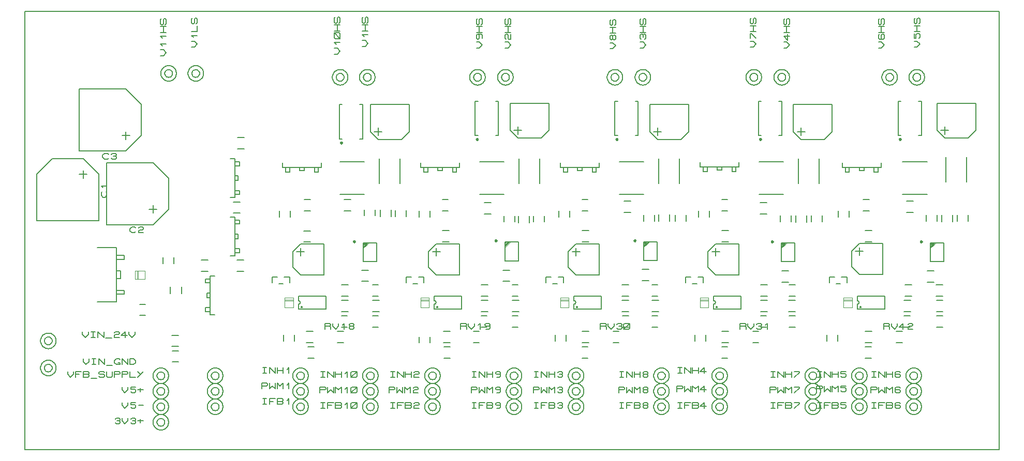
<source format=gbr>
G04 PROTEUS RS274X GERBER FILE*
%FSLAX45Y45*%
%MOMM*%
G01*
%ADD40C,0.203200*%
%ADD42C,0.200000*%
%ADD43C,0.250000*%
%ADD44C,0.101600*%
%ADD45C,0.100000*%
D40*
X-7429500Y-4254500D02*
X+8509000Y-4254500D01*
X+8509000Y+2921000D01*
X-7429500Y+2921000D01*
X-7429500Y-4254500D01*
D42*
X-1878000Y+455500D02*
X-2278000Y+455500D01*
X-1878000Y-74500D02*
X-2278000Y-74500D01*
D40*
X-6921500Y-2476500D02*
X-6921927Y-2466091D01*
X-6925399Y-2445272D01*
X-6932655Y-2424453D01*
X-6944483Y-2403634D01*
X-6962580Y-2382976D01*
X-6983399Y-2367455D01*
X-7004218Y-2357470D01*
X-7025037Y-2351686D01*
X-7045856Y-2349528D01*
X-7048500Y-2349500D01*
X-7175500Y-2476500D02*
X-7175073Y-2466091D01*
X-7171601Y-2445272D01*
X-7164345Y-2424453D01*
X-7152517Y-2403634D01*
X-7134420Y-2382976D01*
X-7113601Y-2367455D01*
X-7092782Y-2357470D01*
X-7071963Y-2351686D01*
X-7051144Y-2349528D01*
X-7048500Y-2349500D01*
X-7175500Y-2476500D02*
X-7175073Y-2486909D01*
X-7171601Y-2507728D01*
X-7164345Y-2528547D01*
X-7152517Y-2549366D01*
X-7134420Y-2570024D01*
X-7113601Y-2585545D01*
X-7092782Y-2595530D01*
X-7071963Y-2601314D01*
X-7051144Y-2603472D01*
X-7048500Y-2603500D01*
X-6921500Y-2476500D02*
X-6921927Y-2486909D01*
X-6925399Y-2507728D01*
X-6932655Y-2528547D01*
X-6944483Y-2549366D01*
X-6962580Y-2570024D01*
X-6983399Y-2585545D01*
X-7004218Y-2595530D01*
X-7025037Y-2601314D01*
X-7045856Y-2603472D01*
X-7048500Y-2603500D01*
X-6985000Y-2476500D02*
X-6985217Y-2471253D01*
X-6986982Y-2460758D01*
X-6990674Y-2450263D01*
X-6996702Y-2439768D01*
X-7005924Y-2429388D01*
X-7016419Y-2421700D01*
X-7026914Y-2416782D01*
X-7037409Y-2413976D01*
X-7047904Y-2413003D01*
X-7048500Y-2413000D01*
X-7112000Y-2476500D02*
X-7111783Y-2471253D01*
X-7110018Y-2460758D01*
X-7106326Y-2450263D01*
X-7100298Y-2439768D01*
X-7091076Y-2429388D01*
X-7080581Y-2421700D01*
X-7070086Y-2416782D01*
X-7059591Y-2413976D01*
X-7049096Y-2413003D01*
X-7048500Y-2413000D01*
X-7112000Y-2476500D02*
X-7111783Y-2481747D01*
X-7110018Y-2492242D01*
X-7106326Y-2502737D01*
X-7100298Y-2513232D01*
X-7091076Y-2523612D01*
X-7080581Y-2531300D01*
X-7070086Y-2536218D01*
X-7059591Y-2539024D01*
X-7049096Y-2539997D01*
X-7048500Y-2540000D01*
X-6985000Y-2476500D02*
X-6985217Y-2481747D01*
X-6986982Y-2492242D01*
X-6990674Y-2502737D01*
X-6996702Y-2513232D01*
X-7005924Y-2523612D01*
X-7016419Y-2531300D01*
X-7026914Y-2536218D01*
X-7037409Y-2539024D01*
X-7047904Y-2539997D01*
X-7048500Y-2540000D01*
X-6489700Y-2326640D02*
X-6489700Y-2372360D01*
X-6442075Y-2418080D01*
X-6394450Y-2372360D01*
X-6394450Y-2326640D01*
X-6346825Y-2326640D02*
X-6283325Y-2326640D01*
X-6315075Y-2326640D02*
X-6315075Y-2418080D01*
X-6346825Y-2418080D02*
X-6283325Y-2418080D01*
X-6235700Y-2418080D02*
X-6235700Y-2326640D01*
X-6140450Y-2418080D01*
X-6140450Y-2326640D01*
X-6108700Y-2433320D02*
X-6013450Y-2433320D01*
X-5965825Y-2341880D02*
X-5949950Y-2326640D01*
X-5902325Y-2326640D01*
X-5886450Y-2341880D01*
X-5886450Y-2357120D01*
X-5902325Y-2372360D01*
X-5949950Y-2372360D01*
X-5965825Y-2387600D01*
X-5965825Y-2418080D01*
X-5886450Y-2418080D01*
X-5759450Y-2387600D02*
X-5854700Y-2387600D01*
X-5791200Y-2326640D01*
X-5791200Y-2418080D01*
X-5727700Y-2326640D02*
X-5727700Y-2372360D01*
X-5680075Y-2418080D01*
X-5632450Y-2372360D01*
X-5632450Y-2326640D01*
X-6921500Y-2921000D02*
X-6921927Y-2910591D01*
X-6925399Y-2889772D01*
X-6932655Y-2868953D01*
X-6944483Y-2848134D01*
X-6962580Y-2827476D01*
X-6983399Y-2811955D01*
X-7004218Y-2801970D01*
X-7025037Y-2796186D01*
X-7045856Y-2794028D01*
X-7048500Y-2794000D01*
X-7175500Y-2921000D02*
X-7175073Y-2910591D01*
X-7171601Y-2889772D01*
X-7164345Y-2868953D01*
X-7152517Y-2848134D01*
X-7134420Y-2827476D01*
X-7113601Y-2811955D01*
X-7092782Y-2801970D01*
X-7071963Y-2796186D01*
X-7051144Y-2794028D01*
X-7048500Y-2794000D01*
X-7175500Y-2921000D02*
X-7175073Y-2931409D01*
X-7171601Y-2952228D01*
X-7164345Y-2973047D01*
X-7152517Y-2993866D01*
X-7134420Y-3014524D01*
X-7113601Y-3030045D01*
X-7092782Y-3040030D01*
X-7071963Y-3045814D01*
X-7051144Y-3047972D01*
X-7048500Y-3048000D01*
X-6921500Y-2921000D02*
X-6921927Y-2931409D01*
X-6925399Y-2952228D01*
X-6932655Y-2973047D01*
X-6944483Y-2993866D01*
X-6962580Y-3014524D01*
X-6983399Y-3030045D01*
X-7004218Y-3040030D01*
X-7025037Y-3045814D01*
X-7045856Y-3047972D01*
X-7048500Y-3048000D01*
X-6985000Y-2921000D02*
X-6985217Y-2915753D01*
X-6986982Y-2905258D01*
X-6990674Y-2894763D01*
X-6996702Y-2884268D01*
X-7005924Y-2873888D01*
X-7016419Y-2866200D01*
X-7026914Y-2861282D01*
X-7037409Y-2858476D01*
X-7047904Y-2857503D01*
X-7048500Y-2857500D01*
X-7112000Y-2921000D02*
X-7111783Y-2915753D01*
X-7110018Y-2905258D01*
X-7106326Y-2894763D01*
X-7100298Y-2884268D01*
X-7091076Y-2873888D01*
X-7080581Y-2866200D01*
X-7070086Y-2861282D01*
X-7059591Y-2858476D01*
X-7049096Y-2857503D01*
X-7048500Y-2857500D01*
X-7112000Y-2921000D02*
X-7111783Y-2926247D01*
X-7110018Y-2936742D01*
X-7106326Y-2947237D01*
X-7100298Y-2957732D01*
X-7091076Y-2968112D01*
X-7080581Y-2975800D01*
X-7070086Y-2980718D01*
X-7059591Y-2983524D01*
X-7049096Y-2984497D01*
X-7048500Y-2984500D01*
X-6985000Y-2921000D02*
X-6985217Y-2926247D01*
X-6986982Y-2936742D01*
X-6990674Y-2947237D01*
X-6996702Y-2957732D01*
X-7005924Y-2968112D01*
X-7016419Y-2975800D01*
X-7026914Y-2980718D01*
X-7037409Y-2983524D01*
X-7047904Y-2984497D01*
X-7048500Y-2984500D01*
X-6477000Y-2771140D02*
X-6477000Y-2816860D01*
X-6429375Y-2862580D01*
X-6381750Y-2816860D01*
X-6381750Y-2771140D01*
X-6334125Y-2771140D02*
X-6270625Y-2771140D01*
X-6302375Y-2771140D02*
X-6302375Y-2862580D01*
X-6334125Y-2862580D02*
X-6270625Y-2862580D01*
X-6223000Y-2862580D02*
X-6223000Y-2771140D01*
X-6127750Y-2862580D01*
X-6127750Y-2771140D01*
X-6096000Y-2877820D02*
X-6000750Y-2877820D01*
X-5905500Y-2832100D02*
X-5873750Y-2832100D01*
X-5873750Y-2862580D01*
X-5937250Y-2862580D01*
X-5969000Y-2832100D01*
X-5969000Y-2801620D01*
X-5937250Y-2771140D01*
X-5889625Y-2771140D01*
X-5873750Y-2786380D01*
X-5842000Y-2862580D02*
X-5842000Y-2771140D01*
X-5746750Y-2862580D01*
X-5746750Y-2771140D01*
X-5715000Y-2862580D02*
X-5715000Y-2771140D01*
X-5651500Y-2771140D01*
X-5619750Y-2801620D01*
X-5619750Y-2832100D01*
X-5651500Y-2862580D01*
X-5715000Y-2862580D01*
X-1701800Y+1841500D02*
X-1702227Y+1851909D01*
X-1705699Y+1872728D01*
X-1712955Y+1893547D01*
X-1724783Y+1914366D01*
X-1742880Y+1935024D01*
X-1763699Y+1950545D01*
X-1784518Y+1960530D01*
X-1805337Y+1966314D01*
X-1826156Y+1968472D01*
X-1828800Y+1968500D01*
X-1955800Y+1841500D02*
X-1955373Y+1851909D01*
X-1951901Y+1872728D01*
X-1944645Y+1893547D01*
X-1932817Y+1914366D01*
X-1914720Y+1935024D01*
X-1893901Y+1950545D01*
X-1873082Y+1960530D01*
X-1852263Y+1966314D01*
X-1831444Y+1968472D01*
X-1828800Y+1968500D01*
X-1955800Y+1841500D02*
X-1955373Y+1831091D01*
X-1951901Y+1810272D01*
X-1944645Y+1789453D01*
X-1932817Y+1768634D01*
X-1914720Y+1747976D01*
X-1893901Y+1732455D01*
X-1873082Y+1722470D01*
X-1852263Y+1716686D01*
X-1831444Y+1714528D01*
X-1828800Y+1714500D01*
X-1701800Y+1841500D02*
X-1702227Y+1831091D01*
X-1705699Y+1810272D01*
X-1712955Y+1789453D01*
X-1724783Y+1768634D01*
X-1742880Y+1747976D01*
X-1763699Y+1732455D01*
X-1784518Y+1722470D01*
X-1805337Y+1716686D01*
X-1826156Y+1714528D01*
X-1828800Y+1714500D01*
X-1765300Y+1841500D02*
X-1765517Y+1846747D01*
X-1767282Y+1857242D01*
X-1770974Y+1867737D01*
X-1777002Y+1878232D01*
X-1786224Y+1888612D01*
X-1796719Y+1896300D01*
X-1807214Y+1901218D01*
X-1817709Y+1904024D01*
X-1828204Y+1904997D01*
X-1828800Y+1905000D01*
X-1892300Y+1841500D02*
X-1892083Y+1846747D01*
X-1890318Y+1857242D01*
X-1886626Y+1867737D01*
X-1880598Y+1878232D01*
X-1871376Y+1888612D01*
X-1860881Y+1896300D01*
X-1850386Y+1901218D01*
X-1839891Y+1904024D01*
X-1829396Y+1904997D01*
X-1828800Y+1905000D01*
X-1892300Y+1841500D02*
X-1892083Y+1836253D01*
X-1890318Y+1825758D01*
X-1886626Y+1815263D01*
X-1880598Y+1804768D01*
X-1871376Y+1794388D01*
X-1860881Y+1786700D01*
X-1850386Y+1781782D01*
X-1839891Y+1778976D01*
X-1829396Y+1778003D01*
X-1828800Y+1778000D01*
X-1765300Y+1841500D02*
X-1765517Y+1836253D01*
X-1767282Y+1825758D01*
X-1770974Y+1815263D01*
X-1777002Y+1804768D01*
X-1786224Y+1794388D01*
X-1796719Y+1786700D01*
X-1807214Y+1781782D01*
X-1817709Y+1778976D01*
X-1828204Y+1778003D01*
X-1828800Y+1778000D01*
X-1910080Y+2349500D02*
X-1864360Y+2349500D01*
X-1818640Y+2397125D01*
X-1864360Y+2444750D01*
X-1910080Y+2444750D01*
X-1879600Y+2508250D02*
X-1910080Y+2540000D01*
X-1818640Y+2540000D01*
X-1818640Y+2603500D02*
X-1910080Y+2603500D01*
X-1910080Y+2698750D02*
X-1818640Y+2698750D01*
X-1864360Y+2603500D02*
X-1864360Y+2698750D01*
X-1833880Y+2730500D02*
X-1818640Y+2746375D01*
X-1818640Y+2809875D01*
X-1833880Y+2825750D01*
X-1849120Y+2825750D01*
X-1864360Y+2809875D01*
X-1864360Y+2746375D01*
X-1879600Y+2730500D01*
X-1894840Y+2730500D01*
X-1910080Y+2746375D01*
X-1910080Y+2809875D01*
X-1894840Y+2825750D01*
X-2794000Y-3556000D02*
X-2794427Y-3545591D01*
X-2797899Y-3524772D01*
X-2805155Y-3503953D01*
X-2816983Y-3483134D01*
X-2835080Y-3462476D01*
X-2855899Y-3446955D01*
X-2876718Y-3436970D01*
X-2897537Y-3431186D01*
X-2918356Y-3429028D01*
X-2921000Y-3429000D01*
X-3048000Y-3556000D02*
X-3047573Y-3545591D01*
X-3044101Y-3524772D01*
X-3036845Y-3503953D01*
X-3025017Y-3483134D01*
X-3006920Y-3462476D01*
X-2986101Y-3446955D01*
X-2965282Y-3436970D01*
X-2944463Y-3431186D01*
X-2923644Y-3429028D01*
X-2921000Y-3429000D01*
X-3048000Y-3556000D02*
X-3047573Y-3566409D01*
X-3044101Y-3587228D01*
X-3036845Y-3608047D01*
X-3025017Y-3628866D01*
X-3006920Y-3649524D01*
X-2986101Y-3665045D01*
X-2965282Y-3675030D01*
X-2944463Y-3680814D01*
X-2923644Y-3682972D01*
X-2921000Y-3683000D01*
X-2794000Y-3556000D02*
X-2794427Y-3566409D01*
X-2797899Y-3587228D01*
X-2805155Y-3608047D01*
X-2816983Y-3628866D01*
X-2835080Y-3649524D01*
X-2855899Y-3665045D01*
X-2876718Y-3675030D01*
X-2897537Y-3680814D01*
X-2918356Y-3682972D01*
X-2921000Y-3683000D01*
X-2857500Y-3556000D02*
X-2857717Y-3550753D01*
X-2859482Y-3540258D01*
X-2863174Y-3529763D01*
X-2869202Y-3519268D01*
X-2878424Y-3508888D01*
X-2888919Y-3501200D01*
X-2899414Y-3496282D01*
X-2909909Y-3493476D01*
X-2920404Y-3492503D01*
X-2921000Y-3492500D01*
X-2984500Y-3556000D02*
X-2984283Y-3550753D01*
X-2982518Y-3540258D01*
X-2978826Y-3529763D01*
X-2972798Y-3519268D01*
X-2963576Y-3508888D01*
X-2953081Y-3501200D01*
X-2942586Y-3496282D01*
X-2932091Y-3493476D01*
X-2921596Y-3492503D01*
X-2921000Y-3492500D01*
X-2984500Y-3556000D02*
X-2984283Y-3561247D01*
X-2982518Y-3571742D01*
X-2978826Y-3582237D01*
X-2972798Y-3592732D01*
X-2963576Y-3603112D01*
X-2953081Y-3610800D01*
X-2942586Y-3615718D01*
X-2932091Y-3618524D01*
X-2921596Y-3619497D01*
X-2921000Y-3619500D01*
X-2857500Y-3556000D02*
X-2857717Y-3561247D01*
X-2859482Y-3571742D01*
X-2863174Y-3582237D01*
X-2869202Y-3592732D01*
X-2878424Y-3603112D01*
X-2888919Y-3610800D01*
X-2899414Y-3615718D01*
X-2909909Y-3618524D01*
X-2920404Y-3619497D01*
X-2921000Y-3619500D01*
X-3540125Y-3423920D02*
X-3476625Y-3423920D01*
X-3508375Y-3423920D02*
X-3508375Y-3515360D01*
X-3540125Y-3515360D02*
X-3476625Y-3515360D01*
X-3429000Y-3515360D02*
X-3429000Y-3423920D01*
X-3333750Y-3423920D01*
X-3429000Y-3469640D02*
X-3365500Y-3469640D01*
X-3302000Y-3515360D02*
X-3302000Y-3423920D01*
X-3222625Y-3423920D01*
X-3206750Y-3439160D01*
X-3206750Y-3454400D01*
X-3222625Y-3469640D01*
X-3206750Y-3484880D01*
X-3206750Y-3500120D01*
X-3222625Y-3515360D01*
X-3302000Y-3515360D01*
X-3302000Y-3469640D02*
X-3222625Y-3469640D01*
X-3143250Y-3454400D02*
X-3111500Y-3423920D01*
X-3111500Y-3515360D01*
X-2794000Y-3048000D02*
X-2794427Y-3037591D01*
X-2797899Y-3016772D01*
X-2805155Y-2995953D01*
X-2816983Y-2975134D01*
X-2835080Y-2954476D01*
X-2855899Y-2938955D01*
X-2876718Y-2928970D01*
X-2897537Y-2923186D01*
X-2918356Y-2921028D01*
X-2921000Y-2921000D01*
X-3048000Y-3048000D02*
X-3047573Y-3037591D01*
X-3044101Y-3016772D01*
X-3036845Y-2995953D01*
X-3025017Y-2975134D01*
X-3006920Y-2954476D01*
X-2986101Y-2938955D01*
X-2965282Y-2928970D01*
X-2944463Y-2923186D01*
X-2923644Y-2921028D01*
X-2921000Y-2921000D01*
X-3048000Y-3048000D02*
X-3047573Y-3058409D01*
X-3044101Y-3079228D01*
X-3036845Y-3100047D01*
X-3025017Y-3120866D01*
X-3006920Y-3141524D01*
X-2986101Y-3157045D01*
X-2965282Y-3167030D01*
X-2944463Y-3172814D01*
X-2923644Y-3174972D01*
X-2921000Y-3175000D01*
X-2794000Y-3048000D02*
X-2794427Y-3058409D01*
X-2797899Y-3079228D01*
X-2805155Y-3100047D01*
X-2816983Y-3120866D01*
X-2835080Y-3141524D01*
X-2855899Y-3157045D01*
X-2876718Y-3167030D01*
X-2897537Y-3172814D01*
X-2918356Y-3174972D01*
X-2921000Y-3175000D01*
X-2857500Y-3048000D02*
X-2857717Y-3042753D01*
X-2859482Y-3032258D01*
X-2863174Y-3021763D01*
X-2869202Y-3011268D01*
X-2878424Y-3000888D01*
X-2888919Y-2993200D01*
X-2899414Y-2988282D01*
X-2909909Y-2985476D01*
X-2920404Y-2984503D01*
X-2921000Y-2984500D01*
X-2984500Y-3048000D02*
X-2984283Y-3042753D01*
X-2982518Y-3032258D01*
X-2978826Y-3021763D01*
X-2972798Y-3011268D01*
X-2963576Y-3000888D01*
X-2953081Y-2993200D01*
X-2942586Y-2988282D01*
X-2932091Y-2985476D01*
X-2921596Y-2984503D01*
X-2921000Y-2984500D01*
X-2984500Y-3048000D02*
X-2984283Y-3053247D01*
X-2982518Y-3063742D01*
X-2978826Y-3074237D01*
X-2972798Y-3084732D01*
X-2963576Y-3095112D01*
X-2953081Y-3102800D01*
X-2942586Y-3107718D01*
X-2932091Y-3110524D01*
X-2921596Y-3111497D01*
X-2921000Y-3111500D01*
X-2857500Y-3048000D02*
X-2857717Y-3053247D01*
X-2859482Y-3063742D01*
X-2863174Y-3074237D01*
X-2869202Y-3084732D01*
X-2878424Y-3095112D01*
X-2888919Y-3102800D01*
X-2899414Y-3107718D01*
X-2909909Y-3110524D01*
X-2920404Y-3111497D01*
X-2921000Y-3111500D01*
X-3540125Y-2915920D02*
X-3476625Y-2915920D01*
X-3508375Y-2915920D02*
X-3508375Y-3007360D01*
X-3540125Y-3007360D02*
X-3476625Y-3007360D01*
X-3429000Y-3007360D02*
X-3429000Y-2915920D01*
X-3333750Y-3007360D01*
X-3333750Y-2915920D01*
X-3302000Y-3007360D02*
X-3302000Y-2915920D01*
X-3206750Y-2915920D02*
X-3206750Y-3007360D01*
X-3302000Y-2961640D02*
X-3206750Y-2961640D01*
X-3143250Y-2946400D02*
X-3111500Y-2915920D01*
X-3111500Y-3007360D01*
X-2794000Y-3302000D02*
X-2794427Y-3291591D01*
X-2797899Y-3270772D01*
X-2805155Y-3249953D01*
X-2816983Y-3229134D01*
X-2835080Y-3208476D01*
X-2855899Y-3192955D01*
X-2876718Y-3182970D01*
X-2897537Y-3177186D01*
X-2918356Y-3175028D01*
X-2921000Y-3175000D01*
X-3048000Y-3302000D02*
X-3047573Y-3291591D01*
X-3044101Y-3270772D01*
X-3036845Y-3249953D01*
X-3025017Y-3229134D01*
X-3006920Y-3208476D01*
X-2986101Y-3192955D01*
X-2965282Y-3182970D01*
X-2944463Y-3177186D01*
X-2923644Y-3175028D01*
X-2921000Y-3175000D01*
X-3048000Y-3302000D02*
X-3047573Y-3312409D01*
X-3044101Y-3333228D01*
X-3036845Y-3354047D01*
X-3025017Y-3374866D01*
X-3006920Y-3395524D01*
X-2986101Y-3411045D01*
X-2965282Y-3421030D01*
X-2944463Y-3426814D01*
X-2923644Y-3428972D01*
X-2921000Y-3429000D01*
X-2794000Y-3302000D02*
X-2794427Y-3312409D01*
X-2797899Y-3333228D01*
X-2805155Y-3354047D01*
X-2816983Y-3374866D01*
X-2835080Y-3395524D01*
X-2855899Y-3411045D01*
X-2876718Y-3421030D01*
X-2897537Y-3426814D01*
X-2918356Y-3428972D01*
X-2921000Y-3429000D01*
X-2857500Y-3302000D02*
X-2857717Y-3296753D01*
X-2859482Y-3286258D01*
X-2863174Y-3275763D01*
X-2869202Y-3265268D01*
X-2878424Y-3254888D01*
X-2888919Y-3247200D01*
X-2899414Y-3242282D01*
X-2909909Y-3239476D01*
X-2920404Y-3238503D01*
X-2921000Y-3238500D01*
X-2984500Y-3302000D02*
X-2984283Y-3296753D01*
X-2982518Y-3286258D01*
X-2978826Y-3275763D01*
X-2972798Y-3265268D01*
X-2963576Y-3254888D01*
X-2953081Y-3247200D01*
X-2942586Y-3242282D01*
X-2932091Y-3239476D01*
X-2921596Y-3238503D01*
X-2921000Y-3238500D01*
X-2984500Y-3302000D02*
X-2984283Y-3307247D01*
X-2982518Y-3317742D01*
X-2978826Y-3328237D01*
X-2972798Y-3338732D01*
X-2963576Y-3349112D01*
X-2953081Y-3356800D01*
X-2942586Y-3361718D01*
X-2932091Y-3364524D01*
X-2921596Y-3365497D01*
X-2921000Y-3365500D01*
X-2857500Y-3302000D02*
X-2857717Y-3307247D01*
X-2859482Y-3317742D01*
X-2863174Y-3328237D01*
X-2869202Y-3338732D01*
X-2878424Y-3349112D01*
X-2888919Y-3356800D01*
X-2899414Y-3361718D01*
X-2909909Y-3364524D01*
X-2920404Y-3365497D01*
X-2921000Y-3365500D01*
X-3556000Y-3261360D02*
X-3556000Y-3169920D01*
X-3476625Y-3169920D01*
X-3460750Y-3185160D01*
X-3460750Y-3200400D01*
X-3476625Y-3215640D01*
X-3556000Y-3215640D01*
X-3429000Y-3169920D02*
X-3429000Y-3261360D01*
X-3381375Y-3215640D01*
X-3333750Y-3261360D01*
X-3333750Y-3169920D01*
X-3302000Y-3261360D02*
X-3302000Y-3169920D01*
X-3254375Y-3215640D01*
X-3206750Y-3169920D01*
X-3206750Y-3261360D01*
X-3143250Y-3200400D02*
X-3111500Y-3169920D01*
X-3111500Y-3261360D01*
D42*
X-4022620Y-382100D02*
X-3912620Y-382100D01*
X-4022620Y-202100D02*
X-3912620Y-202100D01*
X-5050620Y-1593600D02*
X-5050620Y-1703600D01*
X-4870620Y-1593600D02*
X-4870620Y-1703600D01*
D43*
X-2243000Y+769000D02*
X-2243043Y+770039D01*
X-2243395Y+772118D01*
X-2244132Y+774197D01*
X-2245336Y+776276D01*
X-2247177Y+778326D01*
X-2249256Y+779829D01*
X-2251335Y+780786D01*
X-2253414Y+781325D01*
X-2255493Y+781500D01*
X-2255500Y+781500D01*
X-2268000Y+769000D02*
X-2267957Y+770039D01*
X-2267605Y+772118D01*
X-2266868Y+774197D01*
X-2265664Y+776276D01*
X-2263823Y+778326D01*
X-2261744Y+779829D01*
X-2259665Y+780786D01*
X-2257586Y+781325D01*
X-2255507Y+781500D01*
X-2255500Y+781500D01*
X-2268000Y+769000D02*
X-2267957Y+767961D01*
X-2267605Y+765882D01*
X-2266868Y+763803D01*
X-2265664Y+761724D01*
X-2263823Y+759674D01*
X-2261744Y+758171D01*
X-2259665Y+757214D01*
X-2257586Y+756675D01*
X-2255507Y+756500D01*
X-2255500Y+756500D01*
X-2243000Y+769000D02*
X-2243043Y+767961D01*
X-2243395Y+765882D01*
X-2244132Y+763803D01*
X-2245336Y+761724D01*
X-2247177Y+759674D01*
X-2249256Y+758171D01*
X-2251335Y+757214D01*
X-2253414Y+756675D01*
X-2255493Y+756500D01*
X-2255500Y+756500D01*
D42*
X-2240500Y+834000D02*
X-2285500Y+834000D01*
X-2285500Y+1394000D01*
X-2240500Y+1394000D01*
X-1950500Y+834000D02*
X-1905500Y+834000D01*
X-1905500Y+1394000D01*
X-1950500Y+1394000D01*
D40*
X-1778000Y+952500D02*
X-1651000Y+825500D01*
X-1270000Y+825500D01*
X-1143000Y+952500D01*
X-1143000Y+1397000D01*
X-1778000Y+1397000D01*
X-1778000Y+952500D01*
X-1651000Y+889000D02*
X-1651000Y+1016000D01*
X-1714500Y+952500D02*
X-1587500Y+952500D01*
D42*
X-1630500Y+510000D02*
X-1630500Y+100000D01*
X-1290500Y+510000D02*
X-1290500Y+100000D01*
D40*
X-3213100Y+444500D02*
X-3213100Y+368300D01*
X-2578100Y+368300D01*
X-2578100Y+444500D01*
X-2933700Y+368300D02*
X-2933700Y+317500D01*
X-2857500Y+317500D01*
X-2857500Y+368300D01*
X-3162300Y+368300D02*
X-3162300Y+292100D01*
X-3098800Y+292100D01*
X-3098800Y+368300D01*
X-2628900Y+368300D02*
X-2628900Y+292100D01*
X-2692400Y+292100D01*
X-2692400Y+368300D02*
X-2692400Y+292100D01*
X-2954020Y-1955800D02*
X-2954020Y-1874838D01*
X-2943399Y-1872756D01*
X-2934833Y-1867036D01*
X-2929114Y-1858471D01*
X-2927032Y-1847850D01*
X-2954020Y-1820862D02*
X-2943399Y-1822944D01*
X-2934833Y-1828664D01*
X-2929114Y-1837229D01*
X-2927032Y-1847850D01*
X-2954020Y-1820862D02*
X-2954020Y-1739900D01*
X-2506980Y-1879600D02*
X-2506980Y-1816100D01*
X-2921000Y-1955800D02*
X-2540000Y-1955800D01*
X-2921000Y-1739900D02*
X-2540000Y-1739900D01*
X-2921000Y-1955800D02*
X-2954020Y-1955800D01*
X-2954020Y-1739900D02*
X-2921000Y-1739900D01*
X-2506980Y-1816100D02*
X-2506980Y-1739900D01*
X-2540000Y-1739900D01*
X-2540000Y-1955800D02*
X-2506980Y-1955800D01*
X-2506980Y-1879600D01*
X-2894584Y-1920240D02*
X-2894619Y-1919395D01*
X-2894906Y-1917704D01*
X-2895505Y-1916013D01*
X-2896485Y-1914322D01*
X-2897985Y-1912654D01*
X-2899676Y-1911434D01*
X-2901367Y-1910658D01*
X-2903058Y-1910221D01*
X-2904744Y-1910080D01*
X-2914904Y-1920240D02*
X-2914869Y-1919395D01*
X-2914582Y-1917704D01*
X-2913983Y-1916013D01*
X-2913003Y-1914322D01*
X-2911503Y-1912654D01*
X-2909812Y-1911434D01*
X-2908121Y-1910658D01*
X-2906430Y-1910221D01*
X-2904744Y-1910080D01*
X-2914904Y-1920240D02*
X-2914869Y-1921085D01*
X-2914582Y-1922776D01*
X-2913983Y-1924467D01*
X-2913003Y-1926158D01*
X-2911503Y-1927826D01*
X-2909812Y-1929046D01*
X-2908121Y-1929822D01*
X-2906430Y-1930259D01*
X-2904744Y-1930400D01*
X-2894584Y-1920240D02*
X-2894619Y-1921085D01*
X-2894906Y-1922776D01*
X-2895505Y-1924467D01*
X-2896485Y-1926158D01*
X-2897985Y-1927826D01*
X-2899676Y-1929046D01*
X-2901367Y-1929822D01*
X-2903058Y-1930259D01*
X-2904744Y-1930400D01*
D42*
X-2762000Y-164000D02*
X-2862000Y-164000D01*
X-2762000Y-344000D02*
X-2862000Y-344000D01*
X-3265000Y-349000D02*
X-3265000Y-449000D01*
X-3085000Y-349000D02*
X-3085000Y-449000D01*
X-2872000Y-858350D02*
X-2762000Y-858350D01*
X-2872000Y-678350D02*
X-2762000Y-678350D01*
D40*
X-2921000Y-889000D02*
X-3048000Y-1016000D01*
X-3048000Y-1270000D01*
X-2921000Y-1397000D01*
X-2540000Y-1397000D01*
X-2540000Y-889000D01*
X-2921000Y-889000D01*
X-2984500Y-1016000D02*
X-2857500Y-1016000D01*
X-2921000Y-952500D02*
X-2921000Y-1079500D01*
D44*
X-3041500Y-1800960D02*
X-3181500Y-1800960D01*
X-3041500Y-1820960D02*
X-3181500Y-1820960D01*
X-3181500Y-1930960D02*
X-3041500Y-1930960D01*
X-3041500Y-1770960D01*
X-3181500Y-1770960D01*
X-3181500Y-1930960D01*
D42*
X-2826000Y-2503000D02*
X-2716000Y-2503000D01*
X-2826000Y-2323000D02*
X-2716000Y-2323000D01*
X-2798500Y-2757000D02*
X-2698500Y-2757000D01*
X-2798500Y-2577000D02*
X-2698500Y-2577000D01*
D40*
X-3098800Y-1432560D02*
X-3187700Y-1432560D01*
X-3205480Y-1544320D02*
X-3276600Y-1544320D01*
X-3098800Y-1432560D02*
X-3098800Y-1524000D01*
X-3388360Y-1526540D02*
X-3388360Y-1432560D01*
X-3302000Y-1432560D01*
D42*
X-3201500Y-2381000D02*
X-3201500Y-2481000D01*
X-3021500Y-2381000D02*
X-3021500Y-2481000D01*
X-1700700Y-425700D02*
X-1700700Y-325700D01*
X-1880700Y-425700D02*
X-1880700Y-325700D01*
X-1192700Y-436300D02*
X-1192700Y-336300D01*
X-1372700Y-436300D02*
X-1372700Y-336300D01*
X-1618800Y-328400D02*
X-1618800Y-438400D01*
X-1438800Y-328400D02*
X-1438800Y-438400D01*
D43*
X-2032750Y-848100D02*
X-2032793Y-847061D01*
X-2033145Y-844982D01*
X-2033882Y-842903D01*
X-2035086Y-840824D01*
X-2036927Y-838774D01*
X-2039006Y-837271D01*
X-2041085Y-836314D01*
X-2043164Y-835775D01*
X-2045243Y-835600D01*
X-2045250Y-835600D01*
X-2057750Y-848100D02*
X-2057707Y-847061D01*
X-2057355Y-844982D01*
X-2056618Y-842903D01*
X-2055414Y-840824D01*
X-2053573Y-838774D01*
X-2051494Y-837271D01*
X-2049415Y-836314D01*
X-2047336Y-835775D01*
X-2045257Y-835600D01*
X-2045250Y-835600D01*
X-2057750Y-848100D02*
X-2057707Y-849139D01*
X-2057355Y-851218D01*
X-2056618Y-853297D01*
X-2055414Y-855376D01*
X-2053573Y-857426D01*
X-2051494Y-858929D01*
X-2049415Y-859886D01*
X-2047336Y-860425D01*
X-2045257Y-860600D01*
X-2045250Y-860600D01*
X-2032750Y-848100D02*
X-2032793Y-849139D01*
X-2033145Y-851218D01*
X-2033882Y-853297D01*
X-2035086Y-855376D01*
X-2036927Y-857426D01*
X-2039006Y-858929D01*
X-2041085Y-859886D01*
X-2043164Y-860425D01*
X-2045243Y-860600D01*
X-2045250Y-860600D01*
D42*
X-1895250Y-1178100D02*
X-1675250Y-1178100D01*
X-1675250Y-868100D01*
X-1895250Y-868100D01*
X-1895250Y-1178100D01*
D45*
X-1895250Y-878100D02*
X-1885250Y-868100D01*
X-1895250Y-888100D02*
X-1875250Y-868100D01*
X-1895250Y-898100D02*
X-1865250Y-868100D01*
X-1895250Y-908100D02*
X-1855250Y-868100D01*
X-1895250Y-918100D02*
X-1845250Y-868100D01*
X-1895250Y-928100D02*
X-1835250Y-868100D01*
X-1895250Y-938100D02*
X-1825250Y-868100D01*
X-1895250Y-948100D02*
X-1815250Y-868100D01*
X-1895250Y-958100D02*
X-1805250Y-868100D01*
D42*
X-1919500Y-1499700D02*
X-1809500Y-1499700D01*
X-1919500Y-1319700D02*
X-1809500Y-1319700D01*
X-1746500Y-2249000D02*
X-1646500Y-2249000D01*
X-1746500Y-2069000D02*
X-1646500Y-2069000D01*
X-1746500Y-1741000D02*
X-1646500Y-1741000D01*
X-1746500Y-1561000D02*
X-1646500Y-1561000D01*
X-2254500Y-2249000D02*
X-2154500Y-2249000D01*
X-2254500Y-2069000D02*
X-2154500Y-2069000D01*
X-2254500Y-1741000D02*
X-2144500Y-1741000D01*
X-2254500Y-1561000D02*
X-2144500Y-1561000D01*
X-2254500Y-1995000D02*
X-2144500Y-1995000D01*
X-2254500Y-1815000D02*
X-2144500Y-1815000D01*
X-1746500Y-1995000D02*
X-1636500Y-1995000D01*
X-1746500Y-1815000D02*
X-1636500Y-1815000D01*
X-2211600Y-344000D02*
X-2101600Y-344000D01*
X-2211600Y-164000D02*
X-2101600Y-164000D01*
D40*
X-952500Y+444500D02*
X-952500Y+368300D01*
X-317500Y+368300D01*
X-317500Y+444500D01*
X-673100Y+368300D02*
X-673100Y+317500D01*
X-596900Y+317500D01*
X-596900Y+368300D01*
X-901700Y+368300D02*
X-901700Y+292100D01*
X-838200Y+292100D01*
X-838200Y+368300D01*
X-368300Y+368300D02*
X-368300Y+292100D01*
X-431800Y+292100D01*
X-431800Y+368300D02*
X-431800Y+292100D01*
D42*
X+408000Y+455500D02*
X+8000Y+455500D01*
X+408000Y-74500D02*
X+8000Y-74500D01*
D43*
X-20500Y+827000D02*
X-20543Y+828039D01*
X-20895Y+830118D01*
X-21632Y+832197D01*
X-22836Y+834276D01*
X-24677Y+836326D01*
X-26756Y+837829D01*
X-28835Y+838786D01*
X-30914Y+839325D01*
X-32993Y+839500D01*
X-33000Y+839500D01*
X-45500Y+827000D02*
X-45457Y+828039D01*
X-45105Y+830118D01*
X-44368Y+832197D01*
X-43164Y+834276D01*
X-41323Y+836326D01*
X-39244Y+837829D01*
X-37165Y+838786D01*
X-35086Y+839325D01*
X-33007Y+839500D01*
X-33000Y+839500D01*
X-45500Y+827000D02*
X-45457Y+825961D01*
X-45105Y+823882D01*
X-44368Y+821803D01*
X-43164Y+819724D01*
X-41323Y+817674D01*
X-39244Y+816171D01*
X-37165Y+815214D01*
X-35086Y+814675D01*
X-33007Y+814500D01*
X-33000Y+814500D01*
X-20500Y+827000D02*
X-20543Y+825961D01*
X-20895Y+823882D01*
X-21632Y+821803D01*
X-22836Y+819724D01*
X-24677Y+817674D01*
X-26756Y+816171D01*
X-28835Y+815214D01*
X-30914Y+814675D01*
X-32993Y+814500D01*
X-33000Y+814500D01*
D42*
X-18000Y+892000D02*
X-63000Y+892000D01*
X-63000Y+1452000D01*
X-18000Y+1452000D01*
X+272000Y+892000D02*
X+317000Y+892000D01*
X+317000Y+1452000D01*
X+272000Y+1452000D01*
D40*
X+508000Y+970500D02*
X+635000Y+843500D01*
X+1016000Y+843500D01*
X+1143000Y+970500D01*
X+1143000Y+1415000D01*
X+508000Y+1415000D01*
X+508000Y+970500D01*
X+635000Y+907000D02*
X+635000Y+1034000D01*
X+571500Y+970500D02*
X+698500Y+970500D01*
D42*
X+655500Y+510000D02*
X+655500Y+100000D01*
X+995500Y+510000D02*
X+995500Y+100000D01*
D43*
X+286800Y-833900D02*
X+286757Y-832861D01*
X+286405Y-830782D01*
X+285668Y-828703D01*
X+284464Y-826624D01*
X+282623Y-824574D01*
X+280544Y-823071D01*
X+278465Y-822114D01*
X+276386Y-821575D01*
X+274307Y-821400D01*
X+274300Y-821400D01*
X+261800Y-833900D02*
X+261843Y-832861D01*
X+262195Y-830782D01*
X+262932Y-828703D01*
X+264136Y-826624D01*
X+265977Y-824574D01*
X+268056Y-823071D01*
X+270135Y-822114D01*
X+272214Y-821575D01*
X+274293Y-821400D01*
X+274300Y-821400D01*
X+261800Y-833900D02*
X+261843Y-834939D01*
X+262195Y-837018D01*
X+262932Y-839097D01*
X+264136Y-841176D01*
X+265977Y-843226D01*
X+268056Y-844729D01*
X+270135Y-845686D01*
X+272214Y-846225D01*
X+274293Y-846400D01*
X+274300Y-846400D01*
X+286800Y-833900D02*
X+286757Y-834939D01*
X+286405Y-837018D01*
X+285668Y-839097D01*
X+284464Y-841176D01*
X+282623Y-843226D01*
X+280544Y-844729D01*
X+278465Y-845686D01*
X+276386Y-846225D01*
X+274307Y-846400D01*
X+274300Y-846400D01*
D42*
X+424300Y-1163900D02*
X+644300Y-1163900D01*
X+644300Y-853900D01*
X+424300Y-853900D01*
X+424300Y-1163900D01*
D45*
X+424300Y-863900D02*
X+434300Y-853900D01*
X+424300Y-873900D02*
X+444300Y-853900D01*
X+424300Y-883900D02*
X+454300Y-853900D01*
X+424300Y-893900D02*
X+464300Y-853900D01*
X+424300Y-903900D02*
X+474300Y-853900D01*
X+424300Y-913900D02*
X+484300Y-853900D01*
X+424300Y-923900D02*
X+494300Y-853900D01*
X+424300Y-933900D02*
X+504300Y-853900D01*
X+424300Y-943900D02*
X+514300Y-853900D01*
D42*
X-979000Y-349000D02*
X-979000Y-449000D01*
X-799000Y-349000D02*
X-799000Y-449000D01*
X-503500Y-164000D02*
X-603500Y-164000D01*
X-503500Y-344000D02*
X-603500Y-344000D01*
X-603500Y-852000D02*
X-493500Y-852000D01*
X-603500Y-672000D02*
X-493500Y-672000D01*
D40*
X-698500Y-889000D02*
X-825500Y-1016000D01*
X-825500Y-1270000D01*
X-698500Y-1397000D01*
X-317500Y-1397000D01*
X-317500Y-889000D01*
X-698500Y-889000D01*
X-762000Y-1016000D02*
X-635000Y-1016000D01*
X-698500Y-952500D02*
X-698500Y-1079500D01*
X-901700Y-1432560D02*
X-990600Y-1432560D01*
X-1008380Y-1544320D02*
X-1079500Y-1544320D01*
X-901700Y-1432560D02*
X-901700Y-1524000D01*
X-1191260Y-1526540D02*
X-1191260Y-1432560D01*
X-1104900Y-1432560D01*
D44*
X-819000Y-1800960D02*
X-959000Y-1800960D01*
X-819000Y-1820960D02*
X-959000Y-1820960D01*
X-959000Y-1930960D02*
X-819000Y-1930960D01*
X-819000Y-1770960D01*
X-959000Y-1770960D01*
X-959000Y-1930960D01*
D40*
X-731520Y-1955800D02*
X-731520Y-1874838D01*
X-720899Y-1872756D01*
X-712333Y-1867036D01*
X-706614Y-1858471D01*
X-704532Y-1847850D01*
X-731520Y-1820862D02*
X-720899Y-1822944D01*
X-712333Y-1828664D01*
X-706614Y-1837229D01*
X-704532Y-1847850D01*
X-731520Y-1820862D02*
X-731520Y-1739900D01*
X-284480Y-1879600D02*
X-284480Y-1816100D01*
X-698500Y-1955800D02*
X-317500Y-1955800D01*
X-698500Y-1739900D02*
X-317500Y-1739900D01*
X-698500Y-1955800D02*
X-731520Y-1955800D01*
X-731520Y-1739900D02*
X-698500Y-1739900D01*
X-284480Y-1816100D02*
X-284480Y-1739900D01*
X-317500Y-1739900D01*
X-317500Y-1955800D02*
X-284480Y-1955800D01*
X-284480Y-1879600D01*
X-672084Y-1920240D02*
X-672119Y-1919395D01*
X-672406Y-1917704D01*
X-673005Y-1916013D01*
X-673985Y-1914322D01*
X-675485Y-1912654D01*
X-677176Y-1911434D01*
X-678867Y-1910658D01*
X-680558Y-1910221D01*
X-682244Y-1910080D01*
X-692404Y-1920240D02*
X-692369Y-1919395D01*
X-692082Y-1917704D01*
X-691483Y-1916013D01*
X-690503Y-1914322D01*
X-689003Y-1912654D01*
X-687312Y-1911434D01*
X-685621Y-1910658D01*
X-683930Y-1910221D01*
X-682244Y-1910080D01*
X-692404Y-1920240D02*
X-692369Y-1921085D01*
X-692082Y-1922776D01*
X-691483Y-1924467D01*
X-690503Y-1926158D01*
X-689003Y-1927826D01*
X-687312Y-1929046D01*
X-685621Y-1929822D01*
X-683930Y-1930259D01*
X-682244Y-1930400D01*
X-672084Y-1920240D02*
X-672119Y-1921085D01*
X-672406Y-1922776D01*
X-673005Y-1924467D01*
X-673985Y-1926158D01*
X-675485Y-1927826D01*
X-677176Y-1929046D01*
X-678867Y-1929822D01*
X-680558Y-1930259D01*
X-682244Y-1930400D01*
D42*
X-979000Y-2408500D02*
X-979000Y-2508500D01*
X-799000Y-2408500D02*
X-799000Y-2508500D01*
X-576000Y-2757000D02*
X-476000Y-2757000D01*
X-576000Y-2577000D02*
X-476000Y-2577000D01*
X-586000Y-2503000D02*
X-476000Y-2503000D01*
X-586000Y-2323000D02*
X-476000Y-2323000D01*
X+84400Y-394800D02*
X+194400Y-394800D01*
X+84400Y-214800D02*
X+194400Y-214800D01*
X+646600Y-427300D02*
X+646600Y-537300D01*
X+826600Y-427300D02*
X+826600Y-537300D01*
X+585300Y-527300D02*
X+585300Y-427300D01*
X+405300Y-527300D02*
X+405300Y-427300D01*
X+1067900Y-527300D02*
X+1067900Y-427300D01*
X+887900Y-527300D02*
X+887900Y-427300D01*
X+391900Y-1499700D02*
X+501900Y-1499700D01*
X+391900Y-1319700D02*
X+501900Y-1319700D01*
X+31500Y-1741000D02*
X+141500Y-1741000D01*
X+31500Y-1561000D02*
X+141500Y-1561000D01*
X+31500Y-1995000D02*
X+141500Y-1995000D01*
X+31500Y-1815000D02*
X+141500Y-1815000D01*
X+31500Y-2249000D02*
X+131500Y-2249000D01*
X+31500Y-2069000D02*
X+131500Y-2069000D01*
X+539500Y-1741000D02*
X+639500Y-1741000D01*
X+539500Y-1561000D02*
X+639500Y-1561000D01*
X+539500Y-2249000D02*
X+639500Y-2249000D01*
X+539500Y-2069000D02*
X+639500Y-2069000D01*
X+539500Y-1995000D02*
X+649500Y-1995000D01*
X+539500Y-1815000D02*
X+649500Y-1815000D01*
D40*
X+558800Y+1841500D02*
X+558373Y+1851909D01*
X+554901Y+1872728D01*
X+547645Y+1893547D01*
X+535817Y+1914366D01*
X+517720Y+1935024D01*
X+496901Y+1950545D01*
X+476082Y+1960530D01*
X+455263Y+1966314D01*
X+434444Y+1968472D01*
X+431800Y+1968500D01*
X+304800Y+1841500D02*
X+305227Y+1851909D01*
X+308699Y+1872728D01*
X+315955Y+1893547D01*
X+327783Y+1914366D01*
X+345880Y+1935024D01*
X+366699Y+1950545D01*
X+387518Y+1960530D01*
X+408337Y+1966314D01*
X+429156Y+1968472D01*
X+431800Y+1968500D01*
X+304800Y+1841500D02*
X+305227Y+1831091D01*
X+308699Y+1810272D01*
X+315955Y+1789453D01*
X+327783Y+1768634D01*
X+345880Y+1747976D01*
X+366699Y+1732455D01*
X+387518Y+1722470D01*
X+408337Y+1716686D01*
X+429156Y+1714528D01*
X+431800Y+1714500D01*
X+558800Y+1841500D02*
X+558373Y+1831091D01*
X+554901Y+1810272D01*
X+547645Y+1789453D01*
X+535817Y+1768634D01*
X+517720Y+1747976D01*
X+496901Y+1732455D01*
X+476082Y+1722470D01*
X+455263Y+1716686D01*
X+434444Y+1714528D01*
X+431800Y+1714500D01*
X+495300Y+1841500D02*
X+495083Y+1846747D01*
X+493318Y+1857242D01*
X+489626Y+1867737D01*
X+483598Y+1878232D01*
X+474376Y+1888612D01*
X+463881Y+1896300D01*
X+453386Y+1901218D01*
X+442891Y+1904024D01*
X+432396Y+1904997D01*
X+431800Y+1905000D01*
X+368300Y+1841500D02*
X+368517Y+1846747D01*
X+370282Y+1857242D01*
X+373974Y+1867737D01*
X+380002Y+1878232D01*
X+389224Y+1888612D01*
X+399719Y+1896300D01*
X+410214Y+1901218D01*
X+420709Y+1904024D01*
X+431204Y+1904997D01*
X+431800Y+1905000D01*
X+368300Y+1841500D02*
X+368517Y+1836253D01*
X+370282Y+1825758D01*
X+373974Y+1815263D01*
X+380002Y+1804768D01*
X+389224Y+1794388D01*
X+399719Y+1786700D01*
X+410214Y+1781782D01*
X+420709Y+1778976D01*
X+431204Y+1778003D01*
X+431800Y+1778000D01*
X+495300Y+1841500D02*
X+495083Y+1836253D01*
X+493318Y+1825758D01*
X+489626Y+1815263D01*
X+483598Y+1804768D01*
X+474376Y+1794388D01*
X+463881Y+1786700D01*
X+453386Y+1781782D01*
X+442891Y+1778976D01*
X+432396Y+1778003D01*
X+431800Y+1778000D01*
X+426720Y+2324100D02*
X+472440Y+2324100D01*
X+518160Y+2371725D01*
X+472440Y+2419350D01*
X+426720Y+2419350D01*
X+441960Y+2466975D02*
X+426720Y+2482850D01*
X+426720Y+2530475D01*
X+441960Y+2546350D01*
X+457200Y+2546350D01*
X+472440Y+2530475D01*
X+472440Y+2482850D01*
X+487680Y+2466975D01*
X+518160Y+2466975D01*
X+518160Y+2546350D01*
X+518160Y+2578100D02*
X+426720Y+2578100D01*
X+426720Y+2673350D02*
X+518160Y+2673350D01*
X+472440Y+2578100D02*
X+472440Y+2673350D01*
X+502920Y+2705100D02*
X+518160Y+2720975D01*
X+518160Y+2784475D01*
X+502920Y+2800350D01*
X+487680Y+2800350D01*
X+472440Y+2784475D01*
X+472440Y+2720975D01*
X+457200Y+2705100D01*
X+441960Y+2705100D01*
X+426720Y+2720975D01*
X+426720Y+2784475D01*
X+441960Y+2800350D01*
X-635000Y-3556000D02*
X-635427Y-3545591D01*
X-638899Y-3524772D01*
X-646155Y-3503953D01*
X-657983Y-3483134D01*
X-676080Y-3462476D01*
X-696899Y-3446955D01*
X-717718Y-3436970D01*
X-738537Y-3431186D01*
X-759356Y-3429028D01*
X-762000Y-3429000D01*
X-889000Y-3556000D02*
X-888573Y-3545591D01*
X-885101Y-3524772D01*
X-877845Y-3503953D01*
X-866017Y-3483134D01*
X-847920Y-3462476D01*
X-827101Y-3446955D01*
X-806282Y-3436970D01*
X-785463Y-3431186D01*
X-764644Y-3429028D01*
X-762000Y-3429000D01*
X-889000Y-3556000D02*
X-888573Y-3566409D01*
X-885101Y-3587228D01*
X-877845Y-3608047D01*
X-866017Y-3628866D01*
X-847920Y-3649524D01*
X-827101Y-3665045D01*
X-806282Y-3675030D01*
X-785463Y-3680814D01*
X-764644Y-3682972D01*
X-762000Y-3683000D01*
X-635000Y-3556000D02*
X-635427Y-3566409D01*
X-638899Y-3587228D01*
X-646155Y-3608047D01*
X-657983Y-3628866D01*
X-676080Y-3649524D01*
X-696899Y-3665045D01*
X-717718Y-3675030D01*
X-738537Y-3680814D01*
X-759356Y-3682972D01*
X-762000Y-3683000D01*
X-698500Y-3556000D02*
X-698717Y-3550753D01*
X-700482Y-3540258D01*
X-704174Y-3529763D01*
X-710202Y-3519268D01*
X-719424Y-3508888D01*
X-729919Y-3501200D01*
X-740414Y-3496282D01*
X-750909Y-3493476D01*
X-761404Y-3492503D01*
X-762000Y-3492500D01*
X-825500Y-3556000D02*
X-825283Y-3550753D01*
X-823518Y-3540258D01*
X-819826Y-3529763D01*
X-813798Y-3519268D01*
X-804576Y-3508888D01*
X-794081Y-3501200D01*
X-783586Y-3496282D01*
X-773091Y-3493476D01*
X-762596Y-3492503D01*
X-762000Y-3492500D01*
X-825500Y-3556000D02*
X-825283Y-3561247D01*
X-823518Y-3571742D01*
X-819826Y-3582237D01*
X-813798Y-3592732D01*
X-804576Y-3603112D01*
X-794081Y-3610800D01*
X-783586Y-3615718D01*
X-773091Y-3618524D01*
X-762596Y-3619497D01*
X-762000Y-3619500D01*
X-698500Y-3556000D02*
X-698717Y-3561247D01*
X-700482Y-3571742D01*
X-704174Y-3582237D01*
X-710202Y-3592732D01*
X-719424Y-3603112D01*
X-729919Y-3610800D01*
X-740414Y-3615718D01*
X-750909Y-3618524D01*
X-761404Y-3619497D01*
X-762000Y-3619500D01*
X-1444625Y-3487420D02*
X-1381125Y-3487420D01*
X-1412875Y-3487420D02*
X-1412875Y-3578860D01*
X-1444625Y-3578860D02*
X-1381125Y-3578860D01*
X-1333500Y-3578860D02*
X-1333500Y-3487420D01*
X-1238250Y-3487420D01*
X-1333500Y-3533140D02*
X-1270000Y-3533140D01*
X-1206500Y-3578860D02*
X-1206500Y-3487420D01*
X-1127125Y-3487420D01*
X-1111250Y-3502660D01*
X-1111250Y-3517900D01*
X-1127125Y-3533140D01*
X-1111250Y-3548380D01*
X-1111250Y-3563620D01*
X-1127125Y-3578860D01*
X-1206500Y-3578860D01*
X-1206500Y-3533140D02*
X-1127125Y-3533140D01*
X-1063625Y-3502660D02*
X-1047750Y-3487420D01*
X-1000125Y-3487420D01*
X-984250Y-3502660D01*
X-984250Y-3517900D01*
X-1000125Y-3533140D01*
X-1047750Y-3533140D01*
X-1063625Y-3548380D01*
X-1063625Y-3578860D01*
X-984250Y-3578860D01*
X-635000Y-3302000D02*
X-635427Y-3291591D01*
X-638899Y-3270772D01*
X-646155Y-3249953D01*
X-657983Y-3229134D01*
X-676080Y-3208476D01*
X-696899Y-3192955D01*
X-717718Y-3182970D01*
X-738537Y-3177186D01*
X-759356Y-3175028D01*
X-762000Y-3175000D01*
X-889000Y-3302000D02*
X-888573Y-3291591D01*
X-885101Y-3270772D01*
X-877845Y-3249953D01*
X-866017Y-3229134D01*
X-847920Y-3208476D01*
X-827101Y-3192955D01*
X-806282Y-3182970D01*
X-785463Y-3177186D01*
X-764644Y-3175028D01*
X-762000Y-3175000D01*
X-889000Y-3302000D02*
X-888573Y-3312409D01*
X-885101Y-3333228D01*
X-877845Y-3354047D01*
X-866017Y-3374866D01*
X-847920Y-3395524D01*
X-827101Y-3411045D01*
X-806282Y-3421030D01*
X-785463Y-3426814D01*
X-764644Y-3428972D01*
X-762000Y-3429000D01*
X-635000Y-3302000D02*
X-635427Y-3312409D01*
X-638899Y-3333228D01*
X-646155Y-3354047D01*
X-657983Y-3374866D01*
X-676080Y-3395524D01*
X-696899Y-3411045D01*
X-717718Y-3421030D01*
X-738537Y-3426814D01*
X-759356Y-3428972D01*
X-762000Y-3429000D01*
X-698500Y-3302000D02*
X-698717Y-3296753D01*
X-700482Y-3286258D01*
X-704174Y-3275763D01*
X-710202Y-3265268D01*
X-719424Y-3254888D01*
X-729919Y-3247200D01*
X-740414Y-3242282D01*
X-750909Y-3239476D01*
X-761404Y-3238503D01*
X-762000Y-3238500D01*
X-825500Y-3302000D02*
X-825283Y-3296753D01*
X-823518Y-3286258D01*
X-819826Y-3275763D01*
X-813798Y-3265268D01*
X-804576Y-3254888D01*
X-794081Y-3247200D01*
X-783586Y-3242282D01*
X-773091Y-3239476D01*
X-762596Y-3238503D01*
X-762000Y-3238500D01*
X-825500Y-3302000D02*
X-825283Y-3307247D01*
X-823518Y-3317742D01*
X-819826Y-3328237D01*
X-813798Y-3338732D01*
X-804576Y-3349112D01*
X-794081Y-3356800D01*
X-783586Y-3361718D01*
X-773091Y-3364524D01*
X-762596Y-3365497D01*
X-762000Y-3365500D01*
X-698500Y-3302000D02*
X-698717Y-3307247D01*
X-700482Y-3317742D01*
X-704174Y-3328237D01*
X-710202Y-3338732D01*
X-719424Y-3349112D01*
X-729919Y-3356800D01*
X-740414Y-3361718D01*
X-750909Y-3364524D01*
X-761404Y-3365497D01*
X-762000Y-3365500D01*
X-1473200Y-3324860D02*
X-1473200Y-3233420D01*
X-1393825Y-3233420D01*
X-1377950Y-3248660D01*
X-1377950Y-3263900D01*
X-1393825Y-3279140D01*
X-1473200Y-3279140D01*
X-1346200Y-3233420D02*
X-1346200Y-3324860D01*
X-1298575Y-3279140D01*
X-1250950Y-3324860D01*
X-1250950Y-3233420D01*
X-1219200Y-3324860D02*
X-1219200Y-3233420D01*
X-1171575Y-3279140D01*
X-1123950Y-3233420D01*
X-1123950Y-3324860D01*
X-1076325Y-3248660D02*
X-1060450Y-3233420D01*
X-1012825Y-3233420D01*
X-996950Y-3248660D01*
X-996950Y-3263900D01*
X-1012825Y-3279140D01*
X-1060450Y-3279140D01*
X-1076325Y-3294380D01*
X-1076325Y-3324860D01*
X-996950Y-3324860D01*
X-635000Y-3048000D02*
X-635427Y-3037591D01*
X-638899Y-3016772D01*
X-646155Y-2995953D01*
X-657983Y-2975134D01*
X-676080Y-2954476D01*
X-696899Y-2938955D01*
X-717718Y-2928970D01*
X-738537Y-2923186D01*
X-759356Y-2921028D01*
X-762000Y-2921000D01*
X-889000Y-3048000D02*
X-888573Y-3037591D01*
X-885101Y-3016772D01*
X-877845Y-2995953D01*
X-866017Y-2975134D01*
X-847920Y-2954476D01*
X-827101Y-2938955D01*
X-806282Y-2928970D01*
X-785463Y-2923186D01*
X-764644Y-2921028D01*
X-762000Y-2921000D01*
X-889000Y-3048000D02*
X-888573Y-3058409D01*
X-885101Y-3079228D01*
X-877845Y-3100047D01*
X-866017Y-3120866D01*
X-847920Y-3141524D01*
X-827101Y-3157045D01*
X-806282Y-3167030D01*
X-785463Y-3172814D01*
X-764644Y-3174972D01*
X-762000Y-3175000D01*
X-635000Y-3048000D02*
X-635427Y-3058409D01*
X-638899Y-3079228D01*
X-646155Y-3100047D01*
X-657983Y-3120866D01*
X-676080Y-3141524D01*
X-696899Y-3157045D01*
X-717718Y-3167030D01*
X-738537Y-3172814D01*
X-759356Y-3174972D01*
X-762000Y-3175000D01*
X-698500Y-3048000D02*
X-698717Y-3042753D01*
X-700482Y-3032258D01*
X-704174Y-3021763D01*
X-710202Y-3011268D01*
X-719424Y-3000888D01*
X-729919Y-2993200D01*
X-740414Y-2988282D01*
X-750909Y-2985476D01*
X-761404Y-2984503D01*
X-762000Y-2984500D01*
X-825500Y-3048000D02*
X-825283Y-3042753D01*
X-823518Y-3032258D01*
X-819826Y-3021763D01*
X-813798Y-3011268D01*
X-804576Y-3000888D01*
X-794081Y-2993200D01*
X-783586Y-2988282D01*
X-773091Y-2985476D01*
X-762596Y-2984503D01*
X-762000Y-2984500D01*
X-825500Y-3048000D02*
X-825283Y-3053247D01*
X-823518Y-3063742D01*
X-819826Y-3074237D01*
X-813798Y-3084732D01*
X-804576Y-3095112D01*
X-794081Y-3102800D01*
X-783586Y-3107718D01*
X-773091Y-3110524D01*
X-762596Y-3111497D01*
X-762000Y-3111500D01*
X-698500Y-3048000D02*
X-698717Y-3053247D01*
X-700482Y-3063742D01*
X-704174Y-3074237D01*
X-710202Y-3084732D01*
X-719424Y-3095112D01*
X-729919Y-3102800D01*
X-740414Y-3107718D01*
X-750909Y-3110524D01*
X-761404Y-3111497D01*
X-762000Y-3111500D01*
X-1444625Y-2979420D02*
X-1381125Y-2979420D01*
X-1412875Y-2979420D02*
X-1412875Y-3070860D01*
X-1444625Y-3070860D02*
X-1381125Y-3070860D01*
X-1333500Y-3070860D02*
X-1333500Y-2979420D01*
X-1238250Y-3070860D01*
X-1238250Y-2979420D01*
X-1206500Y-3070860D02*
X-1206500Y-2979420D01*
X-1111250Y-2979420D02*
X-1111250Y-3070860D01*
X-1206500Y-3025140D02*
X-1111250Y-3025140D01*
X-1063625Y-2994660D02*
X-1047750Y-2979420D01*
X-1000125Y-2979420D01*
X-984250Y-2994660D01*
X-984250Y-3009900D01*
X-1000125Y-3025140D01*
X-1047750Y-3025140D01*
X-1063625Y-3040380D01*
X-1063625Y-3070860D01*
X-984250Y-3070860D01*
X+2794000Y+952500D02*
X+2921000Y+825500D01*
X+3302000Y+825500D01*
X+3429000Y+952500D01*
X+3429000Y+1397000D01*
X+2794000Y+1397000D01*
X+2794000Y+952500D01*
X+2921000Y+889000D02*
X+2921000Y+1016000D01*
X+2857500Y+952500D02*
X+2984500Y+952500D01*
D43*
X+2265500Y+827000D02*
X+2265457Y+828039D01*
X+2265105Y+830118D01*
X+2264368Y+832197D01*
X+2263164Y+834276D01*
X+2261323Y+836326D01*
X+2259244Y+837829D01*
X+2257165Y+838786D01*
X+2255086Y+839325D01*
X+2253007Y+839500D01*
X+2253000Y+839500D01*
X+2240500Y+827000D02*
X+2240543Y+828039D01*
X+2240895Y+830118D01*
X+2241632Y+832197D01*
X+2242836Y+834276D01*
X+2244677Y+836326D01*
X+2246756Y+837829D01*
X+2248835Y+838786D01*
X+2250914Y+839325D01*
X+2252993Y+839500D01*
X+2253000Y+839500D01*
X+2240500Y+827000D02*
X+2240543Y+825961D01*
X+2240895Y+823882D01*
X+2241632Y+821803D01*
X+2242836Y+819724D01*
X+2244677Y+817674D01*
X+2246756Y+816171D01*
X+2248835Y+815214D01*
X+2250914Y+814675D01*
X+2252993Y+814500D01*
X+2253000Y+814500D01*
X+2265500Y+827000D02*
X+2265457Y+825961D01*
X+2265105Y+823882D01*
X+2264368Y+821803D01*
X+2263164Y+819724D01*
X+2261323Y+817674D01*
X+2259244Y+816171D01*
X+2257165Y+815214D01*
X+2255086Y+814675D01*
X+2253007Y+814500D01*
X+2253000Y+814500D01*
D42*
X+2268000Y+892000D02*
X+2223000Y+892000D01*
X+2223000Y+1452000D01*
X+2268000Y+1452000D01*
X+2558000Y+892000D02*
X+2603000Y+892000D01*
X+2603000Y+1452000D01*
X+2558000Y+1452000D01*
D44*
X+1467000Y-1800960D02*
X+1327000Y-1800960D01*
X+1467000Y-1820960D02*
X+1327000Y-1820960D01*
X+1327000Y-1930960D02*
X+1467000Y-1930960D01*
X+1467000Y-1770960D01*
X+1327000Y-1770960D01*
X+1327000Y-1930960D01*
D42*
X+2694000Y+455500D02*
X+2294000Y+455500D01*
X+2694000Y-74500D02*
X+2294000Y-74500D01*
D40*
X+1384300Y-1432560D02*
X+1295400Y-1432560D01*
X+1277620Y-1544320D02*
X+1206500Y-1544320D01*
X+1384300Y-1432560D02*
X+1384300Y-1524000D01*
X+1094740Y-1526540D02*
X+1094740Y-1432560D01*
X+1181100Y-1432560D01*
X+1333500Y+444500D02*
X+1333500Y+368300D01*
X+1968500Y+368300D01*
X+1968500Y+444500D01*
X+1612900Y+368300D02*
X+1612900Y+317500D01*
X+1689100Y+317500D01*
X+1689100Y+368300D01*
X+1384300Y+368300D02*
X+1384300Y+292100D01*
X+1447800Y+292100D01*
X+1447800Y+368300D01*
X+1917700Y+368300D02*
X+1917700Y+292100D01*
X+1854200Y+292100D01*
X+1854200Y+368300D02*
X+1854200Y+292100D01*
X+1714500Y-3302000D02*
X+1714073Y-3291591D01*
X+1710601Y-3270772D01*
X+1703345Y-3249953D01*
X+1691517Y-3229134D01*
X+1673420Y-3208476D01*
X+1652601Y-3192955D01*
X+1631782Y-3182970D01*
X+1610963Y-3177186D01*
X+1590144Y-3175028D01*
X+1587500Y-3175000D01*
X+1460500Y-3302000D02*
X+1460927Y-3291591D01*
X+1464399Y-3270772D01*
X+1471655Y-3249953D01*
X+1483483Y-3229134D01*
X+1501580Y-3208476D01*
X+1522399Y-3192955D01*
X+1543218Y-3182970D01*
X+1564037Y-3177186D01*
X+1584856Y-3175028D01*
X+1587500Y-3175000D01*
X+1460500Y-3302000D02*
X+1460927Y-3312409D01*
X+1464399Y-3333228D01*
X+1471655Y-3354047D01*
X+1483483Y-3374866D01*
X+1501580Y-3395524D01*
X+1522399Y-3411045D01*
X+1543218Y-3421030D01*
X+1564037Y-3426814D01*
X+1584856Y-3428972D01*
X+1587500Y-3429000D01*
X+1714500Y-3302000D02*
X+1714073Y-3312409D01*
X+1710601Y-3333228D01*
X+1703345Y-3354047D01*
X+1691517Y-3374866D01*
X+1673420Y-3395524D01*
X+1652601Y-3411045D01*
X+1631782Y-3421030D01*
X+1610963Y-3426814D01*
X+1590144Y-3428972D01*
X+1587500Y-3429000D01*
X+1651000Y-3302000D02*
X+1650783Y-3296753D01*
X+1649018Y-3286258D01*
X+1645326Y-3275763D01*
X+1639298Y-3265268D01*
X+1630076Y-3254888D01*
X+1619581Y-3247200D01*
X+1609086Y-3242282D01*
X+1598591Y-3239476D01*
X+1588096Y-3238503D01*
X+1587500Y-3238500D01*
X+1524000Y-3302000D02*
X+1524217Y-3296753D01*
X+1525982Y-3286258D01*
X+1529674Y-3275763D01*
X+1535702Y-3265268D01*
X+1544924Y-3254888D01*
X+1555419Y-3247200D01*
X+1565914Y-3242282D01*
X+1576409Y-3239476D01*
X+1586904Y-3238503D01*
X+1587500Y-3238500D01*
X+1524000Y-3302000D02*
X+1524217Y-3307247D01*
X+1525982Y-3317742D01*
X+1529674Y-3328237D01*
X+1535702Y-3338732D01*
X+1544924Y-3349112D01*
X+1555419Y-3356800D01*
X+1565914Y-3361718D01*
X+1576409Y-3364524D01*
X+1586904Y-3365497D01*
X+1587500Y-3365500D01*
X+1651000Y-3302000D02*
X+1650783Y-3307247D01*
X+1649018Y-3317742D01*
X+1645326Y-3328237D01*
X+1639298Y-3338732D01*
X+1630076Y-3349112D01*
X+1619581Y-3356800D01*
X+1609086Y-3361718D01*
X+1598591Y-3364524D01*
X+1588096Y-3365497D01*
X+1587500Y-3365500D01*
X+889000Y-3324860D02*
X+889000Y-3233420D01*
X+968375Y-3233420D01*
X+984250Y-3248660D01*
X+984250Y-3263900D01*
X+968375Y-3279140D01*
X+889000Y-3279140D01*
X+1016000Y-3233420D02*
X+1016000Y-3324860D01*
X+1063625Y-3279140D01*
X+1111250Y-3324860D01*
X+1111250Y-3233420D01*
X+1143000Y-3324860D02*
X+1143000Y-3233420D01*
X+1190625Y-3279140D01*
X+1238250Y-3233420D01*
X+1238250Y-3324860D01*
X+1285875Y-3248660D02*
X+1301750Y-3233420D01*
X+1349375Y-3233420D01*
X+1365250Y-3248660D01*
X+1365250Y-3263900D01*
X+1349375Y-3279140D01*
X+1365250Y-3294380D01*
X+1365250Y-3309620D01*
X+1349375Y-3324860D01*
X+1301750Y-3324860D01*
X+1285875Y-3309620D01*
X+1317625Y-3279140D02*
X+1349375Y-3279140D01*
X+1714500Y-3556000D02*
X+1714073Y-3545591D01*
X+1710601Y-3524772D01*
X+1703345Y-3503953D01*
X+1691517Y-3483134D01*
X+1673420Y-3462476D01*
X+1652601Y-3446955D01*
X+1631782Y-3436970D01*
X+1610963Y-3431186D01*
X+1590144Y-3429028D01*
X+1587500Y-3429000D01*
X+1460500Y-3556000D02*
X+1460927Y-3545591D01*
X+1464399Y-3524772D01*
X+1471655Y-3503953D01*
X+1483483Y-3483134D01*
X+1501580Y-3462476D01*
X+1522399Y-3446955D01*
X+1543218Y-3436970D01*
X+1564037Y-3431186D01*
X+1584856Y-3429028D01*
X+1587500Y-3429000D01*
X+1460500Y-3556000D02*
X+1460927Y-3566409D01*
X+1464399Y-3587228D01*
X+1471655Y-3608047D01*
X+1483483Y-3628866D01*
X+1501580Y-3649524D01*
X+1522399Y-3665045D01*
X+1543218Y-3675030D01*
X+1564037Y-3680814D01*
X+1584856Y-3682972D01*
X+1587500Y-3683000D01*
X+1714500Y-3556000D02*
X+1714073Y-3566409D01*
X+1710601Y-3587228D01*
X+1703345Y-3608047D01*
X+1691517Y-3628866D01*
X+1673420Y-3649524D01*
X+1652601Y-3665045D01*
X+1631782Y-3675030D01*
X+1610963Y-3680814D01*
X+1590144Y-3682972D01*
X+1587500Y-3683000D01*
X+1651000Y-3556000D02*
X+1650783Y-3550753D01*
X+1649018Y-3540258D01*
X+1645326Y-3529763D01*
X+1639298Y-3519268D01*
X+1630076Y-3508888D01*
X+1619581Y-3501200D01*
X+1609086Y-3496282D01*
X+1598591Y-3493476D01*
X+1588096Y-3492503D01*
X+1587500Y-3492500D01*
X+1524000Y-3556000D02*
X+1524217Y-3550753D01*
X+1525982Y-3540258D01*
X+1529674Y-3529763D01*
X+1535702Y-3519268D01*
X+1544924Y-3508888D01*
X+1555419Y-3501200D01*
X+1565914Y-3496282D01*
X+1576409Y-3493476D01*
X+1586904Y-3492503D01*
X+1587500Y-3492500D01*
X+1524000Y-3556000D02*
X+1524217Y-3561247D01*
X+1525982Y-3571742D01*
X+1529674Y-3582237D01*
X+1535702Y-3592732D01*
X+1544924Y-3603112D01*
X+1555419Y-3610800D01*
X+1565914Y-3615718D01*
X+1576409Y-3618524D01*
X+1586904Y-3619497D01*
X+1587500Y-3619500D01*
X+1651000Y-3556000D02*
X+1650783Y-3561247D01*
X+1649018Y-3571742D01*
X+1645326Y-3582237D01*
X+1639298Y-3592732D01*
X+1630076Y-3603112D01*
X+1619581Y-3610800D01*
X+1609086Y-3615718D01*
X+1598591Y-3618524D01*
X+1588096Y-3619497D01*
X+1587500Y-3619500D01*
X+904875Y-3487420D02*
X+968375Y-3487420D01*
X+936625Y-3487420D02*
X+936625Y-3578860D01*
X+904875Y-3578860D02*
X+968375Y-3578860D01*
X+1016000Y-3578860D02*
X+1016000Y-3487420D01*
X+1111250Y-3487420D01*
X+1016000Y-3533140D02*
X+1079500Y-3533140D01*
X+1143000Y-3578860D02*
X+1143000Y-3487420D01*
X+1222375Y-3487420D01*
X+1238250Y-3502660D01*
X+1238250Y-3517900D01*
X+1222375Y-3533140D01*
X+1238250Y-3548380D01*
X+1238250Y-3563620D01*
X+1222375Y-3578860D01*
X+1143000Y-3578860D01*
X+1143000Y-3533140D02*
X+1222375Y-3533140D01*
X+1285875Y-3502660D02*
X+1301750Y-3487420D01*
X+1349375Y-3487420D01*
X+1365250Y-3502660D01*
X+1365250Y-3517900D01*
X+1349375Y-3533140D01*
X+1365250Y-3548380D01*
X+1365250Y-3563620D01*
X+1349375Y-3578860D01*
X+1301750Y-3578860D01*
X+1285875Y-3563620D01*
X+1317625Y-3533140D02*
X+1349375Y-3533140D01*
X+1714500Y-3048000D02*
X+1714073Y-3037591D01*
X+1710601Y-3016772D01*
X+1703345Y-2995953D01*
X+1691517Y-2975134D01*
X+1673420Y-2954476D01*
X+1652601Y-2938955D01*
X+1631782Y-2928970D01*
X+1610963Y-2923186D01*
X+1590144Y-2921028D01*
X+1587500Y-2921000D01*
X+1460500Y-3048000D02*
X+1460927Y-3037591D01*
X+1464399Y-3016772D01*
X+1471655Y-2995953D01*
X+1483483Y-2975134D01*
X+1501580Y-2954476D01*
X+1522399Y-2938955D01*
X+1543218Y-2928970D01*
X+1564037Y-2923186D01*
X+1584856Y-2921028D01*
X+1587500Y-2921000D01*
X+1460500Y-3048000D02*
X+1460927Y-3058409D01*
X+1464399Y-3079228D01*
X+1471655Y-3100047D01*
X+1483483Y-3120866D01*
X+1501580Y-3141524D01*
X+1522399Y-3157045D01*
X+1543218Y-3167030D01*
X+1564037Y-3172814D01*
X+1584856Y-3174972D01*
X+1587500Y-3175000D01*
X+1714500Y-3048000D02*
X+1714073Y-3058409D01*
X+1710601Y-3079228D01*
X+1703345Y-3100047D01*
X+1691517Y-3120866D01*
X+1673420Y-3141524D01*
X+1652601Y-3157045D01*
X+1631782Y-3167030D01*
X+1610963Y-3172814D01*
X+1590144Y-3174972D01*
X+1587500Y-3175000D01*
X+1651000Y-3048000D02*
X+1650783Y-3042753D01*
X+1649018Y-3032258D01*
X+1645326Y-3021763D01*
X+1639298Y-3011268D01*
X+1630076Y-3000888D01*
X+1619581Y-2993200D01*
X+1609086Y-2988282D01*
X+1598591Y-2985476D01*
X+1588096Y-2984503D01*
X+1587500Y-2984500D01*
X+1524000Y-3048000D02*
X+1524217Y-3042753D01*
X+1525982Y-3032258D01*
X+1529674Y-3021763D01*
X+1535702Y-3011268D01*
X+1544924Y-3000888D01*
X+1555419Y-2993200D01*
X+1565914Y-2988282D01*
X+1576409Y-2985476D01*
X+1586904Y-2984503D01*
X+1587500Y-2984500D01*
X+1524000Y-3048000D02*
X+1524217Y-3053247D01*
X+1525982Y-3063742D01*
X+1529674Y-3074237D01*
X+1535702Y-3084732D01*
X+1544924Y-3095112D01*
X+1555419Y-3102800D01*
X+1565914Y-3107718D01*
X+1576409Y-3110524D01*
X+1586904Y-3111497D01*
X+1587500Y-3111500D01*
X+1651000Y-3048000D02*
X+1650783Y-3053247D01*
X+1649018Y-3063742D01*
X+1645326Y-3074237D01*
X+1639298Y-3084732D01*
X+1630076Y-3095112D01*
X+1619581Y-3102800D01*
X+1609086Y-3107718D01*
X+1598591Y-3110524D01*
X+1588096Y-3111497D01*
X+1587500Y-3111500D01*
X+904875Y-2979420D02*
X+968375Y-2979420D01*
X+936625Y-2979420D02*
X+936625Y-3070860D01*
X+904875Y-3070860D02*
X+968375Y-3070860D01*
X+1016000Y-3070860D02*
X+1016000Y-2979420D01*
X+1111250Y-3070860D01*
X+1111250Y-2979420D01*
X+1143000Y-3070860D02*
X+1143000Y-2979420D01*
X+1238250Y-2979420D02*
X+1238250Y-3070860D01*
X+1143000Y-3025140D02*
X+1238250Y-3025140D01*
X+1285875Y-2994660D02*
X+1301750Y-2979420D01*
X+1349375Y-2979420D01*
X+1365250Y-2994660D01*
X+1365250Y-3009900D01*
X+1349375Y-3025140D01*
X+1365250Y-3040380D01*
X+1365250Y-3055620D01*
X+1349375Y-3070860D01*
X+1301750Y-3070860D01*
X+1285875Y-3055620D01*
X+1317625Y-3025140D02*
X+1349375Y-3025140D01*
D43*
X+2560100Y-832400D02*
X+2560057Y-831361D01*
X+2559705Y-829282D01*
X+2558968Y-827203D01*
X+2557764Y-825124D01*
X+2555923Y-823074D01*
X+2553844Y-821571D01*
X+2551765Y-820614D01*
X+2549686Y-820075D01*
X+2547607Y-819900D01*
X+2547600Y-819900D01*
X+2535100Y-832400D02*
X+2535143Y-831361D01*
X+2535495Y-829282D01*
X+2536232Y-827203D01*
X+2537436Y-825124D01*
X+2539277Y-823074D01*
X+2541356Y-821571D01*
X+2543435Y-820614D01*
X+2545514Y-820075D01*
X+2547593Y-819900D01*
X+2547600Y-819900D01*
X+2535100Y-832400D02*
X+2535143Y-833439D01*
X+2535495Y-835518D01*
X+2536232Y-837597D01*
X+2537436Y-839676D01*
X+2539277Y-841726D01*
X+2541356Y-843229D01*
X+2543435Y-844186D01*
X+2545514Y-844725D01*
X+2547593Y-844900D01*
X+2547600Y-844900D01*
X+2560100Y-832400D02*
X+2560057Y-833439D01*
X+2559705Y-835518D01*
X+2558968Y-837597D01*
X+2557764Y-839676D01*
X+2555923Y-841726D01*
X+2553844Y-843229D01*
X+2551765Y-844186D01*
X+2549686Y-844725D01*
X+2547607Y-844900D01*
X+2547600Y-844900D01*
D42*
X+2697600Y-1162400D02*
X+2917600Y-1162400D01*
X+2917600Y-852400D01*
X+2697600Y-852400D01*
X+2697600Y-1162400D01*
D45*
X+2697600Y-862400D02*
X+2707600Y-852400D01*
X+2697600Y-872400D02*
X+2717600Y-852400D01*
X+2697600Y-882400D02*
X+2727600Y-852400D01*
X+2697600Y-892400D02*
X+2737600Y-852400D01*
X+2697600Y-902400D02*
X+2747600Y-852400D01*
X+2697600Y-912400D02*
X+2757600Y-852400D01*
X+2697600Y-922400D02*
X+2767600Y-852400D01*
X+2697600Y-932400D02*
X+2777600Y-852400D01*
X+2697600Y-942400D02*
X+2787600Y-852400D01*
D40*
X+1554480Y-1955800D02*
X+1554480Y-1874838D01*
X+1565101Y-1872756D01*
X+1573667Y-1867036D01*
X+1579386Y-1858471D01*
X+1581468Y-1847850D01*
X+1554480Y-1820862D02*
X+1565101Y-1822944D01*
X+1573667Y-1828664D01*
X+1579386Y-1837229D01*
X+1581468Y-1847850D01*
X+1554480Y-1820862D02*
X+1554480Y-1739900D01*
X+2001520Y-1879600D02*
X+2001520Y-1816100D01*
X+1587500Y-1955800D02*
X+1968500Y-1955800D01*
X+1587500Y-1739900D02*
X+1968500Y-1739900D01*
X+1587500Y-1955800D02*
X+1554480Y-1955800D01*
X+1554480Y-1739900D02*
X+1587500Y-1739900D01*
X+2001520Y-1816100D02*
X+2001520Y-1739900D01*
X+1968500Y-1739900D01*
X+1968500Y-1955800D02*
X+2001520Y-1955800D01*
X+2001520Y-1879600D01*
X+1613916Y-1920240D02*
X+1613881Y-1919395D01*
X+1613594Y-1917704D01*
X+1612995Y-1916013D01*
X+1612015Y-1914322D01*
X+1610515Y-1912654D01*
X+1608824Y-1911434D01*
X+1607133Y-1910658D01*
X+1605442Y-1910221D01*
X+1603756Y-1910080D01*
X+1593596Y-1920240D02*
X+1593631Y-1919395D01*
X+1593918Y-1917704D01*
X+1594517Y-1916013D01*
X+1595497Y-1914322D01*
X+1596997Y-1912654D01*
X+1598688Y-1911434D01*
X+1600379Y-1910658D01*
X+1602070Y-1910221D01*
X+1603756Y-1910080D01*
X+1593596Y-1920240D02*
X+1593631Y-1921085D01*
X+1593918Y-1922776D01*
X+1594517Y-1924467D01*
X+1595497Y-1926158D01*
X+1596997Y-1927826D01*
X+1598688Y-1929046D01*
X+1600379Y-1929822D01*
X+1602070Y-1930259D01*
X+1603756Y-1930400D01*
X+1613916Y-1920240D02*
X+1613881Y-1921085D01*
X+1613594Y-1922776D01*
X+1612995Y-1924467D01*
X+1612015Y-1926158D01*
X+1610515Y-1927826D01*
X+1608824Y-1929046D01*
X+1607133Y-1929822D01*
X+1605442Y-1930259D01*
X+1603756Y-1930400D01*
D42*
X+2941500Y+510000D02*
X+2941500Y+100000D01*
X+3281500Y+510000D02*
X+3281500Y+100000D01*
D40*
X+2806700Y+1841500D02*
X+2806273Y+1851909D01*
X+2802801Y+1872728D01*
X+2795545Y+1893547D01*
X+2783717Y+1914366D01*
X+2765620Y+1935024D01*
X+2744801Y+1950545D01*
X+2723982Y+1960530D01*
X+2703163Y+1966314D01*
X+2682344Y+1968472D01*
X+2679700Y+1968500D01*
X+2552700Y+1841500D02*
X+2553127Y+1851909D01*
X+2556599Y+1872728D01*
X+2563855Y+1893547D01*
X+2575683Y+1914366D01*
X+2593780Y+1935024D01*
X+2614599Y+1950545D01*
X+2635418Y+1960530D01*
X+2656237Y+1966314D01*
X+2677056Y+1968472D01*
X+2679700Y+1968500D01*
X+2552700Y+1841500D02*
X+2553127Y+1831091D01*
X+2556599Y+1810272D01*
X+2563855Y+1789453D01*
X+2575683Y+1768634D01*
X+2593780Y+1747976D01*
X+2614599Y+1732455D01*
X+2635418Y+1722470D01*
X+2656237Y+1716686D01*
X+2677056Y+1714528D01*
X+2679700Y+1714500D01*
X+2806700Y+1841500D02*
X+2806273Y+1831091D01*
X+2802801Y+1810272D01*
X+2795545Y+1789453D01*
X+2783717Y+1768634D01*
X+2765620Y+1747976D01*
X+2744801Y+1732455D01*
X+2723982Y+1722470D01*
X+2703163Y+1716686D01*
X+2682344Y+1714528D01*
X+2679700Y+1714500D01*
X+2743200Y+1841500D02*
X+2742983Y+1846747D01*
X+2741218Y+1857242D01*
X+2737526Y+1867737D01*
X+2731498Y+1878232D01*
X+2722276Y+1888612D01*
X+2711781Y+1896300D01*
X+2701286Y+1901218D01*
X+2690791Y+1904024D01*
X+2680296Y+1904997D01*
X+2679700Y+1905000D01*
X+2616200Y+1841500D02*
X+2616417Y+1846747D01*
X+2618182Y+1857242D01*
X+2621874Y+1867737D01*
X+2627902Y+1878232D01*
X+2637124Y+1888612D01*
X+2647619Y+1896300D01*
X+2658114Y+1901218D01*
X+2668609Y+1904024D01*
X+2679104Y+1904997D01*
X+2679700Y+1905000D01*
X+2616200Y+1841500D02*
X+2616417Y+1836253D01*
X+2618182Y+1825758D01*
X+2621874Y+1815263D01*
X+2627902Y+1804768D01*
X+2637124Y+1794388D01*
X+2647619Y+1786700D01*
X+2658114Y+1781782D01*
X+2668609Y+1778976D01*
X+2679104Y+1778003D01*
X+2679700Y+1778000D01*
X+2743200Y+1841500D02*
X+2742983Y+1836253D01*
X+2741218Y+1825758D01*
X+2737526Y+1815263D01*
X+2731498Y+1804768D01*
X+2722276Y+1794388D01*
X+2711781Y+1786700D01*
X+2701286Y+1781782D01*
X+2690791Y+1778976D01*
X+2680296Y+1778003D01*
X+2679700Y+1778000D01*
X+2636520Y+2324100D02*
X+2682240Y+2324100D01*
X+2727960Y+2371725D01*
X+2682240Y+2419350D01*
X+2636520Y+2419350D01*
X+2651760Y+2466975D02*
X+2636520Y+2482850D01*
X+2636520Y+2530475D01*
X+2651760Y+2546350D01*
X+2667000Y+2546350D01*
X+2682240Y+2530475D01*
X+2697480Y+2546350D01*
X+2712720Y+2546350D01*
X+2727960Y+2530475D01*
X+2727960Y+2482850D01*
X+2712720Y+2466975D01*
X+2682240Y+2498725D02*
X+2682240Y+2530475D01*
X+2727960Y+2578100D02*
X+2636520Y+2578100D01*
X+2636520Y+2673350D02*
X+2727960Y+2673350D01*
X+2682240Y+2578100D02*
X+2682240Y+2673350D01*
X+2712720Y+2705100D02*
X+2727960Y+2720975D01*
X+2727960Y+2784475D01*
X+2712720Y+2800350D01*
X+2697480Y+2800350D01*
X+2682240Y+2784475D01*
X+2682240Y+2720975D01*
X+2667000Y+2705100D01*
X+2651760Y+2705100D01*
X+2636520Y+2720975D01*
X+2636520Y+2784475D01*
X+2651760Y+2800350D01*
D42*
X+1682500Y-852000D02*
X+1792500Y-852000D01*
X+1682500Y-672000D02*
X+1792500Y-672000D01*
D40*
X+1587500Y-889000D02*
X+1460500Y-1016000D01*
X+1460500Y-1270000D01*
X+1587500Y-1397000D01*
X+1968500Y-1397000D01*
X+1968500Y-889000D01*
X+1587500Y-889000D01*
X+1524000Y-1016000D02*
X+1651000Y-1016000D01*
X+1587500Y-952500D02*
X+1587500Y-1079500D01*
D42*
X+1307000Y-349000D02*
X+1307000Y-449000D01*
X+1487000Y-349000D02*
X+1487000Y-449000D01*
X+1782500Y-164000D02*
X+1682500Y-164000D01*
X+1782500Y-344000D02*
X+1682500Y-344000D01*
X+1682500Y-2757000D02*
X+1782500Y-2757000D01*
X+1682500Y-2577000D02*
X+1782500Y-2577000D01*
X+1243500Y-2381000D02*
X+1243500Y-2481000D01*
X+1423500Y-2381000D02*
X+1423500Y-2481000D01*
X+1682500Y-2503000D02*
X+1792500Y-2503000D01*
X+1682500Y-2323000D02*
X+1792500Y-2323000D01*
X+2368300Y-369400D02*
X+2478300Y-369400D01*
X+2368300Y-189400D02*
X+2478300Y-189400D01*
X+3392000Y-512500D02*
X+3392000Y-412500D01*
X+3212000Y-512500D02*
X+3212000Y-412500D01*
X+2871300Y-512500D02*
X+2871300Y-412500D01*
X+2691300Y-512500D02*
X+2691300Y-412500D01*
X+2940360Y-404740D02*
X+2940360Y-514740D01*
X+3120360Y-404740D02*
X+3120360Y-514740D01*
X+2665200Y-1487000D02*
X+2775200Y-1487000D01*
X+2665200Y-1307000D02*
X+2775200Y-1307000D01*
X+2825500Y-2249000D02*
X+2925500Y-2249000D01*
X+2825500Y-2069000D02*
X+2925500Y-2069000D01*
X+2825500Y-1741000D02*
X+2925500Y-1741000D01*
X+2825500Y-1561000D02*
X+2925500Y-1561000D01*
X+2345000Y-2249000D02*
X+2445000Y-2249000D01*
X+2345000Y-2069000D02*
X+2445000Y-2069000D01*
X+2335000Y-1995000D02*
X+2445000Y-1995000D01*
X+2335000Y-1815000D02*
X+2445000Y-1815000D01*
X+2825500Y-1995000D02*
X+2935500Y-1995000D01*
X+2825500Y-1815000D02*
X+2935500Y-1815000D01*
X+2335000Y-1741000D02*
X+2445000Y-1741000D01*
X+2335000Y-1561000D02*
X+2445000Y-1561000D01*
D40*
X+5143500Y+952500D02*
X+5270500Y+825500D01*
X+5651500Y+825500D01*
X+5778500Y+952500D01*
X+5778500Y+1397000D01*
X+5143500Y+1397000D01*
X+5143500Y+952500D01*
X+5270500Y+889000D02*
X+5270500Y+1016000D01*
X+5207000Y+952500D02*
X+5334000Y+952500D01*
D43*
X+4615000Y+827000D02*
X+4614957Y+828039D01*
X+4614605Y+830118D01*
X+4613868Y+832197D01*
X+4612664Y+834276D01*
X+4610823Y+836326D01*
X+4608744Y+837829D01*
X+4606665Y+838786D01*
X+4604586Y+839325D01*
X+4602507Y+839500D01*
X+4602500Y+839500D01*
X+4590000Y+827000D02*
X+4590043Y+828039D01*
X+4590395Y+830118D01*
X+4591132Y+832197D01*
X+4592336Y+834276D01*
X+4594177Y+836326D01*
X+4596256Y+837829D01*
X+4598335Y+838786D01*
X+4600414Y+839325D01*
X+4602493Y+839500D01*
X+4602500Y+839500D01*
X+4590000Y+827000D02*
X+4590043Y+825961D01*
X+4590395Y+823882D01*
X+4591132Y+821803D01*
X+4592336Y+819724D01*
X+4594177Y+817674D01*
X+4596256Y+816171D01*
X+4598335Y+815214D01*
X+4600414Y+814675D01*
X+4602493Y+814500D01*
X+4602500Y+814500D01*
X+4615000Y+827000D02*
X+4614957Y+825961D01*
X+4614605Y+823882D01*
X+4613868Y+821803D01*
X+4612664Y+819724D01*
X+4610823Y+817674D01*
X+4608744Y+816171D01*
X+4606665Y+815214D01*
X+4604586Y+814675D01*
X+4602507Y+814500D01*
X+4602500Y+814500D01*
D42*
X+4617500Y+892000D02*
X+4572500Y+892000D01*
X+4572500Y+1452000D01*
X+4617500Y+1452000D01*
X+4907500Y+892000D02*
X+4952500Y+892000D01*
X+4952500Y+1452000D01*
X+4907500Y+1452000D01*
D44*
X+3753000Y-1800960D02*
X+3613000Y-1800960D01*
X+3753000Y-1820960D02*
X+3613000Y-1820960D01*
X+3613000Y-1930960D02*
X+3753000Y-1930960D01*
X+3753000Y-1770960D01*
X+3613000Y-1770960D01*
X+3613000Y-1930960D01*
D40*
X+4064000Y-3556000D02*
X+4063573Y-3545591D01*
X+4060101Y-3524772D01*
X+4052845Y-3503953D01*
X+4041017Y-3483134D01*
X+4022920Y-3462476D01*
X+4002101Y-3446955D01*
X+3981282Y-3436970D01*
X+3960463Y-3431186D01*
X+3939644Y-3429028D01*
X+3937000Y-3429000D01*
X+3810000Y-3556000D02*
X+3810427Y-3545591D01*
X+3813899Y-3524772D01*
X+3821155Y-3503953D01*
X+3832983Y-3483134D01*
X+3851080Y-3462476D01*
X+3871899Y-3446955D01*
X+3892718Y-3436970D01*
X+3913537Y-3431186D01*
X+3934356Y-3429028D01*
X+3937000Y-3429000D01*
X+3810000Y-3556000D02*
X+3810427Y-3566409D01*
X+3813899Y-3587228D01*
X+3821155Y-3608047D01*
X+3832983Y-3628866D01*
X+3851080Y-3649524D01*
X+3871899Y-3665045D01*
X+3892718Y-3675030D01*
X+3913537Y-3680814D01*
X+3934356Y-3682972D01*
X+3937000Y-3683000D01*
X+4064000Y-3556000D02*
X+4063573Y-3566409D01*
X+4060101Y-3587228D01*
X+4052845Y-3608047D01*
X+4041017Y-3628866D01*
X+4022920Y-3649524D01*
X+4002101Y-3665045D01*
X+3981282Y-3675030D01*
X+3960463Y-3680814D01*
X+3939644Y-3682972D01*
X+3937000Y-3683000D01*
X+4000500Y-3556000D02*
X+4000283Y-3550753D01*
X+3998518Y-3540258D01*
X+3994826Y-3529763D01*
X+3988798Y-3519268D01*
X+3979576Y-3508888D01*
X+3969081Y-3501200D01*
X+3958586Y-3496282D01*
X+3948091Y-3493476D01*
X+3937596Y-3492503D01*
X+3937000Y-3492500D01*
X+3873500Y-3556000D02*
X+3873717Y-3550753D01*
X+3875482Y-3540258D01*
X+3879174Y-3529763D01*
X+3885202Y-3519268D01*
X+3894424Y-3508888D01*
X+3904919Y-3501200D01*
X+3915414Y-3496282D01*
X+3925909Y-3493476D01*
X+3936404Y-3492503D01*
X+3937000Y-3492500D01*
X+3873500Y-3556000D02*
X+3873717Y-3561247D01*
X+3875482Y-3571742D01*
X+3879174Y-3582237D01*
X+3885202Y-3592732D01*
X+3894424Y-3603112D01*
X+3904919Y-3610800D01*
X+3915414Y-3615718D01*
X+3925909Y-3618524D01*
X+3936404Y-3619497D01*
X+3937000Y-3619500D01*
X+4000500Y-3556000D02*
X+4000283Y-3561247D01*
X+3998518Y-3571742D01*
X+3994826Y-3582237D01*
X+3988798Y-3592732D01*
X+3979576Y-3603112D01*
X+3969081Y-3610800D01*
X+3958586Y-3615718D01*
X+3948091Y-3618524D01*
X+3937596Y-3619497D01*
X+3937000Y-3619500D01*
X+3254375Y-3487420D02*
X+3317875Y-3487420D01*
X+3286125Y-3487420D02*
X+3286125Y-3578860D01*
X+3254375Y-3578860D02*
X+3317875Y-3578860D01*
X+3365500Y-3578860D02*
X+3365500Y-3487420D01*
X+3460750Y-3487420D01*
X+3365500Y-3533140D02*
X+3429000Y-3533140D01*
X+3492500Y-3578860D02*
X+3492500Y-3487420D01*
X+3571875Y-3487420D01*
X+3587750Y-3502660D01*
X+3587750Y-3517900D01*
X+3571875Y-3533140D01*
X+3587750Y-3548380D01*
X+3587750Y-3563620D01*
X+3571875Y-3578860D01*
X+3492500Y-3578860D01*
X+3492500Y-3533140D02*
X+3571875Y-3533140D01*
X+3714750Y-3548380D02*
X+3619500Y-3548380D01*
X+3683000Y-3487420D01*
X+3683000Y-3578860D01*
X+6350000Y-3556000D02*
X+6349573Y-3545591D01*
X+6346101Y-3524772D01*
X+6338845Y-3503953D01*
X+6327017Y-3483134D01*
X+6308920Y-3462476D01*
X+6288101Y-3446955D01*
X+6267282Y-3436970D01*
X+6246463Y-3431186D01*
X+6225644Y-3429028D01*
X+6223000Y-3429000D01*
X+6096000Y-3556000D02*
X+6096427Y-3545591D01*
X+6099899Y-3524772D01*
X+6107155Y-3503953D01*
X+6118983Y-3483134D01*
X+6137080Y-3462476D01*
X+6157899Y-3446955D01*
X+6178718Y-3436970D01*
X+6199537Y-3431186D01*
X+6220356Y-3429028D01*
X+6223000Y-3429000D01*
X+6096000Y-3556000D02*
X+6096427Y-3566409D01*
X+6099899Y-3587228D01*
X+6107155Y-3608047D01*
X+6118983Y-3628866D01*
X+6137080Y-3649524D01*
X+6157899Y-3665045D01*
X+6178718Y-3675030D01*
X+6199537Y-3680814D01*
X+6220356Y-3682972D01*
X+6223000Y-3683000D01*
X+6350000Y-3556000D02*
X+6349573Y-3566409D01*
X+6346101Y-3587228D01*
X+6338845Y-3608047D01*
X+6327017Y-3628866D01*
X+6308920Y-3649524D01*
X+6288101Y-3665045D01*
X+6267282Y-3675030D01*
X+6246463Y-3680814D01*
X+6225644Y-3682972D01*
X+6223000Y-3683000D01*
X+6286500Y-3556000D02*
X+6286283Y-3550753D01*
X+6284518Y-3540258D01*
X+6280826Y-3529763D01*
X+6274798Y-3519268D01*
X+6265576Y-3508888D01*
X+6255081Y-3501200D01*
X+6244586Y-3496282D01*
X+6234091Y-3493476D01*
X+6223596Y-3492503D01*
X+6223000Y-3492500D01*
X+6159500Y-3556000D02*
X+6159717Y-3550753D01*
X+6161482Y-3540258D01*
X+6165174Y-3529763D01*
X+6171202Y-3519268D01*
X+6180424Y-3508888D01*
X+6190919Y-3501200D01*
X+6201414Y-3496282D01*
X+6211909Y-3493476D01*
X+6222404Y-3492503D01*
X+6223000Y-3492500D01*
X+6159500Y-3556000D02*
X+6159717Y-3561247D01*
X+6161482Y-3571742D01*
X+6165174Y-3582237D01*
X+6171202Y-3592732D01*
X+6180424Y-3603112D01*
X+6190919Y-3610800D01*
X+6201414Y-3615718D01*
X+6211909Y-3618524D01*
X+6222404Y-3619497D01*
X+6223000Y-3619500D01*
X+6286500Y-3556000D02*
X+6286283Y-3561247D01*
X+6284518Y-3571742D01*
X+6280826Y-3582237D01*
X+6274798Y-3592732D01*
X+6265576Y-3603112D01*
X+6255081Y-3610800D01*
X+6244586Y-3615718D01*
X+6234091Y-3618524D01*
X+6223596Y-3619497D01*
X+6223000Y-3619500D01*
X+5540375Y-3487420D02*
X+5603875Y-3487420D01*
X+5572125Y-3487420D02*
X+5572125Y-3578860D01*
X+5540375Y-3578860D02*
X+5603875Y-3578860D01*
X+5651500Y-3578860D02*
X+5651500Y-3487420D01*
X+5746750Y-3487420D01*
X+5651500Y-3533140D02*
X+5715000Y-3533140D01*
X+5778500Y-3578860D02*
X+5778500Y-3487420D01*
X+5857875Y-3487420D01*
X+5873750Y-3502660D01*
X+5873750Y-3517900D01*
X+5857875Y-3533140D01*
X+5873750Y-3548380D01*
X+5873750Y-3563620D01*
X+5857875Y-3578860D01*
X+5778500Y-3578860D01*
X+5778500Y-3533140D02*
X+5857875Y-3533140D01*
X+6000750Y-3487420D02*
X+5921375Y-3487420D01*
X+5921375Y-3517900D01*
X+5984875Y-3517900D01*
X+6000750Y-3533140D01*
X+6000750Y-3563620D01*
X+5984875Y-3578860D01*
X+5937250Y-3578860D01*
X+5921375Y-3563620D01*
X+4064000Y-3048000D02*
X+4063573Y-3037591D01*
X+4060101Y-3016772D01*
X+4052845Y-2995953D01*
X+4041017Y-2975134D01*
X+4022920Y-2954476D01*
X+4002101Y-2938955D01*
X+3981282Y-2928970D01*
X+3960463Y-2923186D01*
X+3939644Y-2921028D01*
X+3937000Y-2921000D01*
X+3810000Y-3048000D02*
X+3810427Y-3037591D01*
X+3813899Y-3016772D01*
X+3821155Y-2995953D01*
X+3832983Y-2975134D01*
X+3851080Y-2954476D01*
X+3871899Y-2938955D01*
X+3892718Y-2928970D01*
X+3913537Y-2923186D01*
X+3934356Y-2921028D01*
X+3937000Y-2921000D01*
X+3810000Y-3048000D02*
X+3810427Y-3058409D01*
X+3813899Y-3079228D01*
X+3821155Y-3100047D01*
X+3832983Y-3120866D01*
X+3851080Y-3141524D01*
X+3871899Y-3157045D01*
X+3892718Y-3167030D01*
X+3913537Y-3172814D01*
X+3934356Y-3174972D01*
X+3937000Y-3175000D01*
X+4064000Y-3048000D02*
X+4063573Y-3058409D01*
X+4060101Y-3079228D01*
X+4052845Y-3100047D01*
X+4041017Y-3120866D01*
X+4022920Y-3141524D01*
X+4002101Y-3157045D01*
X+3981282Y-3167030D01*
X+3960463Y-3172814D01*
X+3939644Y-3174972D01*
X+3937000Y-3175000D01*
X+4000500Y-3048000D02*
X+4000283Y-3042753D01*
X+3998518Y-3032258D01*
X+3994826Y-3021763D01*
X+3988798Y-3011268D01*
X+3979576Y-3000888D01*
X+3969081Y-2993200D01*
X+3958586Y-2988282D01*
X+3948091Y-2985476D01*
X+3937596Y-2984503D01*
X+3937000Y-2984500D01*
X+3873500Y-3048000D02*
X+3873717Y-3042753D01*
X+3875482Y-3032258D01*
X+3879174Y-3021763D01*
X+3885202Y-3011268D01*
X+3894424Y-3000888D01*
X+3904919Y-2993200D01*
X+3915414Y-2988282D01*
X+3925909Y-2985476D01*
X+3936404Y-2984503D01*
X+3937000Y-2984500D01*
X+3873500Y-3048000D02*
X+3873717Y-3053247D01*
X+3875482Y-3063742D01*
X+3879174Y-3074237D01*
X+3885202Y-3084732D01*
X+3894424Y-3095112D01*
X+3904919Y-3102800D01*
X+3915414Y-3107718D01*
X+3925909Y-3110524D01*
X+3936404Y-3111497D01*
X+3937000Y-3111500D01*
X+4000500Y-3048000D02*
X+4000283Y-3053247D01*
X+3998518Y-3063742D01*
X+3994826Y-3074237D01*
X+3988798Y-3084732D01*
X+3979576Y-3095112D01*
X+3969081Y-3102800D01*
X+3958586Y-3107718D01*
X+3948091Y-3110524D01*
X+3937596Y-3111497D01*
X+3937000Y-3111500D01*
X+3254375Y-2915920D02*
X+3317875Y-2915920D01*
X+3286125Y-2915920D02*
X+3286125Y-3007360D01*
X+3254375Y-3007360D02*
X+3317875Y-3007360D01*
X+3365500Y-3007360D02*
X+3365500Y-2915920D01*
X+3460750Y-3007360D01*
X+3460750Y-2915920D01*
X+3492500Y-3007360D02*
X+3492500Y-2915920D01*
X+3587750Y-2915920D02*
X+3587750Y-3007360D01*
X+3492500Y-2961640D02*
X+3587750Y-2961640D01*
X+3714750Y-2976880D02*
X+3619500Y-2976880D01*
X+3683000Y-2915920D01*
X+3683000Y-3007360D01*
X+6350000Y-3048000D02*
X+6349573Y-3037591D01*
X+6346101Y-3016772D01*
X+6338845Y-2995953D01*
X+6327017Y-2975134D01*
X+6308920Y-2954476D01*
X+6288101Y-2938955D01*
X+6267282Y-2928970D01*
X+6246463Y-2923186D01*
X+6225644Y-2921028D01*
X+6223000Y-2921000D01*
X+6096000Y-3048000D02*
X+6096427Y-3037591D01*
X+6099899Y-3016772D01*
X+6107155Y-2995953D01*
X+6118983Y-2975134D01*
X+6137080Y-2954476D01*
X+6157899Y-2938955D01*
X+6178718Y-2928970D01*
X+6199537Y-2923186D01*
X+6220356Y-2921028D01*
X+6223000Y-2921000D01*
X+6096000Y-3048000D02*
X+6096427Y-3058409D01*
X+6099899Y-3079228D01*
X+6107155Y-3100047D01*
X+6118983Y-3120866D01*
X+6137080Y-3141524D01*
X+6157899Y-3157045D01*
X+6178718Y-3167030D01*
X+6199537Y-3172814D01*
X+6220356Y-3174972D01*
X+6223000Y-3175000D01*
X+6350000Y-3048000D02*
X+6349573Y-3058409D01*
X+6346101Y-3079228D01*
X+6338845Y-3100047D01*
X+6327017Y-3120866D01*
X+6308920Y-3141524D01*
X+6288101Y-3157045D01*
X+6267282Y-3167030D01*
X+6246463Y-3172814D01*
X+6225644Y-3174972D01*
X+6223000Y-3175000D01*
X+6286500Y-3048000D02*
X+6286283Y-3042753D01*
X+6284518Y-3032258D01*
X+6280826Y-3021763D01*
X+6274798Y-3011268D01*
X+6265576Y-3000888D01*
X+6255081Y-2993200D01*
X+6244586Y-2988282D01*
X+6234091Y-2985476D01*
X+6223596Y-2984503D01*
X+6223000Y-2984500D01*
X+6159500Y-3048000D02*
X+6159717Y-3042753D01*
X+6161482Y-3032258D01*
X+6165174Y-3021763D01*
X+6171202Y-3011268D01*
X+6180424Y-3000888D01*
X+6190919Y-2993200D01*
X+6201414Y-2988282D01*
X+6211909Y-2985476D01*
X+6222404Y-2984503D01*
X+6223000Y-2984500D01*
X+6159500Y-3048000D02*
X+6159717Y-3053247D01*
X+6161482Y-3063742D01*
X+6165174Y-3074237D01*
X+6171202Y-3084732D01*
X+6180424Y-3095112D01*
X+6190919Y-3102800D01*
X+6201414Y-3107718D01*
X+6211909Y-3110524D01*
X+6222404Y-3111497D01*
X+6223000Y-3111500D01*
X+6286500Y-3048000D02*
X+6286283Y-3053247D01*
X+6284518Y-3063742D01*
X+6280826Y-3074237D01*
X+6274798Y-3084732D01*
X+6265576Y-3095112D01*
X+6255081Y-3102800D01*
X+6244586Y-3107718D01*
X+6234091Y-3110524D01*
X+6223596Y-3111497D01*
X+6223000Y-3111500D01*
X+5540375Y-2979420D02*
X+5603875Y-2979420D01*
X+5572125Y-2979420D02*
X+5572125Y-3070860D01*
X+5540375Y-3070860D02*
X+5603875Y-3070860D01*
X+5651500Y-3070860D02*
X+5651500Y-2979420D01*
X+5746750Y-3070860D01*
X+5746750Y-2979420D01*
X+5778500Y-3070860D02*
X+5778500Y-2979420D01*
X+5873750Y-2979420D02*
X+5873750Y-3070860D01*
X+5778500Y-3025140D02*
X+5873750Y-3025140D01*
X+6000750Y-2979420D02*
X+5921375Y-2979420D01*
X+5921375Y-3009900D01*
X+5984875Y-3009900D01*
X+6000750Y-3025140D01*
X+6000750Y-3055620D01*
X+5984875Y-3070860D01*
X+5937250Y-3070860D01*
X+5921375Y-3055620D01*
D42*
X+4980000Y+455500D02*
X+4580000Y+455500D01*
X+4980000Y-74500D02*
X+4580000Y-74500D01*
D40*
X+4064000Y-3302000D02*
X+4063573Y-3291591D01*
X+4060101Y-3270772D01*
X+4052845Y-3249953D01*
X+4041017Y-3229134D01*
X+4022920Y-3208476D01*
X+4002101Y-3192955D01*
X+3981282Y-3182970D01*
X+3960463Y-3177186D01*
X+3939644Y-3175028D01*
X+3937000Y-3175000D01*
X+3810000Y-3302000D02*
X+3810427Y-3291591D01*
X+3813899Y-3270772D01*
X+3821155Y-3249953D01*
X+3832983Y-3229134D01*
X+3851080Y-3208476D01*
X+3871899Y-3192955D01*
X+3892718Y-3182970D01*
X+3913537Y-3177186D01*
X+3934356Y-3175028D01*
X+3937000Y-3175000D01*
X+3810000Y-3302000D02*
X+3810427Y-3312409D01*
X+3813899Y-3333228D01*
X+3821155Y-3354047D01*
X+3832983Y-3374866D01*
X+3851080Y-3395524D01*
X+3871899Y-3411045D01*
X+3892718Y-3421030D01*
X+3913537Y-3426814D01*
X+3934356Y-3428972D01*
X+3937000Y-3429000D01*
X+4064000Y-3302000D02*
X+4063573Y-3312409D01*
X+4060101Y-3333228D01*
X+4052845Y-3354047D01*
X+4041017Y-3374866D01*
X+4022920Y-3395524D01*
X+4002101Y-3411045D01*
X+3981282Y-3421030D01*
X+3960463Y-3426814D01*
X+3939644Y-3428972D01*
X+3937000Y-3429000D01*
X+4000500Y-3302000D02*
X+4000283Y-3296753D01*
X+3998518Y-3286258D01*
X+3994826Y-3275763D01*
X+3988798Y-3265268D01*
X+3979576Y-3254888D01*
X+3969081Y-3247200D01*
X+3958586Y-3242282D01*
X+3948091Y-3239476D01*
X+3937596Y-3238503D01*
X+3937000Y-3238500D01*
X+3873500Y-3302000D02*
X+3873717Y-3296753D01*
X+3875482Y-3286258D01*
X+3879174Y-3275763D01*
X+3885202Y-3265268D01*
X+3894424Y-3254888D01*
X+3904919Y-3247200D01*
X+3915414Y-3242282D01*
X+3925909Y-3239476D01*
X+3936404Y-3238503D01*
X+3937000Y-3238500D01*
X+3873500Y-3302000D02*
X+3873717Y-3307247D01*
X+3875482Y-3317742D01*
X+3879174Y-3328237D01*
X+3885202Y-3338732D01*
X+3894424Y-3349112D01*
X+3904919Y-3356800D01*
X+3915414Y-3361718D01*
X+3925909Y-3364524D01*
X+3936404Y-3365497D01*
X+3937000Y-3365500D01*
X+4000500Y-3302000D02*
X+4000283Y-3307247D01*
X+3998518Y-3317742D01*
X+3994826Y-3328237D01*
X+3988798Y-3338732D01*
X+3979576Y-3349112D01*
X+3969081Y-3356800D01*
X+3958586Y-3361718D01*
X+3948091Y-3364524D01*
X+3937596Y-3365497D01*
X+3937000Y-3365500D01*
X+3238500Y-3307080D02*
X+3238500Y-3215640D01*
X+3317875Y-3215640D01*
X+3333750Y-3230880D01*
X+3333750Y-3246120D01*
X+3317875Y-3261360D01*
X+3238500Y-3261360D01*
X+3365500Y-3215640D02*
X+3365500Y-3307080D01*
X+3413125Y-3261360D01*
X+3460750Y-3307080D01*
X+3460750Y-3215640D01*
X+3492500Y-3307080D02*
X+3492500Y-3215640D01*
X+3540125Y-3261360D01*
X+3587750Y-3215640D01*
X+3587750Y-3307080D01*
X+3714750Y-3276600D02*
X+3619500Y-3276600D01*
X+3683000Y-3215640D01*
X+3683000Y-3307080D01*
X+6350000Y-3302000D02*
X+6349573Y-3291591D01*
X+6346101Y-3270772D01*
X+6338845Y-3249953D01*
X+6327017Y-3229134D01*
X+6308920Y-3208476D01*
X+6288101Y-3192955D01*
X+6267282Y-3182970D01*
X+6246463Y-3177186D01*
X+6225644Y-3175028D01*
X+6223000Y-3175000D01*
X+6096000Y-3302000D02*
X+6096427Y-3291591D01*
X+6099899Y-3270772D01*
X+6107155Y-3249953D01*
X+6118983Y-3229134D01*
X+6137080Y-3208476D01*
X+6157899Y-3192955D01*
X+6178718Y-3182970D01*
X+6199537Y-3177186D01*
X+6220356Y-3175028D01*
X+6223000Y-3175000D01*
X+6096000Y-3302000D02*
X+6096427Y-3312409D01*
X+6099899Y-3333228D01*
X+6107155Y-3354047D01*
X+6118983Y-3374866D01*
X+6137080Y-3395524D01*
X+6157899Y-3411045D01*
X+6178718Y-3421030D01*
X+6199537Y-3426814D01*
X+6220356Y-3428972D01*
X+6223000Y-3429000D01*
X+6350000Y-3302000D02*
X+6349573Y-3312409D01*
X+6346101Y-3333228D01*
X+6338845Y-3354047D01*
X+6327017Y-3374866D01*
X+6308920Y-3395524D01*
X+6288101Y-3411045D01*
X+6267282Y-3421030D01*
X+6246463Y-3426814D01*
X+6225644Y-3428972D01*
X+6223000Y-3429000D01*
X+6286500Y-3302000D02*
X+6286283Y-3296753D01*
X+6284518Y-3286258D01*
X+6280826Y-3275763D01*
X+6274798Y-3265268D01*
X+6265576Y-3254888D01*
X+6255081Y-3247200D01*
X+6244586Y-3242282D01*
X+6234091Y-3239476D01*
X+6223596Y-3238503D01*
X+6223000Y-3238500D01*
X+6159500Y-3302000D02*
X+6159717Y-3296753D01*
X+6161482Y-3286258D01*
X+6165174Y-3275763D01*
X+6171202Y-3265268D01*
X+6180424Y-3254888D01*
X+6190919Y-3247200D01*
X+6201414Y-3242282D01*
X+6211909Y-3239476D01*
X+6222404Y-3238503D01*
X+6223000Y-3238500D01*
X+6159500Y-3302000D02*
X+6159717Y-3307247D01*
X+6161482Y-3317742D01*
X+6165174Y-3328237D01*
X+6171202Y-3338732D01*
X+6180424Y-3349112D01*
X+6190919Y-3356800D01*
X+6201414Y-3361718D01*
X+6211909Y-3364524D01*
X+6222404Y-3365497D01*
X+6223000Y-3365500D01*
X+6286500Y-3302000D02*
X+6286283Y-3307247D01*
X+6284518Y-3317742D01*
X+6280826Y-3328237D01*
X+6274798Y-3338732D01*
X+6265576Y-3349112D01*
X+6255081Y-3356800D01*
X+6244586Y-3361718D01*
X+6234091Y-3364524D01*
X+6223596Y-3365497D01*
X+6223000Y-3365500D01*
X+5524500Y-3307080D02*
X+5524500Y-3215640D01*
X+5603875Y-3215640D01*
X+5619750Y-3230880D01*
X+5619750Y-3246120D01*
X+5603875Y-3261360D01*
X+5524500Y-3261360D01*
X+5651500Y-3215640D02*
X+5651500Y-3307080D01*
X+5699125Y-3261360D01*
X+5746750Y-3307080D01*
X+5746750Y-3215640D01*
X+5778500Y-3307080D02*
X+5778500Y-3215640D01*
X+5826125Y-3261360D01*
X+5873750Y-3215640D01*
X+5873750Y-3307080D01*
X+6000750Y-3215640D02*
X+5921375Y-3215640D01*
X+5921375Y-3246120D01*
X+5984875Y-3246120D01*
X+6000750Y-3261360D01*
X+6000750Y-3291840D01*
X+5984875Y-3307080D01*
X+5937250Y-3307080D01*
X+5921375Y-3291840D01*
X+3670300Y-1432560D02*
X+3581400Y-1432560D01*
X+3563620Y-1544320D02*
X+3492500Y-1544320D01*
X+3670300Y-1432560D02*
X+3670300Y-1524000D01*
X+3380740Y-1526540D02*
X+3380740Y-1432560D01*
X+3467100Y-1432560D01*
X+3619500Y+452120D02*
X+3619500Y+375920D01*
X+4254500Y+375920D01*
X+4254500Y+452120D01*
X+3898900Y+375920D02*
X+3898900Y+325120D01*
X+3975100Y+325120D01*
X+3975100Y+375920D01*
X+3670300Y+375920D02*
X+3670300Y+299720D01*
X+3733800Y+299720D01*
X+3733800Y+375920D01*
X+4203700Y+375920D02*
X+4203700Y+299720D01*
X+4140200Y+299720D01*
X+4140200Y+375920D02*
X+4140200Y+299720D01*
X+6019800Y-1432560D02*
X+5930900Y-1432560D01*
X+5913120Y-1544320D02*
X+5842000Y-1544320D01*
X+6019800Y-1432560D02*
X+6019800Y-1524000D01*
X+5730240Y-1526540D02*
X+5730240Y-1432560D01*
X+5816600Y-1432560D01*
X+5943600Y+444500D02*
X+5943600Y+368300D01*
X+6578600Y+368300D01*
X+6578600Y+444500D01*
X+6223000Y+368300D02*
X+6223000Y+317500D01*
X+6299200Y+317500D01*
X+6299200Y+368300D01*
X+5994400Y+368300D02*
X+5994400Y+292100D01*
X+6057900Y+292100D01*
X+6057900Y+368300D01*
X+6527800Y+368300D02*
X+6527800Y+292100D01*
X+6464300Y+292100D01*
X+6464300Y+368300D02*
X+6464300Y+292100D01*
X+5080000Y+1841500D02*
X+5079573Y+1851909D01*
X+5076101Y+1872728D01*
X+5068845Y+1893547D01*
X+5057017Y+1914366D01*
X+5038920Y+1935024D01*
X+5018101Y+1950545D01*
X+4997282Y+1960530D01*
X+4976463Y+1966314D01*
X+4955644Y+1968472D01*
X+4953000Y+1968500D01*
X+4826000Y+1841500D02*
X+4826427Y+1851909D01*
X+4829899Y+1872728D01*
X+4837155Y+1893547D01*
X+4848983Y+1914366D01*
X+4867080Y+1935024D01*
X+4887899Y+1950545D01*
X+4908718Y+1960530D01*
X+4929537Y+1966314D01*
X+4950356Y+1968472D01*
X+4953000Y+1968500D01*
X+4826000Y+1841500D02*
X+4826427Y+1831091D01*
X+4829899Y+1810272D01*
X+4837155Y+1789453D01*
X+4848983Y+1768634D01*
X+4867080Y+1747976D01*
X+4887899Y+1732455D01*
X+4908718Y+1722470D01*
X+4929537Y+1716686D01*
X+4950356Y+1714528D01*
X+4953000Y+1714500D01*
X+5080000Y+1841500D02*
X+5079573Y+1831091D01*
X+5076101Y+1810272D01*
X+5068845Y+1789453D01*
X+5057017Y+1768634D01*
X+5038920Y+1747976D01*
X+5018101Y+1732455D01*
X+4997282Y+1722470D01*
X+4976463Y+1716686D01*
X+4955644Y+1714528D01*
X+4953000Y+1714500D01*
X+5016500Y+1841500D02*
X+5016283Y+1846747D01*
X+5014518Y+1857242D01*
X+5010826Y+1867737D01*
X+5004798Y+1878232D01*
X+4995576Y+1888612D01*
X+4985081Y+1896300D01*
X+4974586Y+1901218D01*
X+4964091Y+1904024D01*
X+4953596Y+1904997D01*
X+4953000Y+1905000D01*
X+4889500Y+1841500D02*
X+4889717Y+1846747D01*
X+4891482Y+1857242D01*
X+4895174Y+1867737D01*
X+4901202Y+1878232D01*
X+4910424Y+1888612D01*
X+4920919Y+1896300D01*
X+4931414Y+1901218D01*
X+4941909Y+1904024D01*
X+4952404Y+1904997D01*
X+4953000Y+1905000D01*
X+4889500Y+1841500D02*
X+4889717Y+1836253D01*
X+4891482Y+1825758D01*
X+4895174Y+1815263D01*
X+4901202Y+1804768D01*
X+4910424Y+1794388D01*
X+4920919Y+1786700D01*
X+4931414Y+1781782D01*
X+4941909Y+1778976D01*
X+4952404Y+1778003D01*
X+4953000Y+1778000D01*
X+5016500Y+1841500D02*
X+5016283Y+1836253D01*
X+5014518Y+1825758D01*
X+5010826Y+1815263D01*
X+5004798Y+1804768D01*
X+4995576Y+1794388D01*
X+4985081Y+1786700D01*
X+4974586Y+1781782D01*
X+4964091Y+1778976D01*
X+4953596Y+1778003D01*
X+4953000Y+1778000D01*
X+4986020Y+2324100D02*
X+5031740Y+2324100D01*
X+5077460Y+2371725D01*
X+5031740Y+2419350D01*
X+4986020Y+2419350D01*
X+5046980Y+2546350D02*
X+5046980Y+2451100D01*
X+4986020Y+2514600D01*
X+5077460Y+2514600D01*
X+5077460Y+2578100D02*
X+4986020Y+2578100D01*
X+4986020Y+2673350D02*
X+5077460Y+2673350D01*
X+5031740Y+2578100D02*
X+5031740Y+2673350D01*
X+5062220Y+2705100D02*
X+5077460Y+2720975D01*
X+5077460Y+2784475D01*
X+5062220Y+2800350D01*
X+5046980Y+2800350D01*
X+5031740Y+2784475D01*
X+5031740Y+2720975D01*
X+5016500Y+2705100D01*
X+5001260Y+2705100D01*
X+4986020Y+2720975D01*
X+4986020Y+2784475D01*
X+5001260Y+2800350D01*
X+7289800Y+1841500D02*
X+7289373Y+1851909D01*
X+7285901Y+1872728D01*
X+7278645Y+1893547D01*
X+7266817Y+1914366D01*
X+7248720Y+1935024D01*
X+7227901Y+1950545D01*
X+7207082Y+1960530D01*
X+7186263Y+1966314D01*
X+7165444Y+1968472D01*
X+7162800Y+1968500D01*
X+7035800Y+1841500D02*
X+7036227Y+1851909D01*
X+7039699Y+1872728D01*
X+7046955Y+1893547D01*
X+7058783Y+1914366D01*
X+7076880Y+1935024D01*
X+7097699Y+1950545D01*
X+7118518Y+1960530D01*
X+7139337Y+1966314D01*
X+7160156Y+1968472D01*
X+7162800Y+1968500D01*
X+7035800Y+1841500D02*
X+7036227Y+1831091D01*
X+7039699Y+1810272D01*
X+7046955Y+1789453D01*
X+7058783Y+1768634D01*
X+7076880Y+1747976D01*
X+7097699Y+1732455D01*
X+7118518Y+1722470D01*
X+7139337Y+1716686D01*
X+7160156Y+1714528D01*
X+7162800Y+1714500D01*
X+7289800Y+1841500D02*
X+7289373Y+1831091D01*
X+7285901Y+1810272D01*
X+7278645Y+1789453D01*
X+7266817Y+1768634D01*
X+7248720Y+1747976D01*
X+7227901Y+1732455D01*
X+7207082Y+1722470D01*
X+7186263Y+1716686D01*
X+7165444Y+1714528D01*
X+7162800Y+1714500D01*
X+7226300Y+1841500D02*
X+7226083Y+1846747D01*
X+7224318Y+1857242D01*
X+7220626Y+1867737D01*
X+7214598Y+1878232D01*
X+7205376Y+1888612D01*
X+7194881Y+1896300D01*
X+7184386Y+1901218D01*
X+7173891Y+1904024D01*
X+7163396Y+1904997D01*
X+7162800Y+1905000D01*
X+7099300Y+1841500D02*
X+7099517Y+1846747D01*
X+7101282Y+1857242D01*
X+7104974Y+1867737D01*
X+7111002Y+1878232D01*
X+7120224Y+1888612D01*
X+7130719Y+1896300D01*
X+7141214Y+1901218D01*
X+7151709Y+1904024D01*
X+7162204Y+1904997D01*
X+7162800Y+1905000D01*
X+7099300Y+1841500D02*
X+7099517Y+1836253D01*
X+7101282Y+1825758D01*
X+7104974Y+1815263D01*
X+7111002Y+1804768D01*
X+7120224Y+1794388D01*
X+7130719Y+1786700D01*
X+7141214Y+1781782D01*
X+7151709Y+1778976D01*
X+7162204Y+1778003D01*
X+7162800Y+1778000D01*
X+7226300Y+1841500D02*
X+7226083Y+1836253D01*
X+7224318Y+1825758D01*
X+7220626Y+1815263D01*
X+7214598Y+1804768D01*
X+7205376Y+1794388D01*
X+7194881Y+1786700D01*
X+7184386Y+1781782D01*
X+7173891Y+1778976D01*
X+7163396Y+1778003D01*
X+7162800Y+1778000D01*
X+7119620Y+2336800D02*
X+7165340Y+2336800D01*
X+7211060Y+2384425D01*
X+7165340Y+2432050D01*
X+7119620Y+2432050D01*
X+7119620Y+2559050D02*
X+7119620Y+2479675D01*
X+7150100Y+2479675D01*
X+7150100Y+2543175D01*
X+7165340Y+2559050D01*
X+7195820Y+2559050D01*
X+7211060Y+2543175D01*
X+7211060Y+2495550D01*
X+7195820Y+2479675D01*
X+7211060Y+2590800D02*
X+7119620Y+2590800D01*
X+7119620Y+2686050D02*
X+7211060Y+2686050D01*
X+7165340Y+2590800D02*
X+7165340Y+2686050D01*
X+7195820Y+2717800D02*
X+7211060Y+2733675D01*
X+7211060Y+2797175D01*
X+7195820Y+2813050D01*
X+7180580Y+2813050D01*
X+7165340Y+2797175D01*
X+7165340Y+2733675D01*
X+7150100Y+2717800D01*
X+7134860Y+2717800D01*
X+7119620Y+2733675D01*
X+7119620Y+2797175D01*
X+7134860Y+2813050D01*
D42*
X+5227500Y+510000D02*
X+5227500Y+100000D01*
X+5567500Y+510000D02*
X+5567500Y+100000D01*
X+7640500Y+535000D02*
X+7640500Y+125000D01*
X+7980500Y+535000D02*
X+7980500Y+125000D01*
D43*
X+4808000Y-849600D02*
X+4807957Y-848561D01*
X+4807605Y-846482D01*
X+4806868Y-844403D01*
X+4805664Y-842324D01*
X+4803823Y-840274D01*
X+4801744Y-838771D01*
X+4799665Y-837814D01*
X+4797586Y-837275D01*
X+4795507Y-837100D01*
X+4795500Y-837100D01*
X+4783000Y-849600D02*
X+4783043Y-848561D01*
X+4783395Y-846482D01*
X+4784132Y-844403D01*
X+4785336Y-842324D01*
X+4787177Y-840274D01*
X+4789256Y-838771D01*
X+4791335Y-837814D01*
X+4793414Y-837275D01*
X+4795493Y-837100D01*
X+4795500Y-837100D01*
X+4783000Y-849600D02*
X+4783043Y-850639D01*
X+4783395Y-852718D01*
X+4784132Y-854797D01*
X+4785336Y-856876D01*
X+4787177Y-858926D01*
X+4789256Y-860429D01*
X+4791335Y-861386D01*
X+4793414Y-861925D01*
X+4795493Y-862100D01*
X+4795500Y-862100D01*
X+4808000Y-849600D02*
X+4807957Y-850639D01*
X+4807605Y-852718D01*
X+4806868Y-854797D01*
X+4805664Y-856876D01*
X+4803823Y-858926D01*
X+4801744Y-860429D01*
X+4799665Y-861386D01*
X+4797586Y-861925D01*
X+4795507Y-862100D01*
X+4795500Y-862100D01*
D42*
X+4945500Y-1179600D02*
X+5165500Y-1179600D01*
X+5165500Y-869600D01*
X+4945500Y-869600D01*
X+4945500Y-1179600D01*
D45*
X+4945500Y-879600D02*
X+4955500Y-869600D01*
X+4945500Y-889600D02*
X+4965500Y-869600D01*
X+4945500Y-899600D02*
X+4975500Y-869600D01*
X+4945500Y-909600D02*
X+4985500Y-869600D01*
X+4945500Y-919600D02*
X+4995500Y-869600D01*
X+4945500Y-929600D02*
X+5005500Y-869600D01*
X+4945500Y-939600D02*
X+5015500Y-869600D01*
X+4945500Y-949600D02*
X+5025500Y-869600D01*
X+4945500Y-959600D02*
X+5035500Y-869600D01*
D40*
X+3840480Y-1955800D02*
X+3840480Y-1874838D01*
X+3851101Y-1872756D01*
X+3859667Y-1867036D01*
X+3865386Y-1858471D01*
X+3867468Y-1847850D01*
X+3840480Y-1820862D02*
X+3851101Y-1822944D01*
X+3859667Y-1828664D01*
X+3865386Y-1837229D01*
X+3867468Y-1847850D01*
X+3840480Y-1820862D02*
X+3840480Y-1739900D01*
X+4287520Y-1879600D02*
X+4287520Y-1816100D01*
X+3873500Y-1955800D02*
X+4254500Y-1955800D01*
X+3873500Y-1739900D02*
X+4254500Y-1739900D01*
X+3873500Y-1955800D02*
X+3840480Y-1955800D01*
X+3840480Y-1739900D02*
X+3873500Y-1739900D01*
X+4287520Y-1816100D02*
X+4287520Y-1739900D01*
X+4254500Y-1739900D01*
X+4254500Y-1955800D02*
X+4287520Y-1955800D01*
X+4287520Y-1879600D01*
X+3899916Y-1920240D02*
X+3899881Y-1919395D01*
X+3899594Y-1917704D01*
X+3898995Y-1916013D01*
X+3898015Y-1914322D01*
X+3896515Y-1912654D01*
X+3894824Y-1911434D01*
X+3893133Y-1910658D01*
X+3891442Y-1910221D01*
X+3889756Y-1910080D01*
X+3879596Y-1920240D02*
X+3879631Y-1919395D01*
X+3879918Y-1917704D01*
X+3880517Y-1916013D01*
X+3881497Y-1914322D01*
X+3882997Y-1912654D01*
X+3884688Y-1911434D01*
X+3886379Y-1910658D01*
X+3888070Y-1910221D01*
X+3889756Y-1910080D01*
X+3879596Y-1920240D02*
X+3879631Y-1921085D01*
X+3879918Y-1922776D01*
X+3880517Y-1924467D01*
X+3881497Y-1926158D01*
X+3882997Y-1927826D01*
X+3884688Y-1929046D01*
X+3886379Y-1929822D01*
X+3888070Y-1930259D01*
X+3889756Y-1930400D01*
X+3899916Y-1920240D02*
X+3899881Y-1921085D01*
X+3899594Y-1922776D01*
X+3898995Y-1924467D01*
X+3898015Y-1926158D01*
X+3896515Y-1927826D01*
X+3894824Y-1929046D01*
X+3893133Y-1929822D01*
X+3891442Y-1930259D01*
X+3889756Y-1930400D01*
D43*
X+7246400Y-849600D02*
X+7246357Y-848561D01*
X+7246005Y-846482D01*
X+7245268Y-844403D01*
X+7244064Y-842324D01*
X+7242223Y-840274D01*
X+7240144Y-838771D01*
X+7238065Y-837814D01*
X+7235986Y-837275D01*
X+7233907Y-837100D01*
X+7233900Y-837100D01*
X+7221400Y-849600D02*
X+7221443Y-848561D01*
X+7221795Y-846482D01*
X+7222532Y-844403D01*
X+7223736Y-842324D01*
X+7225577Y-840274D01*
X+7227656Y-838771D01*
X+7229735Y-837814D01*
X+7231814Y-837275D01*
X+7233893Y-837100D01*
X+7233900Y-837100D01*
X+7221400Y-849600D02*
X+7221443Y-850639D01*
X+7221795Y-852718D01*
X+7222532Y-854797D01*
X+7223736Y-856876D01*
X+7225577Y-858926D01*
X+7227656Y-860429D01*
X+7229735Y-861386D01*
X+7231814Y-861925D01*
X+7233893Y-862100D01*
X+7233900Y-862100D01*
X+7246400Y-849600D02*
X+7246357Y-850639D01*
X+7246005Y-852718D01*
X+7245268Y-854797D01*
X+7244064Y-856876D01*
X+7242223Y-858926D01*
X+7240144Y-860429D01*
X+7238065Y-861386D01*
X+7235986Y-861925D01*
X+7233907Y-862100D01*
X+7233900Y-862100D01*
D42*
X+7383900Y-1179600D02*
X+7603900Y-1179600D01*
X+7603900Y-869600D01*
X+7383900Y-869600D01*
X+7383900Y-1179600D01*
D45*
X+7383900Y-879600D02*
X+7393900Y-869600D01*
X+7383900Y-889600D02*
X+7403900Y-869600D01*
X+7383900Y-899600D02*
X+7413900Y-869600D01*
X+7383900Y-909600D02*
X+7423900Y-869600D01*
X+7383900Y-919600D02*
X+7433900Y-869600D01*
X+7383900Y-929600D02*
X+7443900Y-869600D01*
X+7383900Y-939600D02*
X+7453900Y-869600D01*
X+7383900Y-949600D02*
X+7463900Y-869600D01*
X+7383900Y-959600D02*
X+7473900Y-869600D01*
D40*
X+6189980Y-1955800D02*
X+6189980Y-1874838D01*
X+6200601Y-1872756D01*
X+6209167Y-1867036D01*
X+6214886Y-1858471D01*
X+6216968Y-1847850D01*
X+6189980Y-1820862D02*
X+6200601Y-1822944D01*
X+6209167Y-1828664D01*
X+6214886Y-1837229D01*
X+6216968Y-1847850D01*
X+6189980Y-1820862D02*
X+6189980Y-1739900D01*
X+6637020Y-1879600D02*
X+6637020Y-1816100D01*
X+6223000Y-1955800D02*
X+6604000Y-1955800D01*
X+6223000Y-1739900D02*
X+6604000Y-1739900D01*
X+6223000Y-1955800D02*
X+6189980Y-1955800D01*
X+6189980Y-1739900D02*
X+6223000Y-1739900D01*
X+6637020Y-1816100D02*
X+6637020Y-1739900D01*
X+6604000Y-1739900D01*
X+6604000Y-1955800D02*
X+6637020Y-1955800D01*
X+6637020Y-1879600D01*
X+6249416Y-1920240D02*
X+6249381Y-1919395D01*
X+6249094Y-1917704D01*
X+6248495Y-1916013D01*
X+6247515Y-1914322D01*
X+6246015Y-1912654D01*
X+6244324Y-1911434D01*
X+6242633Y-1910658D01*
X+6240942Y-1910221D01*
X+6239256Y-1910080D01*
X+6229096Y-1920240D02*
X+6229131Y-1919395D01*
X+6229418Y-1917704D01*
X+6230017Y-1916013D01*
X+6230997Y-1914322D01*
X+6232497Y-1912654D01*
X+6234188Y-1911434D01*
X+6235879Y-1910658D01*
X+6237570Y-1910221D01*
X+6239256Y-1910080D01*
X+6229096Y-1920240D02*
X+6229131Y-1921085D01*
X+6229418Y-1922776D01*
X+6230017Y-1924467D01*
X+6230997Y-1926158D01*
X+6232497Y-1927826D01*
X+6234188Y-1929046D01*
X+6235879Y-1929822D01*
X+6237570Y-1930259D01*
X+6239256Y-1930400D01*
X+6249416Y-1920240D02*
X+6249381Y-1921085D01*
X+6249094Y-1922776D01*
X+6248495Y-1924467D01*
X+6247515Y-1926158D01*
X+6246015Y-1927826D01*
X+6244324Y-1929046D01*
X+6242633Y-1929822D01*
X+6240942Y-1930259D01*
X+6239256Y-1930400D01*
D42*
X+3968500Y-2503000D02*
X+4078500Y-2503000D01*
X+3968500Y-2323000D02*
X+4078500Y-2323000D01*
X+3968500Y-852000D02*
X+4078500Y-852000D01*
X+3968500Y-672000D02*
X+4078500Y-672000D01*
D40*
X+3873500Y-889000D02*
X+3746500Y-1016000D01*
X+3746500Y-1270000D01*
X+3873500Y-1397000D01*
X+4254500Y-1397000D01*
X+4254500Y-889000D01*
X+3873500Y-889000D01*
X+3810000Y-1016000D02*
X+3937000Y-1016000D01*
X+3873500Y-952500D02*
X+3873500Y-1079500D01*
D42*
X+3529500Y-2381000D02*
X+3529500Y-2481000D01*
X+3709500Y-2381000D02*
X+3709500Y-2481000D01*
X+3593000Y-349000D02*
X+3593000Y-449000D01*
X+3773000Y-349000D02*
X+3773000Y-449000D01*
X+4068500Y-164000D02*
X+3968500Y-164000D01*
X+4068500Y-344000D02*
X+3968500Y-344000D01*
X+3968500Y-2757000D02*
X+4068500Y-2757000D01*
X+3968500Y-2577000D02*
X+4068500Y-2577000D01*
X+5106500Y-525200D02*
X+5106500Y-425200D01*
X+4926500Y-525200D02*
X+4926500Y-425200D01*
X+5614500Y-525200D02*
X+5614500Y-425200D01*
X+5434500Y-525200D02*
X+5434500Y-425200D01*
X+4603500Y-2249000D02*
X+4703500Y-2249000D01*
X+4603500Y-2069000D02*
X+4703500Y-2069000D01*
X+4956280Y-1512400D02*
X+5066280Y-1512400D01*
X+4956280Y-1332400D02*
X+5066280Y-1332400D01*
X+5180500Y-425200D02*
X+5180500Y-535200D01*
X+5360500Y-425200D02*
X+5360500Y-535200D01*
X+4595600Y-394800D02*
X+4705600Y-394800D01*
X+4595600Y-214800D02*
X+4705600Y-214800D01*
X+5075500Y-2249000D02*
X+5175500Y-2249000D01*
X+5075500Y-2069000D02*
X+5175500Y-2069000D01*
X+5075500Y-1741000D02*
X+5175500Y-1741000D01*
X+5075500Y-1561000D02*
X+5175500Y-1561000D01*
X+7488500Y-2249000D02*
X+7588500Y-2249000D01*
X+7488500Y-2069000D02*
X+7588500Y-2069000D01*
X+4603500Y-1995000D02*
X+4713500Y-1995000D01*
X+4603500Y-1815000D02*
X+4713500Y-1815000D01*
X+5065500Y-1995000D02*
X+5175500Y-1995000D01*
X+5065500Y-1815000D02*
X+5175500Y-1815000D01*
X+4603500Y-1741000D02*
X+4713500Y-1741000D01*
X+4603500Y-1561000D02*
X+4713500Y-1561000D01*
D40*
X+7493000Y+970500D02*
X+7620000Y+843500D01*
X+8001000Y+843500D01*
X+8128000Y+970500D01*
X+8128000Y+1415000D01*
X+7493000Y+1415000D01*
X+7493000Y+970500D01*
X+7620000Y+907000D02*
X+7620000Y+1034000D01*
X+7556500Y+970500D02*
X+7683500Y+970500D01*
D43*
X+6901000Y+827000D02*
X+6900957Y+828039D01*
X+6900605Y+830118D01*
X+6899868Y+832197D01*
X+6898664Y+834276D01*
X+6896823Y+836326D01*
X+6894744Y+837829D01*
X+6892665Y+838786D01*
X+6890586Y+839325D01*
X+6888507Y+839500D01*
X+6888500Y+839500D01*
X+6876000Y+827000D02*
X+6876043Y+828039D01*
X+6876395Y+830118D01*
X+6877132Y+832197D01*
X+6878336Y+834276D01*
X+6880177Y+836326D01*
X+6882256Y+837829D01*
X+6884335Y+838786D01*
X+6886414Y+839325D01*
X+6888493Y+839500D01*
X+6888500Y+839500D01*
X+6876000Y+827000D02*
X+6876043Y+825961D01*
X+6876395Y+823882D01*
X+6877132Y+821803D01*
X+6878336Y+819724D01*
X+6880177Y+817674D01*
X+6882256Y+816171D01*
X+6884335Y+815214D01*
X+6886414Y+814675D01*
X+6888493Y+814500D01*
X+6888500Y+814500D01*
X+6901000Y+827000D02*
X+6900957Y+825961D01*
X+6900605Y+823882D01*
X+6899868Y+821803D01*
X+6898664Y+819724D01*
X+6896823Y+817674D01*
X+6894744Y+816171D01*
X+6892665Y+815214D01*
X+6890586Y+814675D01*
X+6888507Y+814500D01*
X+6888500Y+814500D01*
D42*
X+6903500Y+892000D02*
X+6858500Y+892000D01*
X+6858500Y+1452000D01*
X+6903500Y+1452000D01*
X+7193500Y+892000D02*
X+7238500Y+892000D01*
X+7238500Y+1452000D01*
X+7193500Y+1452000D01*
D44*
X+6102500Y-1800960D02*
X+5962500Y-1800960D01*
X+6102500Y-1820960D02*
X+5962500Y-1820960D01*
X+5962500Y-1930960D02*
X+6102500Y-1930960D01*
X+6102500Y-1770960D01*
X+5962500Y-1770960D01*
X+5962500Y-1930960D01*
D42*
X+7329500Y+455500D02*
X+6929500Y+455500D01*
X+7329500Y-74500D02*
X+6929500Y-74500D01*
X+6953000Y-1995000D02*
X+7063000Y-1995000D01*
X+6953000Y-1815000D02*
X+7063000Y-1815000D01*
X+6318000Y-852000D02*
X+6428000Y-852000D01*
X+6318000Y-672000D02*
X+6428000Y-672000D01*
D40*
X+6223000Y-881380D02*
X+6096000Y-1008380D01*
X+6096000Y-1262380D01*
X+6223000Y-1389380D01*
X+6604000Y-1389380D01*
X+6604000Y-881380D01*
X+6223000Y-881380D01*
X+6159500Y-1008380D02*
X+6286500Y-1008380D01*
X+6223000Y-944880D02*
X+6223000Y-1071880D01*
D42*
X+5879000Y-349000D02*
X+5879000Y-449000D01*
X+6059000Y-349000D02*
X+6059000Y-449000D01*
X+6382000Y-164000D02*
X+6282000Y-164000D01*
X+6382000Y-344000D02*
X+6282000Y-344000D01*
X+5688500Y-2381000D02*
X+5688500Y-2481000D01*
X+5868500Y-2381000D02*
X+5868500Y-2481000D01*
X+6318000Y-2757000D02*
X+6418000Y-2757000D01*
X+6318000Y-2577000D02*
X+6418000Y-2577000D01*
X+6318000Y-2503000D02*
X+6428000Y-2503000D01*
X+6318000Y-2323000D02*
X+6428000Y-2323000D01*
X+7334000Y-1512400D02*
X+7444000Y-1512400D01*
X+7334000Y-1332400D02*
X+7444000Y-1332400D01*
X+7478500Y-1741000D02*
X+7588500Y-1741000D01*
X+7478500Y-1561000D02*
X+7588500Y-1561000D01*
X+7568100Y-417300D02*
X+7568100Y-527300D01*
X+7748100Y-417300D02*
X+7748100Y-527300D01*
X+6970500Y-1741000D02*
X+7080500Y-1741000D01*
X+6970500Y-1561000D02*
X+7080500Y-1561000D01*
X+6991100Y-369400D02*
X+7101100Y-369400D01*
X+6991100Y-189400D02*
X+7101100Y-189400D01*
X+7488500Y-1995000D02*
X+7588500Y-1995000D01*
X+7488500Y-1815000D02*
X+7588500Y-1815000D01*
X+7494100Y-514600D02*
X+7494100Y-414600D01*
X+7314100Y-514600D02*
X+7314100Y-414600D01*
X+8002100Y-514600D02*
X+8002100Y-414600D01*
X+7822100Y-514600D02*
X+7822100Y-414600D01*
X+6953000Y-2249000D02*
X+7053000Y-2249000D01*
X+6953000Y-2069000D02*
X+7053000Y-2069000D01*
D40*
X+7239000Y-3302000D02*
X+7238573Y-3291591D01*
X+7235101Y-3270772D01*
X+7227845Y-3249953D01*
X+7216017Y-3229134D01*
X+7197920Y-3208476D01*
X+7177101Y-3192955D01*
X+7156282Y-3182970D01*
X+7135463Y-3177186D01*
X+7114644Y-3175028D01*
X+7112000Y-3175000D01*
X+6985000Y-3302000D02*
X+6985427Y-3291591D01*
X+6988899Y-3270772D01*
X+6996155Y-3249953D01*
X+7007983Y-3229134D01*
X+7026080Y-3208476D01*
X+7046899Y-3192955D01*
X+7067718Y-3182970D01*
X+7088537Y-3177186D01*
X+7109356Y-3175028D01*
X+7112000Y-3175000D01*
X+6985000Y-3302000D02*
X+6985427Y-3312409D01*
X+6988899Y-3333228D01*
X+6996155Y-3354047D01*
X+7007983Y-3374866D01*
X+7026080Y-3395524D01*
X+7046899Y-3411045D01*
X+7067718Y-3421030D01*
X+7088537Y-3426814D01*
X+7109356Y-3428972D01*
X+7112000Y-3429000D01*
X+7239000Y-3302000D02*
X+7238573Y-3312409D01*
X+7235101Y-3333228D01*
X+7227845Y-3354047D01*
X+7216017Y-3374866D01*
X+7197920Y-3395524D01*
X+7177101Y-3411045D01*
X+7156282Y-3421030D01*
X+7135463Y-3426814D01*
X+7114644Y-3428972D01*
X+7112000Y-3429000D01*
X+7175500Y-3302000D02*
X+7175283Y-3296753D01*
X+7173518Y-3286258D01*
X+7169826Y-3275763D01*
X+7163798Y-3265268D01*
X+7154576Y-3254888D01*
X+7144081Y-3247200D01*
X+7133586Y-3242282D01*
X+7123091Y-3239476D01*
X+7112596Y-3238503D01*
X+7112000Y-3238500D01*
X+7048500Y-3302000D02*
X+7048717Y-3296753D01*
X+7050482Y-3286258D01*
X+7054174Y-3275763D01*
X+7060202Y-3265268D01*
X+7069424Y-3254888D01*
X+7079919Y-3247200D01*
X+7090414Y-3242282D01*
X+7100909Y-3239476D01*
X+7111404Y-3238503D01*
X+7112000Y-3238500D01*
X+7048500Y-3302000D02*
X+7048717Y-3307247D01*
X+7050482Y-3317742D01*
X+7054174Y-3328237D01*
X+7060202Y-3338732D01*
X+7069424Y-3349112D01*
X+7079919Y-3356800D01*
X+7090414Y-3361718D01*
X+7100909Y-3364524D01*
X+7111404Y-3365497D01*
X+7112000Y-3365500D01*
X+7175500Y-3302000D02*
X+7175283Y-3307247D01*
X+7173518Y-3317742D01*
X+7169826Y-3328237D01*
X+7163798Y-3338732D01*
X+7154576Y-3349112D01*
X+7144081Y-3356800D01*
X+7133586Y-3361718D01*
X+7123091Y-3364524D01*
X+7112596Y-3365497D01*
X+7112000Y-3365500D01*
X+6413500Y-3324860D02*
X+6413500Y-3233420D01*
X+6492875Y-3233420D01*
X+6508750Y-3248660D01*
X+6508750Y-3263900D01*
X+6492875Y-3279140D01*
X+6413500Y-3279140D01*
X+6540500Y-3233420D02*
X+6540500Y-3324860D01*
X+6588125Y-3279140D01*
X+6635750Y-3324860D01*
X+6635750Y-3233420D01*
X+6667500Y-3324860D02*
X+6667500Y-3233420D01*
X+6715125Y-3279140D01*
X+6762750Y-3233420D01*
X+6762750Y-3324860D01*
X+6889750Y-3248660D02*
X+6873875Y-3233420D01*
X+6826250Y-3233420D01*
X+6810375Y-3248660D01*
X+6810375Y-3309620D01*
X+6826250Y-3324860D01*
X+6873875Y-3324860D01*
X+6889750Y-3309620D01*
X+6889750Y-3294380D01*
X+6873875Y-3279140D01*
X+6810375Y-3279140D01*
X+5588000Y-3302000D02*
X+5587573Y-3291591D01*
X+5584101Y-3270772D01*
X+5576845Y-3249953D01*
X+5565017Y-3229134D01*
X+5546920Y-3208476D01*
X+5526101Y-3192955D01*
X+5505282Y-3182970D01*
X+5484463Y-3177186D01*
X+5463644Y-3175028D01*
X+5461000Y-3175000D01*
X+5334000Y-3302000D02*
X+5334427Y-3291591D01*
X+5337899Y-3270772D01*
X+5345155Y-3249953D01*
X+5356983Y-3229134D01*
X+5375080Y-3208476D01*
X+5395899Y-3192955D01*
X+5416718Y-3182970D01*
X+5437537Y-3177186D01*
X+5458356Y-3175028D01*
X+5461000Y-3175000D01*
X+5334000Y-3302000D02*
X+5334427Y-3312409D01*
X+5337899Y-3333228D01*
X+5345155Y-3354047D01*
X+5356983Y-3374866D01*
X+5375080Y-3395524D01*
X+5395899Y-3411045D01*
X+5416718Y-3421030D01*
X+5437537Y-3426814D01*
X+5458356Y-3428972D01*
X+5461000Y-3429000D01*
X+5588000Y-3302000D02*
X+5587573Y-3312409D01*
X+5584101Y-3333228D01*
X+5576845Y-3354047D01*
X+5565017Y-3374866D01*
X+5546920Y-3395524D01*
X+5526101Y-3411045D01*
X+5505282Y-3421030D01*
X+5484463Y-3426814D01*
X+5463644Y-3428972D01*
X+5461000Y-3429000D01*
X+5524500Y-3302000D02*
X+5524283Y-3296753D01*
X+5522518Y-3286258D01*
X+5518826Y-3275763D01*
X+5512798Y-3265268D01*
X+5503576Y-3254888D01*
X+5493081Y-3247200D01*
X+5482586Y-3242282D01*
X+5472091Y-3239476D01*
X+5461596Y-3238503D01*
X+5461000Y-3238500D01*
X+5397500Y-3302000D02*
X+5397717Y-3296753D01*
X+5399482Y-3286258D01*
X+5403174Y-3275763D01*
X+5409202Y-3265268D01*
X+5418424Y-3254888D01*
X+5428919Y-3247200D01*
X+5439414Y-3242282D01*
X+5449909Y-3239476D01*
X+5460404Y-3238503D01*
X+5461000Y-3238500D01*
X+5397500Y-3302000D02*
X+5397717Y-3307247D01*
X+5399482Y-3317742D01*
X+5403174Y-3328237D01*
X+5409202Y-3338732D01*
X+5418424Y-3349112D01*
X+5428919Y-3356800D01*
X+5439414Y-3361718D01*
X+5449909Y-3364524D01*
X+5460404Y-3365497D01*
X+5461000Y-3365500D01*
X+5524500Y-3302000D02*
X+5524283Y-3307247D01*
X+5522518Y-3317742D01*
X+5518826Y-3328237D01*
X+5512798Y-3338732D01*
X+5503576Y-3349112D01*
X+5493081Y-3356800D01*
X+5482586Y-3361718D01*
X+5472091Y-3364524D01*
X+5461596Y-3365497D01*
X+5461000Y-3365500D01*
X+4762500Y-3324860D02*
X+4762500Y-3233420D01*
X+4841875Y-3233420D01*
X+4857750Y-3248660D01*
X+4857750Y-3263900D01*
X+4841875Y-3279140D01*
X+4762500Y-3279140D01*
X+4889500Y-3233420D02*
X+4889500Y-3324860D01*
X+4937125Y-3279140D01*
X+4984750Y-3324860D01*
X+4984750Y-3233420D01*
X+5016500Y-3324860D02*
X+5016500Y-3233420D01*
X+5064125Y-3279140D01*
X+5111750Y-3233420D01*
X+5111750Y-3324860D01*
X+5159375Y-3233420D02*
X+5238750Y-3233420D01*
X+5238750Y-3248660D01*
X+5159375Y-3324860D01*
X+3111500Y-3302000D02*
X+3111073Y-3291591D01*
X+3107601Y-3270772D01*
X+3100345Y-3249953D01*
X+3088517Y-3229134D01*
X+3070420Y-3208476D01*
X+3049601Y-3192955D01*
X+3028782Y-3182970D01*
X+3007963Y-3177186D01*
X+2987144Y-3175028D01*
X+2984500Y-3175000D01*
X+2857500Y-3302000D02*
X+2857927Y-3291591D01*
X+2861399Y-3270772D01*
X+2868655Y-3249953D01*
X+2880483Y-3229134D01*
X+2898580Y-3208476D01*
X+2919399Y-3192955D01*
X+2940218Y-3182970D01*
X+2961037Y-3177186D01*
X+2981856Y-3175028D01*
X+2984500Y-3175000D01*
X+2857500Y-3302000D02*
X+2857927Y-3312409D01*
X+2861399Y-3333228D01*
X+2868655Y-3354047D01*
X+2880483Y-3374866D01*
X+2898580Y-3395524D01*
X+2919399Y-3411045D01*
X+2940218Y-3421030D01*
X+2961037Y-3426814D01*
X+2981856Y-3428972D01*
X+2984500Y-3429000D01*
X+3111500Y-3302000D02*
X+3111073Y-3312409D01*
X+3107601Y-3333228D01*
X+3100345Y-3354047D01*
X+3088517Y-3374866D01*
X+3070420Y-3395524D01*
X+3049601Y-3411045D01*
X+3028782Y-3421030D01*
X+3007963Y-3426814D01*
X+2987144Y-3428972D01*
X+2984500Y-3429000D01*
X+3048000Y-3302000D02*
X+3047783Y-3296753D01*
X+3046018Y-3286258D01*
X+3042326Y-3275763D01*
X+3036298Y-3265268D01*
X+3027076Y-3254888D01*
X+3016581Y-3247200D01*
X+3006086Y-3242282D01*
X+2995591Y-3239476D01*
X+2985096Y-3238503D01*
X+2984500Y-3238500D01*
X+2921000Y-3302000D02*
X+2921217Y-3296753D01*
X+2922982Y-3286258D01*
X+2926674Y-3275763D01*
X+2932702Y-3265268D01*
X+2941924Y-3254888D01*
X+2952419Y-3247200D01*
X+2962914Y-3242282D01*
X+2973409Y-3239476D01*
X+2983904Y-3238503D01*
X+2984500Y-3238500D01*
X+2921000Y-3302000D02*
X+2921217Y-3307247D01*
X+2922982Y-3317742D01*
X+2926674Y-3328237D01*
X+2932702Y-3338732D01*
X+2941924Y-3349112D01*
X+2952419Y-3356800D01*
X+2962914Y-3361718D01*
X+2973409Y-3364524D01*
X+2983904Y-3365497D01*
X+2984500Y-3365500D01*
X+3048000Y-3302000D02*
X+3047783Y-3307247D01*
X+3046018Y-3317742D01*
X+3042326Y-3328237D01*
X+3036298Y-3338732D01*
X+3027076Y-3349112D01*
X+3016581Y-3356800D01*
X+3006086Y-3361718D01*
X+2995591Y-3364524D01*
X+2985096Y-3365497D01*
X+2984500Y-3365500D01*
X+2286000Y-3324860D02*
X+2286000Y-3233420D01*
X+2365375Y-3233420D01*
X+2381250Y-3248660D01*
X+2381250Y-3263900D01*
X+2365375Y-3279140D01*
X+2286000Y-3279140D01*
X+2413000Y-3233420D02*
X+2413000Y-3324860D01*
X+2460625Y-3279140D01*
X+2508250Y-3324860D01*
X+2508250Y-3233420D01*
X+2540000Y-3324860D02*
X+2540000Y-3233420D01*
X+2587625Y-3279140D01*
X+2635250Y-3233420D01*
X+2635250Y-3324860D01*
X+2698750Y-3279140D02*
X+2682875Y-3263900D01*
X+2682875Y-3248660D01*
X+2698750Y-3233420D01*
X+2746375Y-3233420D01*
X+2762250Y-3248660D01*
X+2762250Y-3263900D01*
X+2746375Y-3279140D01*
X+2698750Y-3279140D01*
X+2682875Y-3294380D01*
X+2682875Y-3309620D01*
X+2698750Y-3324860D01*
X+2746375Y-3324860D01*
X+2762250Y-3309620D01*
X+2762250Y-3294380D01*
X+2746375Y-3279140D01*
X+698500Y-3302000D02*
X+698073Y-3291591D01*
X+694601Y-3270772D01*
X+687345Y-3249953D01*
X+675517Y-3229134D01*
X+657420Y-3208476D01*
X+636601Y-3192955D01*
X+615782Y-3182970D01*
X+594963Y-3177186D01*
X+574144Y-3175028D01*
X+571500Y-3175000D01*
X+444500Y-3302000D02*
X+444927Y-3291591D01*
X+448399Y-3270772D01*
X+455655Y-3249953D01*
X+467483Y-3229134D01*
X+485580Y-3208476D01*
X+506399Y-3192955D01*
X+527218Y-3182970D01*
X+548037Y-3177186D01*
X+568856Y-3175028D01*
X+571500Y-3175000D01*
X+444500Y-3302000D02*
X+444927Y-3312409D01*
X+448399Y-3333228D01*
X+455655Y-3354047D01*
X+467483Y-3374866D01*
X+485580Y-3395524D01*
X+506399Y-3411045D01*
X+527218Y-3421030D01*
X+548037Y-3426814D01*
X+568856Y-3428972D01*
X+571500Y-3429000D01*
X+698500Y-3302000D02*
X+698073Y-3312409D01*
X+694601Y-3333228D01*
X+687345Y-3354047D01*
X+675517Y-3374866D01*
X+657420Y-3395524D01*
X+636601Y-3411045D01*
X+615782Y-3421030D01*
X+594963Y-3426814D01*
X+574144Y-3428972D01*
X+571500Y-3429000D01*
X+635000Y-3302000D02*
X+634783Y-3296753D01*
X+633018Y-3286258D01*
X+629326Y-3275763D01*
X+623298Y-3265268D01*
X+614076Y-3254888D01*
X+603581Y-3247200D01*
X+593086Y-3242282D01*
X+582591Y-3239476D01*
X+572096Y-3238503D01*
X+571500Y-3238500D01*
X+508000Y-3302000D02*
X+508217Y-3296753D01*
X+509982Y-3286258D01*
X+513674Y-3275763D01*
X+519702Y-3265268D01*
X+528924Y-3254888D01*
X+539419Y-3247200D01*
X+549914Y-3242282D01*
X+560409Y-3239476D01*
X+570904Y-3238503D01*
X+571500Y-3238500D01*
X+508000Y-3302000D02*
X+508217Y-3307247D01*
X+509982Y-3317742D01*
X+513674Y-3328237D01*
X+519702Y-3338732D01*
X+528924Y-3349112D01*
X+539419Y-3356800D01*
X+549914Y-3361718D01*
X+560409Y-3364524D01*
X+570904Y-3365497D01*
X+571500Y-3365500D01*
X+635000Y-3302000D02*
X+634783Y-3307247D01*
X+633018Y-3317742D01*
X+629326Y-3328237D01*
X+623298Y-3338732D01*
X+614076Y-3349112D01*
X+603581Y-3356800D01*
X+593086Y-3361718D01*
X+582591Y-3364524D01*
X+572096Y-3365497D01*
X+571500Y-3365500D01*
X-127000Y-3324860D02*
X-127000Y-3233420D01*
X-47625Y-3233420D01*
X-31750Y-3248660D01*
X-31750Y-3263900D01*
X-47625Y-3279140D01*
X-127000Y-3279140D01*
X+0Y-3233420D02*
X+0Y-3324860D01*
X+47625Y-3279140D01*
X+95250Y-3324860D01*
X+95250Y-3233420D01*
X+127000Y-3324860D02*
X+127000Y-3233420D01*
X+174625Y-3279140D01*
X+222250Y-3233420D01*
X+222250Y-3324860D01*
X+349250Y-3263900D02*
X+333375Y-3279140D01*
X+285750Y-3279140D01*
X+269875Y-3263900D01*
X+269875Y-3248660D01*
X+285750Y-3233420D01*
X+333375Y-3233420D01*
X+349250Y-3248660D01*
X+349250Y-3309620D01*
X+333375Y-3324860D01*
X+285750Y-3324860D01*
X-1651000Y-3302000D02*
X-1651427Y-3291591D01*
X-1654899Y-3270772D01*
X-1662155Y-3249953D01*
X-1673983Y-3229134D01*
X-1692080Y-3208476D01*
X-1712899Y-3192955D01*
X-1733718Y-3182970D01*
X-1754537Y-3177186D01*
X-1775356Y-3175028D01*
X-1778000Y-3175000D01*
X-1905000Y-3302000D02*
X-1904573Y-3291591D01*
X-1901101Y-3270772D01*
X-1893845Y-3249953D01*
X-1882017Y-3229134D01*
X-1863920Y-3208476D01*
X-1843101Y-3192955D01*
X-1822282Y-3182970D01*
X-1801463Y-3177186D01*
X-1780644Y-3175028D01*
X-1778000Y-3175000D01*
X-1905000Y-3302000D02*
X-1904573Y-3312409D01*
X-1901101Y-3333228D01*
X-1893845Y-3354047D01*
X-1882017Y-3374866D01*
X-1863920Y-3395524D01*
X-1843101Y-3411045D01*
X-1822282Y-3421030D01*
X-1801463Y-3426814D01*
X-1780644Y-3428972D01*
X-1778000Y-3429000D01*
X-1651000Y-3302000D02*
X-1651427Y-3312409D01*
X-1654899Y-3333228D01*
X-1662155Y-3354047D01*
X-1673983Y-3374866D01*
X-1692080Y-3395524D01*
X-1712899Y-3411045D01*
X-1733718Y-3421030D01*
X-1754537Y-3426814D01*
X-1775356Y-3428972D01*
X-1778000Y-3429000D01*
X-1714500Y-3302000D02*
X-1714717Y-3296753D01*
X-1716482Y-3286258D01*
X-1720174Y-3275763D01*
X-1726202Y-3265268D01*
X-1735424Y-3254888D01*
X-1745919Y-3247200D01*
X-1756414Y-3242282D01*
X-1766909Y-3239476D01*
X-1777404Y-3238503D01*
X-1778000Y-3238500D01*
X-1841500Y-3302000D02*
X-1841283Y-3296753D01*
X-1839518Y-3286258D01*
X-1835826Y-3275763D01*
X-1829798Y-3265268D01*
X-1820576Y-3254888D01*
X-1810081Y-3247200D01*
X-1799586Y-3242282D01*
X-1789091Y-3239476D01*
X-1778596Y-3238503D01*
X-1778000Y-3238500D01*
X-1841500Y-3302000D02*
X-1841283Y-3307247D01*
X-1839518Y-3317742D01*
X-1835826Y-3328237D01*
X-1829798Y-3338732D01*
X-1820576Y-3349112D01*
X-1810081Y-3356800D01*
X-1799586Y-3361718D01*
X-1789091Y-3364524D01*
X-1778596Y-3365497D01*
X-1778000Y-3365500D01*
X-1714500Y-3302000D02*
X-1714717Y-3307247D01*
X-1716482Y-3317742D01*
X-1720174Y-3328237D01*
X-1726202Y-3338732D01*
X-1735424Y-3349112D01*
X-1745919Y-3356800D01*
X-1756414Y-3361718D01*
X-1766909Y-3364524D01*
X-1777404Y-3365497D01*
X-1778000Y-3365500D01*
X-2603500Y-3324860D02*
X-2603500Y-3233420D01*
X-2524125Y-3233420D01*
X-2508250Y-3248660D01*
X-2508250Y-3263900D01*
X-2524125Y-3279140D01*
X-2603500Y-3279140D01*
X-2476500Y-3233420D02*
X-2476500Y-3324860D01*
X-2428875Y-3279140D01*
X-2381250Y-3324860D01*
X-2381250Y-3233420D01*
X-2349500Y-3324860D02*
X-2349500Y-3233420D01*
X-2301875Y-3279140D01*
X-2254250Y-3233420D01*
X-2254250Y-3324860D01*
X-2190750Y-3263900D02*
X-2159000Y-3233420D01*
X-2159000Y-3324860D01*
X-2095500Y-3309620D02*
X-2095500Y-3248660D01*
X-2079625Y-3233420D01*
X-2016125Y-3233420D01*
X-2000250Y-3248660D01*
X-2000250Y-3309620D01*
X-2016125Y-3324860D01*
X-2079625Y-3324860D01*
X-2095500Y-3309620D01*
X-2095500Y-3324860D02*
X-2000250Y-3233420D01*
X+7239000Y-3556000D02*
X+7238573Y-3545591D01*
X+7235101Y-3524772D01*
X+7227845Y-3503953D01*
X+7216017Y-3483134D01*
X+7197920Y-3462476D01*
X+7177101Y-3446955D01*
X+7156282Y-3436970D01*
X+7135463Y-3431186D01*
X+7114644Y-3429028D01*
X+7112000Y-3429000D01*
X+6985000Y-3556000D02*
X+6985427Y-3545591D01*
X+6988899Y-3524772D01*
X+6996155Y-3503953D01*
X+7007983Y-3483134D01*
X+7026080Y-3462476D01*
X+7046899Y-3446955D01*
X+7067718Y-3436970D01*
X+7088537Y-3431186D01*
X+7109356Y-3429028D01*
X+7112000Y-3429000D01*
X+6985000Y-3556000D02*
X+6985427Y-3566409D01*
X+6988899Y-3587228D01*
X+6996155Y-3608047D01*
X+7007983Y-3628866D01*
X+7026080Y-3649524D01*
X+7046899Y-3665045D01*
X+7067718Y-3675030D01*
X+7088537Y-3680814D01*
X+7109356Y-3682972D01*
X+7112000Y-3683000D01*
X+7239000Y-3556000D02*
X+7238573Y-3566409D01*
X+7235101Y-3587228D01*
X+7227845Y-3608047D01*
X+7216017Y-3628866D01*
X+7197920Y-3649524D01*
X+7177101Y-3665045D01*
X+7156282Y-3675030D01*
X+7135463Y-3680814D01*
X+7114644Y-3682972D01*
X+7112000Y-3683000D01*
X+7175500Y-3556000D02*
X+7175283Y-3550753D01*
X+7173518Y-3540258D01*
X+7169826Y-3529763D01*
X+7163798Y-3519268D01*
X+7154576Y-3508888D01*
X+7144081Y-3501200D01*
X+7133586Y-3496282D01*
X+7123091Y-3493476D01*
X+7112596Y-3492503D01*
X+7112000Y-3492500D01*
X+7048500Y-3556000D02*
X+7048717Y-3550753D01*
X+7050482Y-3540258D01*
X+7054174Y-3529763D01*
X+7060202Y-3519268D01*
X+7069424Y-3508888D01*
X+7079919Y-3501200D01*
X+7090414Y-3496282D01*
X+7100909Y-3493476D01*
X+7111404Y-3492503D01*
X+7112000Y-3492500D01*
X+7048500Y-3556000D02*
X+7048717Y-3561247D01*
X+7050482Y-3571742D01*
X+7054174Y-3582237D01*
X+7060202Y-3592732D01*
X+7069424Y-3603112D01*
X+7079919Y-3610800D01*
X+7090414Y-3615718D01*
X+7100909Y-3618524D01*
X+7111404Y-3619497D01*
X+7112000Y-3619500D01*
X+7175500Y-3556000D02*
X+7175283Y-3561247D01*
X+7173518Y-3571742D01*
X+7169826Y-3582237D01*
X+7163798Y-3592732D01*
X+7154576Y-3603112D01*
X+7144081Y-3610800D01*
X+7133586Y-3615718D01*
X+7123091Y-3618524D01*
X+7112596Y-3619497D01*
X+7112000Y-3619500D01*
X+6429375Y-3487420D02*
X+6492875Y-3487420D01*
X+6461125Y-3487420D02*
X+6461125Y-3578860D01*
X+6429375Y-3578860D02*
X+6492875Y-3578860D01*
X+6540500Y-3578860D02*
X+6540500Y-3487420D01*
X+6635750Y-3487420D01*
X+6540500Y-3533140D02*
X+6604000Y-3533140D01*
X+6667500Y-3578860D02*
X+6667500Y-3487420D01*
X+6746875Y-3487420D01*
X+6762750Y-3502660D01*
X+6762750Y-3517900D01*
X+6746875Y-3533140D01*
X+6762750Y-3548380D01*
X+6762750Y-3563620D01*
X+6746875Y-3578860D01*
X+6667500Y-3578860D01*
X+6667500Y-3533140D02*
X+6746875Y-3533140D01*
X+6889750Y-3502660D02*
X+6873875Y-3487420D01*
X+6826250Y-3487420D01*
X+6810375Y-3502660D01*
X+6810375Y-3563620D01*
X+6826250Y-3578860D01*
X+6873875Y-3578860D01*
X+6889750Y-3563620D01*
X+6889750Y-3548380D01*
X+6873875Y-3533140D01*
X+6810375Y-3533140D01*
X+5588000Y-3556000D02*
X+5587573Y-3545591D01*
X+5584101Y-3524772D01*
X+5576845Y-3503953D01*
X+5565017Y-3483134D01*
X+5546920Y-3462476D01*
X+5526101Y-3446955D01*
X+5505282Y-3436970D01*
X+5484463Y-3431186D01*
X+5463644Y-3429028D01*
X+5461000Y-3429000D01*
X+5334000Y-3556000D02*
X+5334427Y-3545591D01*
X+5337899Y-3524772D01*
X+5345155Y-3503953D01*
X+5356983Y-3483134D01*
X+5375080Y-3462476D01*
X+5395899Y-3446955D01*
X+5416718Y-3436970D01*
X+5437537Y-3431186D01*
X+5458356Y-3429028D01*
X+5461000Y-3429000D01*
X+5334000Y-3556000D02*
X+5334427Y-3566409D01*
X+5337899Y-3587228D01*
X+5345155Y-3608047D01*
X+5356983Y-3628866D01*
X+5375080Y-3649524D01*
X+5395899Y-3665045D01*
X+5416718Y-3675030D01*
X+5437537Y-3680814D01*
X+5458356Y-3682972D01*
X+5461000Y-3683000D01*
X+5588000Y-3556000D02*
X+5587573Y-3566409D01*
X+5584101Y-3587228D01*
X+5576845Y-3608047D01*
X+5565017Y-3628866D01*
X+5546920Y-3649524D01*
X+5526101Y-3665045D01*
X+5505282Y-3675030D01*
X+5484463Y-3680814D01*
X+5463644Y-3682972D01*
X+5461000Y-3683000D01*
X+5524500Y-3556000D02*
X+5524283Y-3550753D01*
X+5522518Y-3540258D01*
X+5518826Y-3529763D01*
X+5512798Y-3519268D01*
X+5503576Y-3508888D01*
X+5493081Y-3501200D01*
X+5482586Y-3496282D01*
X+5472091Y-3493476D01*
X+5461596Y-3492503D01*
X+5461000Y-3492500D01*
X+5397500Y-3556000D02*
X+5397717Y-3550753D01*
X+5399482Y-3540258D01*
X+5403174Y-3529763D01*
X+5409202Y-3519268D01*
X+5418424Y-3508888D01*
X+5428919Y-3501200D01*
X+5439414Y-3496282D01*
X+5449909Y-3493476D01*
X+5460404Y-3492503D01*
X+5461000Y-3492500D01*
X+5397500Y-3556000D02*
X+5397717Y-3561247D01*
X+5399482Y-3571742D01*
X+5403174Y-3582237D01*
X+5409202Y-3592732D01*
X+5418424Y-3603112D01*
X+5428919Y-3610800D01*
X+5439414Y-3615718D01*
X+5449909Y-3618524D01*
X+5460404Y-3619497D01*
X+5461000Y-3619500D01*
X+5524500Y-3556000D02*
X+5524283Y-3561247D01*
X+5522518Y-3571742D01*
X+5518826Y-3582237D01*
X+5512798Y-3592732D01*
X+5503576Y-3603112D01*
X+5493081Y-3610800D01*
X+5482586Y-3615718D01*
X+5472091Y-3618524D01*
X+5461596Y-3619497D01*
X+5461000Y-3619500D01*
X+4778375Y-3487420D02*
X+4841875Y-3487420D01*
X+4810125Y-3487420D02*
X+4810125Y-3578860D01*
X+4778375Y-3578860D02*
X+4841875Y-3578860D01*
X+4889500Y-3578860D02*
X+4889500Y-3487420D01*
X+4984750Y-3487420D01*
X+4889500Y-3533140D02*
X+4953000Y-3533140D01*
X+5016500Y-3578860D02*
X+5016500Y-3487420D01*
X+5095875Y-3487420D01*
X+5111750Y-3502660D01*
X+5111750Y-3517900D01*
X+5095875Y-3533140D01*
X+5111750Y-3548380D01*
X+5111750Y-3563620D01*
X+5095875Y-3578860D01*
X+5016500Y-3578860D01*
X+5016500Y-3533140D02*
X+5095875Y-3533140D01*
X+5159375Y-3487420D02*
X+5238750Y-3487420D01*
X+5238750Y-3502660D01*
X+5159375Y-3578860D01*
X+3111500Y-3556000D02*
X+3111073Y-3545591D01*
X+3107601Y-3524772D01*
X+3100345Y-3503953D01*
X+3088517Y-3483134D01*
X+3070420Y-3462476D01*
X+3049601Y-3446955D01*
X+3028782Y-3436970D01*
X+3007963Y-3431186D01*
X+2987144Y-3429028D01*
X+2984500Y-3429000D01*
X+2857500Y-3556000D02*
X+2857927Y-3545591D01*
X+2861399Y-3524772D01*
X+2868655Y-3503953D01*
X+2880483Y-3483134D01*
X+2898580Y-3462476D01*
X+2919399Y-3446955D01*
X+2940218Y-3436970D01*
X+2961037Y-3431186D01*
X+2981856Y-3429028D01*
X+2984500Y-3429000D01*
X+2857500Y-3556000D02*
X+2857927Y-3566409D01*
X+2861399Y-3587228D01*
X+2868655Y-3608047D01*
X+2880483Y-3628866D01*
X+2898580Y-3649524D01*
X+2919399Y-3665045D01*
X+2940218Y-3675030D01*
X+2961037Y-3680814D01*
X+2981856Y-3682972D01*
X+2984500Y-3683000D01*
X+3111500Y-3556000D02*
X+3111073Y-3566409D01*
X+3107601Y-3587228D01*
X+3100345Y-3608047D01*
X+3088517Y-3628866D01*
X+3070420Y-3649524D01*
X+3049601Y-3665045D01*
X+3028782Y-3675030D01*
X+3007963Y-3680814D01*
X+2987144Y-3682972D01*
X+2984500Y-3683000D01*
X+3048000Y-3556000D02*
X+3047783Y-3550753D01*
X+3046018Y-3540258D01*
X+3042326Y-3529763D01*
X+3036298Y-3519268D01*
X+3027076Y-3508888D01*
X+3016581Y-3501200D01*
X+3006086Y-3496282D01*
X+2995591Y-3493476D01*
X+2985096Y-3492503D01*
X+2984500Y-3492500D01*
X+2921000Y-3556000D02*
X+2921217Y-3550753D01*
X+2922982Y-3540258D01*
X+2926674Y-3529763D01*
X+2932702Y-3519268D01*
X+2941924Y-3508888D01*
X+2952419Y-3501200D01*
X+2962914Y-3496282D01*
X+2973409Y-3493476D01*
X+2983904Y-3492503D01*
X+2984500Y-3492500D01*
X+2921000Y-3556000D02*
X+2921217Y-3561247D01*
X+2922982Y-3571742D01*
X+2926674Y-3582237D01*
X+2932702Y-3592732D01*
X+2941924Y-3603112D01*
X+2952419Y-3610800D01*
X+2962914Y-3615718D01*
X+2973409Y-3618524D01*
X+2983904Y-3619497D01*
X+2984500Y-3619500D01*
X+3048000Y-3556000D02*
X+3047783Y-3561247D01*
X+3046018Y-3571742D01*
X+3042326Y-3582237D01*
X+3036298Y-3592732D01*
X+3027076Y-3603112D01*
X+3016581Y-3610800D01*
X+3006086Y-3615718D01*
X+2995591Y-3618524D01*
X+2985096Y-3619497D01*
X+2984500Y-3619500D01*
X+2301875Y-3487420D02*
X+2365375Y-3487420D01*
X+2333625Y-3487420D02*
X+2333625Y-3578860D01*
X+2301875Y-3578860D02*
X+2365375Y-3578860D01*
X+2413000Y-3578860D02*
X+2413000Y-3487420D01*
X+2508250Y-3487420D01*
X+2413000Y-3533140D02*
X+2476500Y-3533140D01*
X+2540000Y-3578860D02*
X+2540000Y-3487420D01*
X+2619375Y-3487420D01*
X+2635250Y-3502660D01*
X+2635250Y-3517900D01*
X+2619375Y-3533140D01*
X+2635250Y-3548380D01*
X+2635250Y-3563620D01*
X+2619375Y-3578860D01*
X+2540000Y-3578860D01*
X+2540000Y-3533140D02*
X+2619375Y-3533140D01*
X+2698750Y-3533140D02*
X+2682875Y-3517900D01*
X+2682875Y-3502660D01*
X+2698750Y-3487420D01*
X+2746375Y-3487420D01*
X+2762250Y-3502660D01*
X+2762250Y-3517900D01*
X+2746375Y-3533140D01*
X+2698750Y-3533140D01*
X+2682875Y-3548380D01*
X+2682875Y-3563620D01*
X+2698750Y-3578860D01*
X+2746375Y-3578860D01*
X+2762250Y-3563620D01*
X+2762250Y-3548380D01*
X+2746375Y-3533140D01*
X+698500Y-3556000D02*
X+698073Y-3545591D01*
X+694601Y-3524772D01*
X+687345Y-3503953D01*
X+675517Y-3483134D01*
X+657420Y-3462476D01*
X+636601Y-3446955D01*
X+615782Y-3436970D01*
X+594963Y-3431186D01*
X+574144Y-3429028D01*
X+571500Y-3429000D01*
X+444500Y-3556000D02*
X+444927Y-3545591D01*
X+448399Y-3524772D01*
X+455655Y-3503953D01*
X+467483Y-3483134D01*
X+485580Y-3462476D01*
X+506399Y-3446955D01*
X+527218Y-3436970D01*
X+548037Y-3431186D01*
X+568856Y-3429028D01*
X+571500Y-3429000D01*
X+444500Y-3556000D02*
X+444927Y-3566409D01*
X+448399Y-3587228D01*
X+455655Y-3608047D01*
X+467483Y-3628866D01*
X+485580Y-3649524D01*
X+506399Y-3665045D01*
X+527218Y-3675030D01*
X+548037Y-3680814D01*
X+568856Y-3682972D01*
X+571500Y-3683000D01*
X+698500Y-3556000D02*
X+698073Y-3566409D01*
X+694601Y-3587228D01*
X+687345Y-3608047D01*
X+675517Y-3628866D01*
X+657420Y-3649524D01*
X+636601Y-3665045D01*
X+615782Y-3675030D01*
X+594963Y-3680814D01*
X+574144Y-3682972D01*
X+571500Y-3683000D01*
X+635000Y-3556000D02*
X+634783Y-3550753D01*
X+633018Y-3540258D01*
X+629326Y-3529763D01*
X+623298Y-3519268D01*
X+614076Y-3508888D01*
X+603581Y-3501200D01*
X+593086Y-3496282D01*
X+582591Y-3493476D01*
X+572096Y-3492503D01*
X+571500Y-3492500D01*
X+508000Y-3556000D02*
X+508217Y-3550753D01*
X+509982Y-3540258D01*
X+513674Y-3529763D01*
X+519702Y-3519268D01*
X+528924Y-3508888D01*
X+539419Y-3501200D01*
X+549914Y-3496282D01*
X+560409Y-3493476D01*
X+570904Y-3492503D01*
X+571500Y-3492500D01*
X+508000Y-3556000D02*
X+508217Y-3561247D01*
X+509982Y-3571742D01*
X+513674Y-3582237D01*
X+519702Y-3592732D01*
X+528924Y-3603112D01*
X+539419Y-3610800D01*
X+549914Y-3615718D01*
X+560409Y-3618524D01*
X+570904Y-3619497D01*
X+571500Y-3619500D01*
X+635000Y-3556000D02*
X+634783Y-3561247D01*
X+633018Y-3571742D01*
X+629326Y-3582237D01*
X+623298Y-3592732D01*
X+614076Y-3603112D01*
X+603581Y-3610800D01*
X+593086Y-3615718D01*
X+582591Y-3618524D01*
X+572096Y-3619497D01*
X+571500Y-3619500D01*
X-111125Y-3487420D02*
X-47625Y-3487420D01*
X-79375Y-3487420D02*
X-79375Y-3578860D01*
X-111125Y-3578860D02*
X-47625Y-3578860D01*
X+0Y-3578860D02*
X+0Y-3487420D01*
X+95250Y-3487420D01*
X+0Y-3533140D02*
X+63500Y-3533140D01*
X+127000Y-3578860D02*
X+127000Y-3487420D01*
X+206375Y-3487420D01*
X+222250Y-3502660D01*
X+222250Y-3517900D01*
X+206375Y-3533140D01*
X+222250Y-3548380D01*
X+222250Y-3563620D01*
X+206375Y-3578860D01*
X+127000Y-3578860D01*
X+127000Y-3533140D02*
X+206375Y-3533140D01*
X+349250Y-3517900D02*
X+333375Y-3533140D01*
X+285750Y-3533140D01*
X+269875Y-3517900D01*
X+269875Y-3502660D01*
X+285750Y-3487420D01*
X+333375Y-3487420D01*
X+349250Y-3502660D01*
X+349250Y-3563620D01*
X+333375Y-3578860D01*
X+285750Y-3578860D01*
X-1651000Y-3556000D02*
X-1651427Y-3545591D01*
X-1654899Y-3524772D01*
X-1662155Y-3503953D01*
X-1673983Y-3483134D01*
X-1692080Y-3462476D01*
X-1712899Y-3446955D01*
X-1733718Y-3436970D01*
X-1754537Y-3431186D01*
X-1775356Y-3429028D01*
X-1778000Y-3429000D01*
X-1905000Y-3556000D02*
X-1904573Y-3545591D01*
X-1901101Y-3524772D01*
X-1893845Y-3503953D01*
X-1882017Y-3483134D01*
X-1863920Y-3462476D01*
X-1843101Y-3446955D01*
X-1822282Y-3436970D01*
X-1801463Y-3431186D01*
X-1780644Y-3429028D01*
X-1778000Y-3429000D01*
X-1905000Y-3556000D02*
X-1904573Y-3566409D01*
X-1901101Y-3587228D01*
X-1893845Y-3608047D01*
X-1882017Y-3628866D01*
X-1863920Y-3649524D01*
X-1843101Y-3665045D01*
X-1822282Y-3675030D01*
X-1801463Y-3680814D01*
X-1780644Y-3682972D01*
X-1778000Y-3683000D01*
X-1651000Y-3556000D02*
X-1651427Y-3566409D01*
X-1654899Y-3587228D01*
X-1662155Y-3608047D01*
X-1673983Y-3628866D01*
X-1692080Y-3649524D01*
X-1712899Y-3665045D01*
X-1733718Y-3675030D01*
X-1754537Y-3680814D01*
X-1775356Y-3682972D01*
X-1778000Y-3683000D01*
X-1714500Y-3556000D02*
X-1714717Y-3550753D01*
X-1716482Y-3540258D01*
X-1720174Y-3529763D01*
X-1726202Y-3519268D01*
X-1735424Y-3508888D01*
X-1745919Y-3501200D01*
X-1756414Y-3496282D01*
X-1766909Y-3493476D01*
X-1777404Y-3492503D01*
X-1778000Y-3492500D01*
X-1841500Y-3556000D02*
X-1841283Y-3550753D01*
X-1839518Y-3540258D01*
X-1835826Y-3529763D01*
X-1829798Y-3519268D01*
X-1820576Y-3508888D01*
X-1810081Y-3501200D01*
X-1799586Y-3496282D01*
X-1789091Y-3493476D01*
X-1778596Y-3492503D01*
X-1778000Y-3492500D01*
X-1841500Y-3556000D02*
X-1841283Y-3561247D01*
X-1839518Y-3571742D01*
X-1835826Y-3582237D01*
X-1829798Y-3592732D01*
X-1820576Y-3603112D01*
X-1810081Y-3610800D01*
X-1799586Y-3615718D01*
X-1789091Y-3618524D01*
X-1778596Y-3619497D01*
X-1778000Y-3619500D01*
X-1714500Y-3556000D02*
X-1714717Y-3561247D01*
X-1716482Y-3571742D01*
X-1720174Y-3582237D01*
X-1726202Y-3592732D01*
X-1735424Y-3603112D01*
X-1745919Y-3610800D01*
X-1756414Y-3615718D01*
X-1766909Y-3618524D01*
X-1777404Y-3619497D01*
X-1778000Y-3619500D01*
X-2587625Y-3487420D02*
X-2524125Y-3487420D01*
X-2555875Y-3487420D02*
X-2555875Y-3578860D01*
X-2587625Y-3578860D02*
X-2524125Y-3578860D01*
X-2476500Y-3578860D02*
X-2476500Y-3487420D01*
X-2381250Y-3487420D01*
X-2476500Y-3533140D02*
X-2413000Y-3533140D01*
X-2349500Y-3578860D02*
X-2349500Y-3487420D01*
X-2270125Y-3487420D01*
X-2254250Y-3502660D01*
X-2254250Y-3517900D01*
X-2270125Y-3533140D01*
X-2254250Y-3548380D01*
X-2254250Y-3563620D01*
X-2270125Y-3578860D01*
X-2349500Y-3578860D01*
X-2349500Y-3533140D02*
X-2270125Y-3533140D01*
X-2190750Y-3517900D02*
X-2159000Y-3487420D01*
X-2159000Y-3578860D01*
X-2095500Y-3563620D02*
X-2095500Y-3502660D01*
X-2079625Y-3487420D01*
X-2016125Y-3487420D01*
X-2000250Y-3502660D01*
X-2000250Y-3563620D01*
X-2016125Y-3578860D01*
X-2079625Y-3578860D01*
X-2095500Y-3563620D01*
X-2095500Y-3578860D02*
X-2000250Y-3487420D01*
X+7239000Y-3048000D02*
X+7238573Y-3037591D01*
X+7235101Y-3016772D01*
X+7227845Y-2995953D01*
X+7216017Y-2975134D01*
X+7197920Y-2954476D01*
X+7177101Y-2938955D01*
X+7156282Y-2928970D01*
X+7135463Y-2923186D01*
X+7114644Y-2921028D01*
X+7112000Y-2921000D01*
X+6985000Y-3048000D02*
X+6985427Y-3037591D01*
X+6988899Y-3016772D01*
X+6996155Y-2995953D01*
X+7007983Y-2975134D01*
X+7026080Y-2954476D01*
X+7046899Y-2938955D01*
X+7067718Y-2928970D01*
X+7088537Y-2923186D01*
X+7109356Y-2921028D01*
X+7112000Y-2921000D01*
X+6985000Y-3048000D02*
X+6985427Y-3058409D01*
X+6988899Y-3079228D01*
X+6996155Y-3100047D01*
X+7007983Y-3120866D01*
X+7026080Y-3141524D01*
X+7046899Y-3157045D01*
X+7067718Y-3167030D01*
X+7088537Y-3172814D01*
X+7109356Y-3174972D01*
X+7112000Y-3175000D01*
X+7239000Y-3048000D02*
X+7238573Y-3058409D01*
X+7235101Y-3079228D01*
X+7227845Y-3100047D01*
X+7216017Y-3120866D01*
X+7197920Y-3141524D01*
X+7177101Y-3157045D01*
X+7156282Y-3167030D01*
X+7135463Y-3172814D01*
X+7114644Y-3174972D01*
X+7112000Y-3175000D01*
X+7175500Y-3048000D02*
X+7175283Y-3042753D01*
X+7173518Y-3032258D01*
X+7169826Y-3021763D01*
X+7163798Y-3011268D01*
X+7154576Y-3000888D01*
X+7144081Y-2993200D01*
X+7133586Y-2988282D01*
X+7123091Y-2985476D01*
X+7112596Y-2984503D01*
X+7112000Y-2984500D01*
X+7048500Y-3048000D02*
X+7048717Y-3042753D01*
X+7050482Y-3032258D01*
X+7054174Y-3021763D01*
X+7060202Y-3011268D01*
X+7069424Y-3000888D01*
X+7079919Y-2993200D01*
X+7090414Y-2988282D01*
X+7100909Y-2985476D01*
X+7111404Y-2984503D01*
X+7112000Y-2984500D01*
X+7048500Y-3048000D02*
X+7048717Y-3053247D01*
X+7050482Y-3063742D01*
X+7054174Y-3074237D01*
X+7060202Y-3084732D01*
X+7069424Y-3095112D01*
X+7079919Y-3102800D01*
X+7090414Y-3107718D01*
X+7100909Y-3110524D01*
X+7111404Y-3111497D01*
X+7112000Y-3111500D01*
X+7175500Y-3048000D02*
X+7175283Y-3053247D01*
X+7173518Y-3063742D01*
X+7169826Y-3074237D01*
X+7163798Y-3084732D01*
X+7154576Y-3095112D01*
X+7144081Y-3102800D01*
X+7133586Y-3107718D01*
X+7123091Y-3110524D01*
X+7112596Y-3111497D01*
X+7112000Y-3111500D01*
X+6429375Y-2979420D02*
X+6492875Y-2979420D01*
X+6461125Y-2979420D02*
X+6461125Y-3070860D01*
X+6429375Y-3070860D02*
X+6492875Y-3070860D01*
X+6540500Y-3070860D02*
X+6540500Y-2979420D01*
X+6635750Y-3070860D01*
X+6635750Y-2979420D01*
X+6667500Y-3070860D02*
X+6667500Y-2979420D01*
X+6762750Y-2979420D02*
X+6762750Y-3070860D01*
X+6667500Y-3025140D02*
X+6762750Y-3025140D01*
X+6889750Y-2994660D02*
X+6873875Y-2979420D01*
X+6826250Y-2979420D01*
X+6810375Y-2994660D01*
X+6810375Y-3055620D01*
X+6826250Y-3070860D01*
X+6873875Y-3070860D01*
X+6889750Y-3055620D01*
X+6889750Y-3040380D01*
X+6873875Y-3025140D01*
X+6810375Y-3025140D01*
X+5588000Y-3048000D02*
X+5587573Y-3037591D01*
X+5584101Y-3016772D01*
X+5576845Y-2995953D01*
X+5565017Y-2975134D01*
X+5546920Y-2954476D01*
X+5526101Y-2938955D01*
X+5505282Y-2928970D01*
X+5484463Y-2923186D01*
X+5463644Y-2921028D01*
X+5461000Y-2921000D01*
X+5334000Y-3048000D02*
X+5334427Y-3037591D01*
X+5337899Y-3016772D01*
X+5345155Y-2995953D01*
X+5356983Y-2975134D01*
X+5375080Y-2954476D01*
X+5395899Y-2938955D01*
X+5416718Y-2928970D01*
X+5437537Y-2923186D01*
X+5458356Y-2921028D01*
X+5461000Y-2921000D01*
X+5334000Y-3048000D02*
X+5334427Y-3058409D01*
X+5337899Y-3079228D01*
X+5345155Y-3100047D01*
X+5356983Y-3120866D01*
X+5375080Y-3141524D01*
X+5395899Y-3157045D01*
X+5416718Y-3167030D01*
X+5437537Y-3172814D01*
X+5458356Y-3174972D01*
X+5461000Y-3175000D01*
X+5588000Y-3048000D02*
X+5587573Y-3058409D01*
X+5584101Y-3079228D01*
X+5576845Y-3100047D01*
X+5565017Y-3120866D01*
X+5546920Y-3141524D01*
X+5526101Y-3157045D01*
X+5505282Y-3167030D01*
X+5484463Y-3172814D01*
X+5463644Y-3174972D01*
X+5461000Y-3175000D01*
X+5524500Y-3048000D02*
X+5524283Y-3042753D01*
X+5522518Y-3032258D01*
X+5518826Y-3021763D01*
X+5512798Y-3011268D01*
X+5503576Y-3000888D01*
X+5493081Y-2993200D01*
X+5482586Y-2988282D01*
X+5472091Y-2985476D01*
X+5461596Y-2984503D01*
X+5461000Y-2984500D01*
X+5397500Y-3048000D02*
X+5397717Y-3042753D01*
X+5399482Y-3032258D01*
X+5403174Y-3021763D01*
X+5409202Y-3011268D01*
X+5418424Y-3000888D01*
X+5428919Y-2993200D01*
X+5439414Y-2988282D01*
X+5449909Y-2985476D01*
X+5460404Y-2984503D01*
X+5461000Y-2984500D01*
X+5397500Y-3048000D02*
X+5397717Y-3053247D01*
X+5399482Y-3063742D01*
X+5403174Y-3074237D01*
X+5409202Y-3084732D01*
X+5418424Y-3095112D01*
X+5428919Y-3102800D01*
X+5439414Y-3107718D01*
X+5449909Y-3110524D01*
X+5460404Y-3111497D01*
X+5461000Y-3111500D01*
X+5524500Y-3048000D02*
X+5524283Y-3053247D01*
X+5522518Y-3063742D01*
X+5518826Y-3074237D01*
X+5512798Y-3084732D01*
X+5503576Y-3095112D01*
X+5493081Y-3102800D01*
X+5482586Y-3107718D01*
X+5472091Y-3110524D01*
X+5461596Y-3111497D01*
X+5461000Y-3111500D01*
X+4778375Y-2979420D02*
X+4841875Y-2979420D01*
X+4810125Y-2979420D02*
X+4810125Y-3070860D01*
X+4778375Y-3070860D02*
X+4841875Y-3070860D01*
X+4889500Y-3070860D02*
X+4889500Y-2979420D01*
X+4984750Y-3070860D01*
X+4984750Y-2979420D01*
X+5016500Y-3070860D02*
X+5016500Y-2979420D01*
X+5111750Y-2979420D02*
X+5111750Y-3070860D01*
X+5016500Y-3025140D02*
X+5111750Y-3025140D01*
X+5159375Y-2979420D02*
X+5238750Y-2979420D01*
X+5238750Y-2994660D01*
X+5159375Y-3070860D01*
X+3111500Y-3048000D02*
X+3111073Y-3037591D01*
X+3107601Y-3016772D01*
X+3100345Y-2995953D01*
X+3088517Y-2975134D01*
X+3070420Y-2954476D01*
X+3049601Y-2938955D01*
X+3028782Y-2928970D01*
X+3007963Y-2923186D01*
X+2987144Y-2921028D01*
X+2984500Y-2921000D01*
X+2857500Y-3048000D02*
X+2857927Y-3037591D01*
X+2861399Y-3016772D01*
X+2868655Y-2995953D01*
X+2880483Y-2975134D01*
X+2898580Y-2954476D01*
X+2919399Y-2938955D01*
X+2940218Y-2928970D01*
X+2961037Y-2923186D01*
X+2981856Y-2921028D01*
X+2984500Y-2921000D01*
X+2857500Y-3048000D02*
X+2857927Y-3058409D01*
X+2861399Y-3079228D01*
X+2868655Y-3100047D01*
X+2880483Y-3120866D01*
X+2898580Y-3141524D01*
X+2919399Y-3157045D01*
X+2940218Y-3167030D01*
X+2961037Y-3172814D01*
X+2981856Y-3174972D01*
X+2984500Y-3175000D01*
X+3111500Y-3048000D02*
X+3111073Y-3058409D01*
X+3107601Y-3079228D01*
X+3100345Y-3100047D01*
X+3088517Y-3120866D01*
X+3070420Y-3141524D01*
X+3049601Y-3157045D01*
X+3028782Y-3167030D01*
X+3007963Y-3172814D01*
X+2987144Y-3174972D01*
X+2984500Y-3175000D01*
X+3048000Y-3048000D02*
X+3047783Y-3042753D01*
X+3046018Y-3032258D01*
X+3042326Y-3021763D01*
X+3036298Y-3011268D01*
X+3027076Y-3000888D01*
X+3016581Y-2993200D01*
X+3006086Y-2988282D01*
X+2995591Y-2985476D01*
X+2985096Y-2984503D01*
X+2984500Y-2984500D01*
X+2921000Y-3048000D02*
X+2921217Y-3042753D01*
X+2922982Y-3032258D01*
X+2926674Y-3021763D01*
X+2932702Y-3011268D01*
X+2941924Y-3000888D01*
X+2952419Y-2993200D01*
X+2962914Y-2988282D01*
X+2973409Y-2985476D01*
X+2983904Y-2984503D01*
X+2984500Y-2984500D01*
X+2921000Y-3048000D02*
X+2921217Y-3053247D01*
X+2922982Y-3063742D01*
X+2926674Y-3074237D01*
X+2932702Y-3084732D01*
X+2941924Y-3095112D01*
X+2952419Y-3102800D01*
X+2962914Y-3107718D01*
X+2973409Y-3110524D01*
X+2983904Y-3111497D01*
X+2984500Y-3111500D01*
X+3048000Y-3048000D02*
X+3047783Y-3053247D01*
X+3046018Y-3063742D01*
X+3042326Y-3074237D01*
X+3036298Y-3084732D01*
X+3027076Y-3095112D01*
X+3016581Y-3102800D01*
X+3006086Y-3107718D01*
X+2995591Y-3110524D01*
X+2985096Y-3111497D01*
X+2984500Y-3111500D01*
X+2301875Y-2979420D02*
X+2365375Y-2979420D01*
X+2333625Y-2979420D02*
X+2333625Y-3070860D01*
X+2301875Y-3070860D02*
X+2365375Y-3070860D01*
X+2413000Y-3070860D02*
X+2413000Y-2979420D01*
X+2508250Y-3070860D01*
X+2508250Y-2979420D01*
X+2540000Y-3070860D02*
X+2540000Y-2979420D01*
X+2635250Y-2979420D02*
X+2635250Y-3070860D01*
X+2540000Y-3025140D02*
X+2635250Y-3025140D01*
X+2698750Y-3025140D02*
X+2682875Y-3009900D01*
X+2682875Y-2994660D01*
X+2698750Y-2979420D01*
X+2746375Y-2979420D01*
X+2762250Y-2994660D01*
X+2762250Y-3009900D01*
X+2746375Y-3025140D01*
X+2698750Y-3025140D01*
X+2682875Y-3040380D01*
X+2682875Y-3055620D01*
X+2698750Y-3070860D01*
X+2746375Y-3070860D01*
X+2762250Y-3055620D01*
X+2762250Y-3040380D01*
X+2746375Y-3025140D01*
X+698500Y-3048000D02*
X+698073Y-3037591D01*
X+694601Y-3016772D01*
X+687345Y-2995953D01*
X+675517Y-2975134D01*
X+657420Y-2954476D01*
X+636601Y-2938955D01*
X+615782Y-2928970D01*
X+594963Y-2923186D01*
X+574144Y-2921028D01*
X+571500Y-2921000D01*
X+444500Y-3048000D02*
X+444927Y-3037591D01*
X+448399Y-3016772D01*
X+455655Y-2995953D01*
X+467483Y-2975134D01*
X+485580Y-2954476D01*
X+506399Y-2938955D01*
X+527218Y-2928970D01*
X+548037Y-2923186D01*
X+568856Y-2921028D01*
X+571500Y-2921000D01*
X+444500Y-3048000D02*
X+444927Y-3058409D01*
X+448399Y-3079228D01*
X+455655Y-3100047D01*
X+467483Y-3120866D01*
X+485580Y-3141524D01*
X+506399Y-3157045D01*
X+527218Y-3167030D01*
X+548037Y-3172814D01*
X+568856Y-3174972D01*
X+571500Y-3175000D01*
X+698500Y-3048000D02*
X+698073Y-3058409D01*
X+694601Y-3079228D01*
X+687345Y-3100047D01*
X+675517Y-3120866D01*
X+657420Y-3141524D01*
X+636601Y-3157045D01*
X+615782Y-3167030D01*
X+594963Y-3172814D01*
X+574144Y-3174972D01*
X+571500Y-3175000D01*
X+635000Y-3048000D02*
X+634783Y-3042753D01*
X+633018Y-3032258D01*
X+629326Y-3021763D01*
X+623298Y-3011268D01*
X+614076Y-3000888D01*
X+603581Y-2993200D01*
X+593086Y-2988282D01*
X+582591Y-2985476D01*
X+572096Y-2984503D01*
X+571500Y-2984500D01*
X+508000Y-3048000D02*
X+508217Y-3042753D01*
X+509982Y-3032258D01*
X+513674Y-3021763D01*
X+519702Y-3011268D01*
X+528924Y-3000888D01*
X+539419Y-2993200D01*
X+549914Y-2988282D01*
X+560409Y-2985476D01*
X+570904Y-2984503D01*
X+571500Y-2984500D01*
X+508000Y-3048000D02*
X+508217Y-3053247D01*
X+509982Y-3063742D01*
X+513674Y-3074237D01*
X+519702Y-3084732D01*
X+528924Y-3095112D01*
X+539419Y-3102800D01*
X+549914Y-3107718D01*
X+560409Y-3110524D01*
X+570904Y-3111497D01*
X+571500Y-3111500D01*
X+635000Y-3048000D02*
X+634783Y-3053247D01*
X+633018Y-3063742D01*
X+629326Y-3074237D01*
X+623298Y-3084732D01*
X+614076Y-3095112D01*
X+603581Y-3102800D01*
X+593086Y-3107718D01*
X+582591Y-3110524D01*
X+572096Y-3111497D01*
X+571500Y-3111500D01*
X-111125Y-2979420D02*
X-47625Y-2979420D01*
X-79375Y-2979420D02*
X-79375Y-3070860D01*
X-111125Y-3070860D02*
X-47625Y-3070860D01*
X+0Y-3070860D02*
X+0Y-2979420D01*
X+95250Y-3070860D01*
X+95250Y-2979420D01*
X+127000Y-3070860D02*
X+127000Y-2979420D01*
X+222250Y-2979420D02*
X+222250Y-3070860D01*
X+127000Y-3025140D02*
X+222250Y-3025140D01*
X+349250Y-3009900D02*
X+333375Y-3025140D01*
X+285750Y-3025140D01*
X+269875Y-3009900D01*
X+269875Y-2994660D01*
X+285750Y-2979420D01*
X+333375Y-2979420D01*
X+349250Y-2994660D01*
X+349250Y-3055620D01*
X+333375Y-3070860D01*
X+285750Y-3070860D01*
X-1651000Y-3048000D02*
X-1651427Y-3037591D01*
X-1654899Y-3016772D01*
X-1662155Y-2995953D01*
X-1673983Y-2975134D01*
X-1692080Y-2954476D01*
X-1712899Y-2938955D01*
X-1733718Y-2928970D01*
X-1754537Y-2923186D01*
X-1775356Y-2921028D01*
X-1778000Y-2921000D01*
X-1905000Y-3048000D02*
X-1904573Y-3037591D01*
X-1901101Y-3016772D01*
X-1893845Y-2995953D01*
X-1882017Y-2975134D01*
X-1863920Y-2954476D01*
X-1843101Y-2938955D01*
X-1822282Y-2928970D01*
X-1801463Y-2923186D01*
X-1780644Y-2921028D01*
X-1778000Y-2921000D01*
X-1905000Y-3048000D02*
X-1904573Y-3058409D01*
X-1901101Y-3079228D01*
X-1893845Y-3100047D01*
X-1882017Y-3120866D01*
X-1863920Y-3141524D01*
X-1843101Y-3157045D01*
X-1822282Y-3167030D01*
X-1801463Y-3172814D01*
X-1780644Y-3174972D01*
X-1778000Y-3175000D01*
X-1651000Y-3048000D02*
X-1651427Y-3058409D01*
X-1654899Y-3079228D01*
X-1662155Y-3100047D01*
X-1673983Y-3120866D01*
X-1692080Y-3141524D01*
X-1712899Y-3157045D01*
X-1733718Y-3167030D01*
X-1754537Y-3172814D01*
X-1775356Y-3174972D01*
X-1778000Y-3175000D01*
X-1714500Y-3048000D02*
X-1714717Y-3042753D01*
X-1716482Y-3032258D01*
X-1720174Y-3021763D01*
X-1726202Y-3011268D01*
X-1735424Y-3000888D01*
X-1745919Y-2993200D01*
X-1756414Y-2988282D01*
X-1766909Y-2985476D01*
X-1777404Y-2984503D01*
X-1778000Y-2984500D01*
X-1841500Y-3048000D02*
X-1841283Y-3042753D01*
X-1839518Y-3032258D01*
X-1835826Y-3021763D01*
X-1829798Y-3011268D01*
X-1820576Y-3000888D01*
X-1810081Y-2993200D01*
X-1799586Y-2988282D01*
X-1789091Y-2985476D01*
X-1778596Y-2984503D01*
X-1778000Y-2984500D01*
X-1841500Y-3048000D02*
X-1841283Y-3053247D01*
X-1839518Y-3063742D01*
X-1835826Y-3074237D01*
X-1829798Y-3084732D01*
X-1820576Y-3095112D01*
X-1810081Y-3102800D01*
X-1799586Y-3107718D01*
X-1789091Y-3110524D01*
X-1778596Y-3111497D01*
X-1778000Y-3111500D01*
X-1714500Y-3048000D02*
X-1714717Y-3053247D01*
X-1716482Y-3063742D01*
X-1720174Y-3074237D01*
X-1726202Y-3084732D01*
X-1735424Y-3095112D01*
X-1745919Y-3102800D01*
X-1756414Y-3107718D01*
X-1766909Y-3110524D01*
X-1777404Y-3111497D01*
X-1778000Y-3111500D01*
X-2587625Y-2979420D02*
X-2524125Y-2979420D01*
X-2555875Y-2979420D02*
X-2555875Y-3070860D01*
X-2587625Y-3070860D02*
X-2524125Y-3070860D01*
X-2476500Y-3070860D02*
X-2476500Y-2979420D01*
X-2381250Y-3070860D01*
X-2381250Y-2979420D01*
X-2349500Y-3070860D02*
X-2349500Y-2979420D01*
X-2254250Y-2979420D02*
X-2254250Y-3070860D01*
X-2349500Y-3025140D02*
X-2254250Y-3025140D01*
X-2190750Y-3009900D02*
X-2159000Y-2979420D01*
X-2159000Y-3070860D01*
X-2095500Y-3055620D02*
X-2095500Y-2994660D01*
X-2079625Y-2979420D01*
X-2016125Y-2979420D01*
X-2000250Y-2994660D01*
X-2000250Y-3055620D01*
X-2016125Y-3070860D01*
X-2079625Y-3070860D01*
X-2095500Y-3055620D01*
X-2095500Y-3070860D02*
X-2000250Y-2979420D01*
X+6845300Y+1841500D02*
X+6844873Y+1851909D01*
X+6841401Y+1872728D01*
X+6834145Y+1893547D01*
X+6822317Y+1914366D01*
X+6804220Y+1935024D01*
X+6783401Y+1950545D01*
X+6762582Y+1960530D01*
X+6741763Y+1966314D01*
X+6720944Y+1968472D01*
X+6718300Y+1968500D01*
X+6591300Y+1841500D02*
X+6591727Y+1851909D01*
X+6595199Y+1872728D01*
X+6602455Y+1893547D01*
X+6614283Y+1914366D01*
X+6632380Y+1935024D01*
X+6653199Y+1950545D01*
X+6674018Y+1960530D01*
X+6694837Y+1966314D01*
X+6715656Y+1968472D01*
X+6718300Y+1968500D01*
X+6591300Y+1841500D02*
X+6591727Y+1831091D01*
X+6595199Y+1810272D01*
X+6602455Y+1789453D01*
X+6614283Y+1768634D01*
X+6632380Y+1747976D01*
X+6653199Y+1732455D01*
X+6674018Y+1722470D01*
X+6694837Y+1716686D01*
X+6715656Y+1714528D01*
X+6718300Y+1714500D01*
X+6845300Y+1841500D02*
X+6844873Y+1831091D01*
X+6841401Y+1810272D01*
X+6834145Y+1789453D01*
X+6822317Y+1768634D01*
X+6804220Y+1747976D01*
X+6783401Y+1732455D01*
X+6762582Y+1722470D01*
X+6741763Y+1716686D01*
X+6720944Y+1714528D01*
X+6718300Y+1714500D01*
X+6781800Y+1841500D02*
X+6781583Y+1846747D01*
X+6779818Y+1857242D01*
X+6776126Y+1867737D01*
X+6770098Y+1878232D01*
X+6760876Y+1888612D01*
X+6750381Y+1896300D01*
X+6739886Y+1901218D01*
X+6729391Y+1904024D01*
X+6718896Y+1904997D01*
X+6718300Y+1905000D01*
X+6654800Y+1841500D02*
X+6655017Y+1846747D01*
X+6656782Y+1857242D01*
X+6660474Y+1867737D01*
X+6666502Y+1878232D01*
X+6675724Y+1888612D01*
X+6686219Y+1896300D01*
X+6696714Y+1901218D01*
X+6707209Y+1904024D01*
X+6717704Y+1904997D01*
X+6718300Y+1905000D01*
X+6654800Y+1841500D02*
X+6655017Y+1836253D01*
X+6656782Y+1825758D01*
X+6660474Y+1815263D01*
X+6666502Y+1804768D01*
X+6675724Y+1794388D01*
X+6686219Y+1786700D01*
X+6696714Y+1781782D01*
X+6707209Y+1778976D01*
X+6717704Y+1778003D01*
X+6718300Y+1778000D01*
X+6781800Y+1841500D02*
X+6781583Y+1836253D01*
X+6779818Y+1825758D01*
X+6776126Y+1815263D01*
X+6770098Y+1804768D01*
X+6760876Y+1794388D01*
X+6750381Y+1786700D01*
X+6739886Y+1781782D01*
X+6729391Y+1778976D01*
X+6718896Y+1778003D01*
X+6718300Y+1778000D01*
X+6535420Y+2324100D02*
X+6581140Y+2324100D01*
X+6626860Y+2371725D01*
X+6581140Y+2419350D01*
X+6535420Y+2419350D01*
X+6550660Y+2546350D02*
X+6535420Y+2530475D01*
X+6535420Y+2482850D01*
X+6550660Y+2466975D01*
X+6611620Y+2466975D01*
X+6626860Y+2482850D01*
X+6626860Y+2530475D01*
X+6611620Y+2546350D01*
X+6596380Y+2546350D01*
X+6581140Y+2530475D01*
X+6581140Y+2466975D01*
X+6626860Y+2578100D02*
X+6535420Y+2578100D01*
X+6535420Y+2673350D02*
X+6626860Y+2673350D01*
X+6581140Y+2578100D02*
X+6581140Y+2673350D01*
X+6611620Y+2705100D02*
X+6626860Y+2720975D01*
X+6626860Y+2784475D01*
X+6611620Y+2800350D01*
X+6596380Y+2800350D01*
X+6581140Y+2784475D01*
X+6581140Y+2720975D01*
X+6565900Y+2705100D01*
X+6550660Y+2705100D01*
X+6535420Y+2720975D01*
X+6535420Y+2784475D01*
X+6550660Y+2800350D01*
X+4622800Y+1841500D02*
X+4622373Y+1851909D01*
X+4618901Y+1872728D01*
X+4611645Y+1893547D01*
X+4599817Y+1914366D01*
X+4581720Y+1935024D01*
X+4560901Y+1950545D01*
X+4540082Y+1960530D01*
X+4519263Y+1966314D01*
X+4498444Y+1968472D01*
X+4495800Y+1968500D01*
X+4368800Y+1841500D02*
X+4369227Y+1851909D01*
X+4372699Y+1872728D01*
X+4379955Y+1893547D01*
X+4391783Y+1914366D01*
X+4409880Y+1935024D01*
X+4430699Y+1950545D01*
X+4451518Y+1960530D01*
X+4472337Y+1966314D01*
X+4493156Y+1968472D01*
X+4495800Y+1968500D01*
X+4368800Y+1841500D02*
X+4369227Y+1831091D01*
X+4372699Y+1810272D01*
X+4379955Y+1789453D01*
X+4391783Y+1768634D01*
X+4409880Y+1747976D01*
X+4430699Y+1732455D01*
X+4451518Y+1722470D01*
X+4472337Y+1716686D01*
X+4493156Y+1714528D01*
X+4495800Y+1714500D01*
X+4622800Y+1841500D02*
X+4622373Y+1831091D01*
X+4618901Y+1810272D01*
X+4611645Y+1789453D01*
X+4599817Y+1768634D01*
X+4581720Y+1747976D01*
X+4560901Y+1732455D01*
X+4540082Y+1722470D01*
X+4519263Y+1716686D01*
X+4498444Y+1714528D01*
X+4495800Y+1714500D01*
X+4559300Y+1841500D02*
X+4559083Y+1846747D01*
X+4557318Y+1857242D01*
X+4553626Y+1867737D01*
X+4547598Y+1878232D01*
X+4538376Y+1888612D01*
X+4527881Y+1896300D01*
X+4517386Y+1901218D01*
X+4506891Y+1904024D01*
X+4496396Y+1904997D01*
X+4495800Y+1905000D01*
X+4432300Y+1841500D02*
X+4432517Y+1846747D01*
X+4434282Y+1857242D01*
X+4437974Y+1867737D01*
X+4444002Y+1878232D01*
X+4453224Y+1888612D01*
X+4463719Y+1896300D01*
X+4474214Y+1901218D01*
X+4484709Y+1904024D01*
X+4495204Y+1904997D01*
X+4495800Y+1905000D01*
X+4432300Y+1841500D02*
X+4432517Y+1836253D01*
X+4434282Y+1825758D01*
X+4437974Y+1815263D01*
X+4444002Y+1804768D01*
X+4453224Y+1794388D01*
X+4463719Y+1786700D01*
X+4474214Y+1781782D01*
X+4484709Y+1778976D01*
X+4495204Y+1778003D01*
X+4495800Y+1778000D01*
X+4559300Y+1841500D02*
X+4559083Y+1836253D01*
X+4557318Y+1825758D01*
X+4553626Y+1815263D01*
X+4547598Y+1804768D01*
X+4538376Y+1794388D01*
X+4527881Y+1786700D01*
X+4517386Y+1781782D01*
X+4506891Y+1778976D01*
X+4496396Y+1778003D01*
X+4495800Y+1778000D01*
X+4439920Y+2336800D02*
X+4485640Y+2336800D01*
X+4531360Y+2384425D01*
X+4485640Y+2432050D01*
X+4439920Y+2432050D01*
X+4439920Y+2479675D02*
X+4439920Y+2559050D01*
X+4455160Y+2559050D01*
X+4531360Y+2479675D01*
X+4531360Y+2590800D02*
X+4439920Y+2590800D01*
X+4439920Y+2686050D02*
X+4531360Y+2686050D01*
X+4485640Y+2590800D02*
X+4485640Y+2686050D01*
X+4516120Y+2717800D02*
X+4531360Y+2733675D01*
X+4531360Y+2797175D01*
X+4516120Y+2813050D01*
X+4500880Y+2813050D01*
X+4485640Y+2797175D01*
X+4485640Y+2733675D01*
X+4470400Y+2717800D01*
X+4455160Y+2717800D01*
X+4439920Y+2733675D01*
X+4439920Y+2797175D01*
X+4455160Y+2813050D01*
X+2349500Y+1841500D02*
X+2349073Y+1851909D01*
X+2345601Y+1872728D01*
X+2338345Y+1893547D01*
X+2326517Y+1914366D01*
X+2308420Y+1935024D01*
X+2287601Y+1950545D01*
X+2266782Y+1960530D01*
X+2245963Y+1966314D01*
X+2225144Y+1968472D01*
X+2222500Y+1968500D01*
X+2095500Y+1841500D02*
X+2095927Y+1851909D01*
X+2099399Y+1872728D01*
X+2106655Y+1893547D01*
X+2118483Y+1914366D01*
X+2136580Y+1935024D01*
X+2157399Y+1950545D01*
X+2178218Y+1960530D01*
X+2199037Y+1966314D01*
X+2219856Y+1968472D01*
X+2222500Y+1968500D01*
X+2095500Y+1841500D02*
X+2095927Y+1831091D01*
X+2099399Y+1810272D01*
X+2106655Y+1789453D01*
X+2118483Y+1768634D01*
X+2136580Y+1747976D01*
X+2157399Y+1732455D01*
X+2178218Y+1722470D01*
X+2199037Y+1716686D01*
X+2219856Y+1714528D01*
X+2222500Y+1714500D01*
X+2349500Y+1841500D02*
X+2349073Y+1831091D01*
X+2345601Y+1810272D01*
X+2338345Y+1789453D01*
X+2326517Y+1768634D01*
X+2308420Y+1747976D01*
X+2287601Y+1732455D01*
X+2266782Y+1722470D01*
X+2245963Y+1716686D01*
X+2225144Y+1714528D01*
X+2222500Y+1714500D01*
X+2286000Y+1841500D02*
X+2285783Y+1846747D01*
X+2284018Y+1857242D01*
X+2280326Y+1867737D01*
X+2274298Y+1878232D01*
X+2265076Y+1888612D01*
X+2254581Y+1896300D01*
X+2244086Y+1901218D01*
X+2233591Y+1904024D01*
X+2223096Y+1904997D01*
X+2222500Y+1905000D01*
X+2159000Y+1841500D02*
X+2159217Y+1846747D01*
X+2160982Y+1857242D01*
X+2164674Y+1867737D01*
X+2170702Y+1878232D01*
X+2179924Y+1888612D01*
X+2190419Y+1896300D01*
X+2200914Y+1901218D01*
X+2211409Y+1904024D01*
X+2221904Y+1904997D01*
X+2222500Y+1905000D01*
X+2159000Y+1841500D02*
X+2159217Y+1836253D01*
X+2160982Y+1825758D01*
X+2164674Y+1815263D01*
X+2170702Y+1804768D01*
X+2179924Y+1794388D01*
X+2190419Y+1786700D01*
X+2200914Y+1781782D01*
X+2211409Y+1778976D01*
X+2221904Y+1778003D01*
X+2222500Y+1778000D01*
X+2286000Y+1841500D02*
X+2285783Y+1836253D01*
X+2284018Y+1825758D01*
X+2280326Y+1815263D01*
X+2274298Y+1804768D01*
X+2265076Y+1794388D01*
X+2254581Y+1786700D01*
X+2244086Y+1781782D01*
X+2233591Y+1778976D01*
X+2223096Y+1778003D01*
X+2222500Y+1778000D01*
X+2141220Y+2311400D02*
X+2186940Y+2311400D01*
X+2232660Y+2359025D01*
X+2186940Y+2406650D01*
X+2141220Y+2406650D01*
X+2186940Y+2470150D02*
X+2171700Y+2454275D01*
X+2156460Y+2454275D01*
X+2141220Y+2470150D01*
X+2141220Y+2517775D01*
X+2156460Y+2533650D01*
X+2171700Y+2533650D01*
X+2186940Y+2517775D01*
X+2186940Y+2470150D01*
X+2202180Y+2454275D01*
X+2217420Y+2454275D01*
X+2232660Y+2470150D01*
X+2232660Y+2517775D01*
X+2217420Y+2533650D01*
X+2202180Y+2533650D01*
X+2186940Y+2517775D01*
X+2232660Y+2565400D02*
X+2141220Y+2565400D01*
X+2141220Y+2660650D02*
X+2232660Y+2660650D01*
X+2186940Y+2565400D02*
X+2186940Y+2660650D01*
X+2217420Y+2692400D02*
X+2232660Y+2708275D01*
X+2232660Y+2771775D01*
X+2217420Y+2787650D01*
X+2202180Y+2787650D01*
X+2186940Y+2771775D01*
X+2186940Y+2708275D01*
X+2171700Y+2692400D01*
X+2156460Y+2692400D01*
X+2141220Y+2708275D01*
X+2141220Y+2771775D01*
X+2156460Y+2787650D01*
X+101600Y+1841500D02*
X+101173Y+1851909D01*
X+97701Y+1872728D01*
X+90445Y+1893547D01*
X+78617Y+1914366D01*
X+60520Y+1935024D01*
X+39701Y+1950545D01*
X+18882Y+1960530D01*
X-1937Y+1966314D01*
X-22756Y+1968472D01*
X-25400Y+1968500D01*
X-152400Y+1841500D02*
X-151973Y+1851909D01*
X-148501Y+1872728D01*
X-141245Y+1893547D01*
X-129417Y+1914366D01*
X-111320Y+1935024D01*
X-90501Y+1950545D01*
X-69682Y+1960530D01*
X-48863Y+1966314D01*
X-28044Y+1968472D01*
X-25400Y+1968500D01*
X-152400Y+1841500D02*
X-151973Y+1831091D01*
X-148501Y+1810272D01*
X-141245Y+1789453D01*
X-129417Y+1768634D01*
X-111320Y+1747976D01*
X-90501Y+1732455D01*
X-69682Y+1722470D01*
X-48863Y+1716686D01*
X-28044Y+1714528D01*
X-25400Y+1714500D01*
X+101600Y+1841500D02*
X+101173Y+1831091D01*
X+97701Y+1810272D01*
X+90445Y+1789453D01*
X+78617Y+1768634D01*
X+60520Y+1747976D01*
X+39701Y+1732455D01*
X+18882Y+1722470D01*
X-1937Y+1716686D01*
X-22756Y+1714528D01*
X-25400Y+1714500D01*
X+38100Y+1841500D02*
X+37883Y+1846747D01*
X+36118Y+1857242D01*
X+32426Y+1867737D01*
X+26398Y+1878232D01*
X+17176Y+1888612D01*
X+6681Y+1896300D01*
X-3814Y+1901218D01*
X-14309Y+1904024D01*
X-24804Y+1904997D01*
X-25400Y+1905000D01*
X-88900Y+1841500D02*
X-88683Y+1846747D01*
X-86918Y+1857242D01*
X-83226Y+1867737D01*
X-77198Y+1878232D01*
X-67976Y+1888612D01*
X-57481Y+1896300D01*
X-46986Y+1901218D01*
X-36491Y+1904024D01*
X-25996Y+1904997D01*
X-25400Y+1905000D01*
X-88900Y+1841500D02*
X-88683Y+1836253D01*
X-86918Y+1825758D01*
X-83226Y+1815263D01*
X-77198Y+1804768D01*
X-67976Y+1794388D01*
X-57481Y+1786700D01*
X-46986Y+1781782D01*
X-36491Y+1778976D01*
X-25996Y+1778003D01*
X-25400Y+1778000D01*
X+38100Y+1841500D02*
X+37883Y+1836253D01*
X+36118Y+1825758D01*
X+32426Y+1815263D01*
X+26398Y+1804768D01*
X+17176Y+1794388D01*
X+6681Y+1786700D01*
X-3814Y+1781782D01*
X-14309Y+1778976D01*
X-24804Y+1778003D01*
X-25400Y+1778000D01*
X-43180Y+2324100D02*
X+2540Y+2324100D01*
X+48260Y+2371725D01*
X+2540Y+2419350D01*
X-43180Y+2419350D01*
X-12700Y+2546350D02*
X+2540Y+2530475D01*
X+2540Y+2482850D01*
X-12700Y+2466975D01*
X-27940Y+2466975D01*
X-43180Y+2482850D01*
X-43180Y+2530475D01*
X-27940Y+2546350D01*
X+33020Y+2546350D01*
X+48260Y+2530475D01*
X+48260Y+2482850D01*
X+48260Y+2578100D02*
X-43180Y+2578100D01*
X-43180Y+2673350D02*
X+48260Y+2673350D01*
X+2540Y+2578100D02*
X+2540Y+2673350D01*
X+33020Y+2705100D02*
X+48260Y+2720975D01*
X+48260Y+2784475D01*
X+33020Y+2800350D01*
X+17780Y+2800350D01*
X+2540Y+2784475D01*
X+2540Y+2720975D01*
X-12700Y+2705100D01*
X-27940Y+2705100D01*
X-43180Y+2720975D01*
X-43180Y+2784475D01*
X-27940Y+2800350D01*
X-2146300Y+1841500D02*
X-2146727Y+1851909D01*
X-2150199Y+1872728D01*
X-2157455Y+1893547D01*
X-2169283Y+1914366D01*
X-2187380Y+1935024D01*
X-2208199Y+1950545D01*
X-2229018Y+1960530D01*
X-2249837Y+1966314D01*
X-2270656Y+1968472D01*
X-2273300Y+1968500D01*
X-2400300Y+1841500D02*
X-2399873Y+1851909D01*
X-2396401Y+1872728D01*
X-2389145Y+1893547D01*
X-2377317Y+1914366D01*
X-2359220Y+1935024D01*
X-2338401Y+1950545D01*
X-2317582Y+1960530D01*
X-2296763Y+1966314D01*
X-2275944Y+1968472D01*
X-2273300Y+1968500D01*
X-2400300Y+1841500D02*
X-2399873Y+1831091D01*
X-2396401Y+1810272D01*
X-2389145Y+1789453D01*
X-2377317Y+1768634D01*
X-2359220Y+1747976D01*
X-2338401Y+1732455D01*
X-2317582Y+1722470D01*
X-2296763Y+1716686D01*
X-2275944Y+1714528D01*
X-2273300Y+1714500D01*
X-2146300Y+1841500D02*
X-2146727Y+1831091D01*
X-2150199Y+1810272D01*
X-2157455Y+1789453D01*
X-2169283Y+1768634D01*
X-2187380Y+1747976D01*
X-2208199Y+1732455D01*
X-2229018Y+1722470D01*
X-2249837Y+1716686D01*
X-2270656Y+1714528D01*
X-2273300Y+1714500D01*
X-2209800Y+1841500D02*
X-2210017Y+1846747D01*
X-2211782Y+1857242D01*
X-2215474Y+1867737D01*
X-2221502Y+1878232D01*
X-2230724Y+1888612D01*
X-2241219Y+1896300D01*
X-2251714Y+1901218D01*
X-2262209Y+1904024D01*
X-2272704Y+1904997D01*
X-2273300Y+1905000D01*
X-2336800Y+1841500D02*
X-2336583Y+1846747D01*
X-2334818Y+1857242D01*
X-2331126Y+1867737D01*
X-2325098Y+1878232D01*
X-2315876Y+1888612D01*
X-2305381Y+1896300D01*
X-2294886Y+1901218D01*
X-2284391Y+1904024D01*
X-2273896Y+1904997D01*
X-2273300Y+1905000D01*
X-2336800Y+1841500D02*
X-2336583Y+1836253D01*
X-2334818Y+1825758D01*
X-2331126Y+1815263D01*
X-2325098Y+1804768D01*
X-2315876Y+1794388D01*
X-2305381Y+1786700D01*
X-2294886Y+1781782D01*
X-2284391Y+1778976D01*
X-2273896Y+1778003D01*
X-2273300Y+1778000D01*
X-2209800Y+1841500D02*
X-2210017Y+1836253D01*
X-2211782Y+1825758D01*
X-2215474Y+1815263D01*
X-2221502Y+1804768D01*
X-2230724Y+1794388D01*
X-2241219Y+1786700D01*
X-2251714Y+1781782D01*
X-2262209Y+1778976D01*
X-2272704Y+1778003D01*
X-2273300Y+1778000D01*
X-2367280Y+2222500D02*
X-2321560Y+2222500D01*
X-2275840Y+2270125D01*
X-2321560Y+2317750D01*
X-2367280Y+2317750D01*
X-2336800Y+2381250D02*
X-2367280Y+2413000D01*
X-2275840Y+2413000D01*
X-2291080Y+2476500D02*
X-2352040Y+2476500D01*
X-2367280Y+2492375D01*
X-2367280Y+2555875D01*
X-2352040Y+2571750D01*
X-2291080Y+2571750D01*
X-2275840Y+2555875D01*
X-2275840Y+2492375D01*
X-2291080Y+2476500D01*
X-2275840Y+2476500D02*
X-2367280Y+2571750D01*
X-2275840Y+2603500D02*
X-2367280Y+2603500D01*
X-2367280Y+2698750D02*
X-2275840Y+2698750D01*
X-2321560Y+2603500D02*
X-2321560Y+2698750D01*
X-2291080Y+2730500D02*
X-2275840Y+2746375D01*
X-2275840Y+2809875D01*
X-2291080Y+2825750D01*
X-2306320Y+2825750D01*
X-2321560Y+2809875D01*
X-2321560Y+2746375D01*
X-2336800Y+2730500D01*
X-2352040Y+2730500D01*
X-2367280Y+2746375D01*
X-2367280Y+2809875D01*
X-2352040Y+2825750D01*
X-4953000Y+1905000D02*
X-4953427Y+1915409D01*
X-4956899Y+1936228D01*
X-4964155Y+1957047D01*
X-4975983Y+1977866D01*
X-4994080Y+1998524D01*
X-5014899Y+2014045D01*
X-5035718Y+2024030D01*
X-5056537Y+2029814D01*
X-5077356Y+2031972D01*
X-5080000Y+2032000D01*
X-5207000Y+1905000D02*
X-5206573Y+1915409D01*
X-5203101Y+1936228D01*
X-5195845Y+1957047D01*
X-5184017Y+1977866D01*
X-5165920Y+1998524D01*
X-5145101Y+2014045D01*
X-5124282Y+2024030D01*
X-5103463Y+2029814D01*
X-5082644Y+2031972D01*
X-5080000Y+2032000D01*
X-5207000Y+1905000D02*
X-5206573Y+1894591D01*
X-5203101Y+1873772D01*
X-5195845Y+1852953D01*
X-5184017Y+1832134D01*
X-5165920Y+1811476D01*
X-5145101Y+1795955D01*
X-5124282Y+1785970D01*
X-5103463Y+1780186D01*
X-5082644Y+1778028D01*
X-5080000Y+1778000D01*
X-4953000Y+1905000D02*
X-4953427Y+1894591D01*
X-4956899Y+1873772D01*
X-4964155Y+1852953D01*
X-4975983Y+1832134D01*
X-4994080Y+1811476D01*
X-5014899Y+1795955D01*
X-5035718Y+1785970D01*
X-5056537Y+1780186D01*
X-5077356Y+1778028D01*
X-5080000Y+1778000D01*
X-5016500Y+1905000D02*
X-5016717Y+1910247D01*
X-5018482Y+1920742D01*
X-5022174Y+1931237D01*
X-5028202Y+1941732D01*
X-5037424Y+1952112D01*
X-5047919Y+1959800D01*
X-5058414Y+1964718D01*
X-5068909Y+1967524D01*
X-5079404Y+1968497D01*
X-5080000Y+1968500D01*
X-5143500Y+1905000D02*
X-5143283Y+1910247D01*
X-5141518Y+1920742D01*
X-5137826Y+1931237D01*
X-5131798Y+1941732D01*
X-5122576Y+1952112D01*
X-5112081Y+1959800D01*
X-5101586Y+1964718D01*
X-5091091Y+1967524D01*
X-5080596Y+1968497D01*
X-5080000Y+1968500D01*
X-5143500Y+1905000D02*
X-5143283Y+1899753D01*
X-5141518Y+1889258D01*
X-5137826Y+1878763D01*
X-5131798Y+1868268D01*
X-5122576Y+1857888D01*
X-5112081Y+1850200D01*
X-5101586Y+1845282D01*
X-5091091Y+1842476D01*
X-5080596Y+1841503D01*
X-5080000Y+1841500D01*
X-5016500Y+1905000D02*
X-5016717Y+1899753D01*
X-5018482Y+1889258D01*
X-5022174Y+1878763D01*
X-5028202Y+1868268D01*
X-5037424Y+1857888D01*
X-5047919Y+1850200D01*
X-5058414Y+1845282D01*
X-5068909Y+1842476D01*
X-5079404Y+1841503D01*
X-5080000Y+1841500D01*
X-5212080Y+2197100D02*
X-5166360Y+2197100D01*
X-5120640Y+2244725D01*
X-5166360Y+2292350D01*
X-5212080Y+2292350D01*
X-5181600Y+2355850D02*
X-5212080Y+2387600D01*
X-5120640Y+2387600D01*
X-5181600Y+2482850D02*
X-5212080Y+2514600D01*
X-5120640Y+2514600D01*
X-5120640Y+2578100D02*
X-5212080Y+2578100D01*
X-5212080Y+2673350D02*
X-5120640Y+2673350D01*
X-5166360Y+2578100D02*
X-5166360Y+2673350D01*
X-5135880Y+2705100D02*
X-5120640Y+2720975D01*
X-5120640Y+2784475D01*
X-5135880Y+2800350D01*
X-5151120Y+2800350D01*
X-5166360Y+2784475D01*
X-5166360Y+2720975D01*
X-5181600Y+2705100D01*
X-5196840Y+2705100D01*
X-5212080Y+2720975D01*
X-5212080Y+2784475D01*
X-5196840Y+2800350D01*
X-4191000Y-3556000D02*
X-4191427Y-3545591D01*
X-4194899Y-3524772D01*
X-4202155Y-3503953D01*
X-4213983Y-3483134D01*
X-4232080Y-3462476D01*
X-4252899Y-3446955D01*
X-4273718Y-3436970D01*
X-4294537Y-3431186D01*
X-4315356Y-3429028D01*
X-4318000Y-3429000D01*
X-4445000Y-3556000D02*
X-4444573Y-3545591D01*
X-4441101Y-3524772D01*
X-4433845Y-3503953D01*
X-4422017Y-3483134D01*
X-4403920Y-3462476D01*
X-4383101Y-3446955D01*
X-4362282Y-3436970D01*
X-4341463Y-3431186D01*
X-4320644Y-3429028D01*
X-4318000Y-3429000D01*
X-4445000Y-3556000D02*
X-4444573Y-3566409D01*
X-4441101Y-3587228D01*
X-4433845Y-3608047D01*
X-4422017Y-3628866D01*
X-4403920Y-3649524D01*
X-4383101Y-3665045D01*
X-4362282Y-3675030D01*
X-4341463Y-3680814D01*
X-4320644Y-3682972D01*
X-4318000Y-3683000D01*
X-4191000Y-3556000D02*
X-4191427Y-3566409D01*
X-4194899Y-3587228D01*
X-4202155Y-3608047D01*
X-4213983Y-3628866D01*
X-4232080Y-3649524D01*
X-4252899Y-3665045D01*
X-4273718Y-3675030D01*
X-4294537Y-3680814D01*
X-4315356Y-3682972D01*
X-4318000Y-3683000D01*
X-4254500Y-3556000D02*
X-4254717Y-3550753D01*
X-4256482Y-3540258D01*
X-4260174Y-3529763D01*
X-4266202Y-3519268D01*
X-4275424Y-3508888D01*
X-4285919Y-3501200D01*
X-4296414Y-3496282D01*
X-4306909Y-3493476D01*
X-4317404Y-3492503D01*
X-4318000Y-3492500D01*
X-4381500Y-3556000D02*
X-4381283Y-3550753D01*
X-4379518Y-3540258D01*
X-4375826Y-3529763D01*
X-4369798Y-3519268D01*
X-4360576Y-3508888D01*
X-4350081Y-3501200D01*
X-4339586Y-3496282D01*
X-4329091Y-3493476D01*
X-4318596Y-3492503D01*
X-4318000Y-3492500D01*
X-4381500Y-3556000D02*
X-4381283Y-3561247D01*
X-4379518Y-3571742D01*
X-4375826Y-3582237D01*
X-4369798Y-3592732D01*
X-4360576Y-3603112D01*
X-4350081Y-3610800D01*
X-4339586Y-3615718D01*
X-4329091Y-3618524D01*
X-4318596Y-3619497D01*
X-4318000Y-3619500D01*
X-4254500Y-3556000D02*
X-4254717Y-3561247D01*
X-4256482Y-3571742D01*
X-4260174Y-3582237D01*
X-4266202Y-3592732D01*
X-4275424Y-3603112D01*
X-4285919Y-3610800D01*
X-4296414Y-3615718D01*
X-4306909Y-3618524D01*
X-4317404Y-3619497D01*
X-4318000Y-3619500D01*
X-4191000Y-3048000D02*
X-4191427Y-3037591D01*
X-4194899Y-3016772D01*
X-4202155Y-2995953D01*
X-4213983Y-2975134D01*
X-4232080Y-2954476D01*
X-4252899Y-2938955D01*
X-4273718Y-2928970D01*
X-4294537Y-2923186D01*
X-4315356Y-2921028D01*
X-4318000Y-2921000D01*
X-4445000Y-3048000D02*
X-4444573Y-3037591D01*
X-4441101Y-3016772D01*
X-4433845Y-2995953D01*
X-4422017Y-2975134D01*
X-4403920Y-2954476D01*
X-4383101Y-2938955D01*
X-4362282Y-2928970D01*
X-4341463Y-2923186D01*
X-4320644Y-2921028D01*
X-4318000Y-2921000D01*
X-4445000Y-3048000D02*
X-4444573Y-3058409D01*
X-4441101Y-3079228D01*
X-4433845Y-3100047D01*
X-4422017Y-3120866D01*
X-4403920Y-3141524D01*
X-4383101Y-3157045D01*
X-4362282Y-3167030D01*
X-4341463Y-3172814D01*
X-4320644Y-3174972D01*
X-4318000Y-3175000D01*
X-4191000Y-3048000D02*
X-4191427Y-3058409D01*
X-4194899Y-3079228D01*
X-4202155Y-3100047D01*
X-4213983Y-3120866D01*
X-4232080Y-3141524D01*
X-4252899Y-3157045D01*
X-4273718Y-3167030D01*
X-4294537Y-3172814D01*
X-4315356Y-3174972D01*
X-4318000Y-3175000D01*
X-4254500Y-3048000D02*
X-4254717Y-3042753D01*
X-4256482Y-3032258D01*
X-4260174Y-3021763D01*
X-4266202Y-3011268D01*
X-4275424Y-3000888D01*
X-4285919Y-2993200D01*
X-4296414Y-2988282D01*
X-4306909Y-2985476D01*
X-4317404Y-2984503D01*
X-4318000Y-2984500D01*
X-4381500Y-3048000D02*
X-4381283Y-3042753D01*
X-4379518Y-3032258D01*
X-4375826Y-3021763D01*
X-4369798Y-3011268D01*
X-4360576Y-3000888D01*
X-4350081Y-2993200D01*
X-4339586Y-2988282D01*
X-4329091Y-2985476D01*
X-4318596Y-2984503D01*
X-4318000Y-2984500D01*
X-4381500Y-3048000D02*
X-4381283Y-3053247D01*
X-4379518Y-3063742D01*
X-4375826Y-3074237D01*
X-4369798Y-3084732D01*
X-4360576Y-3095112D01*
X-4350081Y-3102800D01*
X-4339586Y-3107718D01*
X-4329091Y-3110524D01*
X-4318596Y-3111497D01*
X-4318000Y-3111500D01*
X-4254500Y-3048000D02*
X-4254717Y-3053247D01*
X-4256482Y-3063742D01*
X-4260174Y-3074237D01*
X-4266202Y-3084732D01*
X-4275424Y-3095112D01*
X-4285919Y-3102800D01*
X-4296414Y-3107718D01*
X-4306909Y-3110524D01*
X-4317404Y-3111497D01*
X-4318000Y-3111500D01*
X-4191000Y-3302000D02*
X-4191427Y-3291591D01*
X-4194899Y-3270772D01*
X-4202155Y-3249953D01*
X-4213983Y-3229134D01*
X-4232080Y-3208476D01*
X-4252899Y-3192955D01*
X-4273718Y-3182970D01*
X-4294537Y-3177186D01*
X-4315356Y-3175028D01*
X-4318000Y-3175000D01*
X-4445000Y-3302000D02*
X-4444573Y-3291591D01*
X-4441101Y-3270772D01*
X-4433845Y-3249953D01*
X-4422017Y-3229134D01*
X-4403920Y-3208476D01*
X-4383101Y-3192955D01*
X-4362282Y-3182970D01*
X-4341463Y-3177186D01*
X-4320644Y-3175028D01*
X-4318000Y-3175000D01*
X-4445000Y-3302000D02*
X-4444573Y-3312409D01*
X-4441101Y-3333228D01*
X-4433845Y-3354047D01*
X-4422017Y-3374866D01*
X-4403920Y-3395524D01*
X-4383101Y-3411045D01*
X-4362282Y-3421030D01*
X-4341463Y-3426814D01*
X-4320644Y-3428972D01*
X-4318000Y-3429000D01*
X-4191000Y-3302000D02*
X-4191427Y-3312409D01*
X-4194899Y-3333228D01*
X-4202155Y-3354047D01*
X-4213983Y-3374866D01*
X-4232080Y-3395524D01*
X-4252899Y-3411045D01*
X-4273718Y-3421030D01*
X-4294537Y-3426814D01*
X-4315356Y-3428972D01*
X-4318000Y-3429000D01*
X-4254500Y-3302000D02*
X-4254717Y-3296753D01*
X-4256482Y-3286258D01*
X-4260174Y-3275763D01*
X-4266202Y-3265268D01*
X-4275424Y-3254888D01*
X-4285919Y-3247200D01*
X-4296414Y-3242282D01*
X-4306909Y-3239476D01*
X-4317404Y-3238503D01*
X-4318000Y-3238500D01*
X-4381500Y-3302000D02*
X-4381283Y-3296753D01*
X-4379518Y-3286258D01*
X-4375826Y-3275763D01*
X-4369798Y-3265268D01*
X-4360576Y-3254888D01*
X-4350081Y-3247200D01*
X-4339586Y-3242282D01*
X-4329091Y-3239476D01*
X-4318596Y-3238503D01*
X-4318000Y-3238500D01*
X-4381500Y-3302000D02*
X-4381283Y-3307247D01*
X-4379518Y-3317742D01*
X-4375826Y-3328237D01*
X-4369798Y-3338732D01*
X-4360576Y-3349112D01*
X-4350081Y-3356800D01*
X-4339586Y-3361718D01*
X-4329091Y-3364524D01*
X-4318596Y-3365497D01*
X-4318000Y-3365500D01*
X-4254500Y-3302000D02*
X-4254717Y-3307247D01*
X-4256482Y-3317742D01*
X-4260174Y-3328237D01*
X-4266202Y-3338732D01*
X-4275424Y-3349112D01*
X-4285919Y-3356800D01*
X-4296414Y-3361718D01*
X-4306909Y-3364524D01*
X-4317404Y-3365497D01*
X-4318000Y-3365500D01*
D42*
X-3959120Y-1334600D02*
X-3849120Y-1334600D01*
X-3959120Y-1154600D02*
X-3849120Y-1154600D01*
X-3951500Y+672000D02*
X-3841500Y+672000D01*
X-3951500Y+852000D02*
X-3841500Y+852000D01*
X-4921000Y-2386500D02*
X-5031000Y-2386500D01*
X-4921000Y-2566500D02*
X-5031000Y-2566500D01*
X-4990000Y-1211000D02*
X-4990000Y-1111000D01*
X-5170000Y-1211000D02*
X-5170000Y-1111000D01*
X-4921000Y-2640500D02*
X-5021000Y-2640500D01*
X-4921000Y-2820500D02*
X-5021000Y-2820500D01*
D40*
X-5080000Y-3048000D02*
X-5080427Y-3037591D01*
X-5083899Y-3016772D01*
X-5091155Y-2995953D01*
X-5102983Y-2975134D01*
X-5121080Y-2954476D01*
X-5141899Y-2938955D01*
X-5162718Y-2928970D01*
X-5183537Y-2923186D01*
X-5204356Y-2921028D01*
X-5207000Y-2921000D01*
X-5334000Y-3048000D02*
X-5333573Y-3037591D01*
X-5330101Y-3016772D01*
X-5322845Y-2995953D01*
X-5311017Y-2975134D01*
X-5292920Y-2954476D01*
X-5272101Y-2938955D01*
X-5251282Y-2928970D01*
X-5230463Y-2923186D01*
X-5209644Y-2921028D01*
X-5207000Y-2921000D01*
X-5334000Y-3048000D02*
X-5333573Y-3058409D01*
X-5330101Y-3079228D01*
X-5322845Y-3100047D01*
X-5311017Y-3120866D01*
X-5292920Y-3141524D01*
X-5272101Y-3157045D01*
X-5251282Y-3167030D01*
X-5230463Y-3172814D01*
X-5209644Y-3174972D01*
X-5207000Y-3175000D01*
X-5080000Y-3048000D02*
X-5080427Y-3058409D01*
X-5083899Y-3079228D01*
X-5091155Y-3100047D01*
X-5102983Y-3120866D01*
X-5121080Y-3141524D01*
X-5141899Y-3157045D01*
X-5162718Y-3167030D01*
X-5183537Y-3172814D01*
X-5204356Y-3174972D01*
X-5207000Y-3175000D01*
X-5143500Y-3048000D02*
X-5143717Y-3042753D01*
X-5145482Y-3032258D01*
X-5149174Y-3021763D01*
X-5155202Y-3011268D01*
X-5164424Y-3000888D01*
X-5174919Y-2993200D01*
X-5185414Y-2988282D01*
X-5195909Y-2985476D01*
X-5206404Y-2984503D01*
X-5207000Y-2984500D01*
X-5270500Y-3048000D02*
X-5270283Y-3042753D01*
X-5268518Y-3032258D01*
X-5264826Y-3021763D01*
X-5258798Y-3011268D01*
X-5249576Y-3000888D01*
X-5239081Y-2993200D01*
X-5228586Y-2988282D01*
X-5218091Y-2985476D01*
X-5207596Y-2984503D01*
X-5207000Y-2984500D01*
X-5270500Y-3048000D02*
X-5270283Y-3053247D01*
X-5268518Y-3063742D01*
X-5264826Y-3074237D01*
X-5258798Y-3084732D01*
X-5249576Y-3095112D01*
X-5239081Y-3102800D01*
X-5228586Y-3107718D01*
X-5218091Y-3110524D01*
X-5207596Y-3111497D01*
X-5207000Y-3111500D01*
X-5143500Y-3048000D02*
X-5143717Y-3053247D01*
X-5145482Y-3063742D01*
X-5149174Y-3074237D01*
X-5155202Y-3084732D01*
X-5164424Y-3095112D01*
X-5174919Y-3102800D01*
X-5185414Y-3107718D01*
X-5195909Y-3110524D01*
X-5206404Y-3111497D01*
X-5207000Y-3111500D01*
X-6731000Y-2979420D02*
X-6731000Y-3025140D01*
X-6683375Y-3070860D01*
X-6635750Y-3025140D01*
X-6635750Y-2979420D01*
X-6604000Y-3070860D02*
X-6604000Y-2979420D01*
X-6508750Y-2979420D01*
X-6604000Y-3025140D02*
X-6540500Y-3025140D01*
X-6477000Y-3070860D02*
X-6477000Y-2979420D01*
X-6397625Y-2979420D01*
X-6381750Y-2994660D01*
X-6381750Y-3009900D01*
X-6397625Y-3025140D01*
X-6381750Y-3040380D01*
X-6381750Y-3055620D01*
X-6397625Y-3070860D01*
X-6477000Y-3070860D01*
X-6477000Y-3025140D02*
X-6397625Y-3025140D01*
X-6350000Y-3086100D02*
X-6254750Y-3086100D01*
X-6223000Y-3055620D02*
X-6207125Y-3070860D01*
X-6143625Y-3070860D01*
X-6127750Y-3055620D01*
X-6127750Y-3040380D01*
X-6143625Y-3025140D01*
X-6207125Y-3025140D01*
X-6223000Y-3009900D01*
X-6223000Y-2994660D01*
X-6207125Y-2979420D01*
X-6143625Y-2979420D01*
X-6127750Y-2994660D01*
X-6096000Y-2979420D02*
X-6096000Y-3055620D01*
X-6080125Y-3070860D01*
X-6016625Y-3070860D01*
X-6000750Y-3055620D01*
X-6000750Y-2979420D01*
X-5969000Y-3070860D02*
X-5969000Y-2979420D01*
X-5889625Y-2979420D01*
X-5873750Y-2994660D01*
X-5873750Y-3009900D01*
X-5889625Y-3025140D01*
X-5969000Y-3025140D01*
X-5842000Y-3070860D02*
X-5842000Y-2979420D01*
X-5762625Y-2979420D01*
X-5746750Y-2994660D01*
X-5746750Y-3009900D01*
X-5762625Y-3025140D01*
X-5842000Y-3025140D01*
X-5715000Y-2979420D02*
X-5715000Y-3070860D01*
X-5619750Y-3070860D01*
X-5492750Y-2979420D02*
X-5588000Y-3070860D01*
X-5588000Y-2979420D02*
X-5540375Y-3025140D01*
X-5080000Y-3302000D02*
X-5080427Y-3291591D01*
X-5083899Y-3270772D01*
X-5091155Y-3249953D01*
X-5102983Y-3229134D01*
X-5121080Y-3208476D01*
X-5141899Y-3192955D01*
X-5162718Y-3182970D01*
X-5183537Y-3177186D01*
X-5204356Y-3175028D01*
X-5207000Y-3175000D01*
X-5334000Y-3302000D02*
X-5333573Y-3291591D01*
X-5330101Y-3270772D01*
X-5322845Y-3249953D01*
X-5311017Y-3229134D01*
X-5292920Y-3208476D01*
X-5272101Y-3192955D01*
X-5251282Y-3182970D01*
X-5230463Y-3177186D01*
X-5209644Y-3175028D01*
X-5207000Y-3175000D01*
X-5334000Y-3302000D02*
X-5333573Y-3312409D01*
X-5330101Y-3333228D01*
X-5322845Y-3354047D01*
X-5311017Y-3374866D01*
X-5292920Y-3395524D01*
X-5272101Y-3411045D01*
X-5251282Y-3421030D01*
X-5230463Y-3426814D01*
X-5209644Y-3428972D01*
X-5207000Y-3429000D01*
X-5080000Y-3302000D02*
X-5080427Y-3312409D01*
X-5083899Y-3333228D01*
X-5091155Y-3354047D01*
X-5102983Y-3374866D01*
X-5121080Y-3395524D01*
X-5141899Y-3411045D01*
X-5162718Y-3421030D01*
X-5183537Y-3426814D01*
X-5204356Y-3428972D01*
X-5207000Y-3429000D01*
X-5143500Y-3302000D02*
X-5143717Y-3296753D01*
X-5145482Y-3286258D01*
X-5149174Y-3275763D01*
X-5155202Y-3265268D01*
X-5164424Y-3254888D01*
X-5174919Y-3247200D01*
X-5185414Y-3242282D01*
X-5195909Y-3239476D01*
X-5206404Y-3238503D01*
X-5207000Y-3238500D01*
X-5270500Y-3302000D02*
X-5270283Y-3296753D01*
X-5268518Y-3286258D01*
X-5264826Y-3275763D01*
X-5258798Y-3265268D01*
X-5249576Y-3254888D01*
X-5239081Y-3247200D01*
X-5228586Y-3242282D01*
X-5218091Y-3239476D01*
X-5207596Y-3238503D01*
X-5207000Y-3238500D01*
X-5270500Y-3302000D02*
X-5270283Y-3307247D01*
X-5268518Y-3317742D01*
X-5264826Y-3328237D01*
X-5258798Y-3338732D01*
X-5249576Y-3349112D01*
X-5239081Y-3356800D01*
X-5228586Y-3361718D01*
X-5218091Y-3364524D01*
X-5207596Y-3365497D01*
X-5207000Y-3365500D01*
X-5143500Y-3302000D02*
X-5143717Y-3307247D01*
X-5145482Y-3317742D01*
X-5149174Y-3328237D01*
X-5155202Y-3338732D01*
X-5164424Y-3349112D01*
X-5174919Y-3356800D01*
X-5185414Y-3361718D01*
X-5195909Y-3364524D01*
X-5206404Y-3365497D01*
X-5207000Y-3365500D01*
X-5842000Y-3233420D02*
X-5842000Y-3279140D01*
X-5794375Y-3324860D01*
X-5746750Y-3279140D01*
X-5746750Y-3233420D01*
X-5619750Y-3233420D02*
X-5699125Y-3233420D01*
X-5699125Y-3263900D01*
X-5635625Y-3263900D01*
X-5619750Y-3279140D01*
X-5619750Y-3309620D01*
X-5635625Y-3324860D01*
X-5683250Y-3324860D01*
X-5699125Y-3309620D01*
X-5588000Y-3279140D02*
X-5492750Y-3279140D01*
X-5540375Y-3248660D02*
X-5540375Y-3309620D01*
X-5080000Y-3556000D02*
X-5080427Y-3545591D01*
X-5083899Y-3524772D01*
X-5091155Y-3503953D01*
X-5102983Y-3483134D01*
X-5121080Y-3462476D01*
X-5141899Y-3446955D01*
X-5162718Y-3436970D01*
X-5183537Y-3431186D01*
X-5204356Y-3429028D01*
X-5207000Y-3429000D01*
X-5334000Y-3556000D02*
X-5333573Y-3545591D01*
X-5330101Y-3524772D01*
X-5322845Y-3503953D01*
X-5311017Y-3483134D01*
X-5292920Y-3462476D01*
X-5272101Y-3446955D01*
X-5251282Y-3436970D01*
X-5230463Y-3431186D01*
X-5209644Y-3429028D01*
X-5207000Y-3429000D01*
X-5334000Y-3556000D02*
X-5333573Y-3566409D01*
X-5330101Y-3587228D01*
X-5322845Y-3608047D01*
X-5311017Y-3628866D01*
X-5292920Y-3649524D01*
X-5272101Y-3665045D01*
X-5251282Y-3675030D01*
X-5230463Y-3680814D01*
X-5209644Y-3682972D01*
X-5207000Y-3683000D01*
X-5080000Y-3556000D02*
X-5080427Y-3566409D01*
X-5083899Y-3587228D01*
X-5091155Y-3608047D01*
X-5102983Y-3628866D01*
X-5121080Y-3649524D01*
X-5141899Y-3665045D01*
X-5162718Y-3675030D01*
X-5183537Y-3680814D01*
X-5204356Y-3682972D01*
X-5207000Y-3683000D01*
X-5143500Y-3556000D02*
X-5143717Y-3550753D01*
X-5145482Y-3540258D01*
X-5149174Y-3529763D01*
X-5155202Y-3519268D01*
X-5164424Y-3508888D01*
X-5174919Y-3501200D01*
X-5185414Y-3496282D01*
X-5195909Y-3493476D01*
X-5206404Y-3492503D01*
X-5207000Y-3492500D01*
X-5270500Y-3556000D02*
X-5270283Y-3550753D01*
X-5268518Y-3540258D01*
X-5264826Y-3529763D01*
X-5258798Y-3519268D01*
X-5249576Y-3508888D01*
X-5239081Y-3501200D01*
X-5228586Y-3496282D01*
X-5218091Y-3493476D01*
X-5207596Y-3492503D01*
X-5207000Y-3492500D01*
X-5270500Y-3556000D02*
X-5270283Y-3561247D01*
X-5268518Y-3571742D01*
X-5264826Y-3582237D01*
X-5258798Y-3592732D01*
X-5249576Y-3603112D01*
X-5239081Y-3610800D01*
X-5228586Y-3615718D01*
X-5218091Y-3618524D01*
X-5207596Y-3619497D01*
X-5207000Y-3619500D01*
X-5143500Y-3556000D02*
X-5143717Y-3561247D01*
X-5145482Y-3571742D01*
X-5149174Y-3582237D01*
X-5155202Y-3592732D01*
X-5164424Y-3603112D01*
X-5174919Y-3610800D01*
X-5185414Y-3615718D01*
X-5195909Y-3618524D01*
X-5206404Y-3619497D01*
X-5207000Y-3619500D01*
X-5842000Y-3487420D02*
X-5842000Y-3533140D01*
X-5794375Y-3578860D01*
X-5746750Y-3533140D01*
X-5746750Y-3487420D01*
X-5619750Y-3487420D02*
X-5699125Y-3487420D01*
X-5699125Y-3517900D01*
X-5635625Y-3517900D01*
X-5619750Y-3533140D01*
X-5619750Y-3563620D01*
X-5635625Y-3578860D01*
X-5683250Y-3578860D01*
X-5699125Y-3563620D01*
X-5572125Y-3533140D02*
X-5492750Y-3533140D01*
X-4325620Y-1409700D02*
X-4401820Y-1409700D01*
X-4401820Y-2044700D01*
X-4325620Y-2044700D01*
X-4401820Y-1689100D02*
X-4452620Y-1689100D01*
X-4452620Y-1765300D01*
X-4401820Y-1765300D01*
X-4401820Y-1460500D02*
X-4478020Y-1460500D01*
X-4478020Y-1524000D01*
X-4401820Y-1524000D01*
X-4401820Y-1993900D02*
X-4478020Y-1993900D01*
X-4478020Y-1930400D01*
X-4401820Y-1930400D02*
X-4478020Y-1930400D01*
X-4071620Y-1079500D02*
X-3995420Y-1079500D01*
X-3995420Y-444500D01*
X-4071620Y-444500D01*
X-3995420Y-800100D02*
X-3944620Y-800100D01*
X-3944620Y-723900D01*
X-3995420Y-723900D01*
X-3995420Y-1028700D02*
X-3919220Y-1028700D01*
X-3919220Y-965200D01*
X-3995420Y-965200D01*
X-3995420Y-495300D02*
X-3919220Y-495300D01*
X-3919220Y-558800D01*
X-3995420Y-558800D02*
X-3919220Y-558800D01*
X-4071620Y-127000D02*
X-3995420Y-127000D01*
X-3995420Y+508000D01*
X-4071620Y+508000D01*
X-3995420Y+152400D02*
X-3944620Y+152400D01*
X-3944620Y+228600D01*
X-3995420Y+228600D01*
X-3995420Y-76200D02*
X-3919220Y-76200D01*
X-3919220Y-12700D01*
X-3995420Y-12700D01*
X-3995420Y+457200D02*
X-3919220Y+457200D01*
X-3919220Y+393700D01*
X-3995420Y+393700D02*
X-3919220Y+393700D01*
D42*
X-4548120Y-1334600D02*
X-4438120Y-1334600D01*
X-4548120Y-1154600D02*
X-4438120Y-1154600D01*
D40*
X-5080000Y-3810000D02*
X-5080427Y-3799591D01*
X-5083899Y-3778772D01*
X-5091155Y-3757953D01*
X-5102983Y-3737134D01*
X-5121080Y-3716476D01*
X-5141899Y-3700955D01*
X-5162718Y-3690970D01*
X-5183537Y-3685186D01*
X-5204356Y-3683028D01*
X-5207000Y-3683000D01*
X-5334000Y-3810000D02*
X-5333573Y-3799591D01*
X-5330101Y-3778772D01*
X-5322845Y-3757953D01*
X-5311017Y-3737134D01*
X-5292920Y-3716476D01*
X-5272101Y-3700955D01*
X-5251282Y-3690970D01*
X-5230463Y-3685186D01*
X-5209644Y-3683028D01*
X-5207000Y-3683000D01*
X-5334000Y-3810000D02*
X-5333573Y-3820409D01*
X-5330101Y-3841228D01*
X-5322845Y-3862047D01*
X-5311017Y-3882866D01*
X-5292920Y-3903524D01*
X-5272101Y-3919045D01*
X-5251282Y-3929030D01*
X-5230463Y-3934814D01*
X-5209644Y-3936972D01*
X-5207000Y-3937000D01*
X-5080000Y-3810000D02*
X-5080427Y-3820409D01*
X-5083899Y-3841228D01*
X-5091155Y-3862047D01*
X-5102983Y-3882866D01*
X-5121080Y-3903524D01*
X-5141899Y-3919045D01*
X-5162718Y-3929030D01*
X-5183537Y-3934814D01*
X-5204356Y-3936972D01*
X-5207000Y-3937000D01*
X-5143500Y-3810000D02*
X-5143717Y-3804753D01*
X-5145482Y-3794258D01*
X-5149174Y-3783763D01*
X-5155202Y-3773268D01*
X-5164424Y-3762888D01*
X-5174919Y-3755200D01*
X-5185414Y-3750282D01*
X-5195909Y-3747476D01*
X-5206404Y-3746503D01*
X-5207000Y-3746500D01*
X-5270500Y-3810000D02*
X-5270283Y-3804753D01*
X-5268518Y-3794258D01*
X-5264826Y-3783763D01*
X-5258798Y-3773268D01*
X-5249576Y-3762888D01*
X-5239081Y-3755200D01*
X-5228586Y-3750282D01*
X-5218091Y-3747476D01*
X-5207596Y-3746503D01*
X-5207000Y-3746500D01*
X-5270500Y-3810000D02*
X-5270283Y-3815247D01*
X-5268518Y-3825742D01*
X-5264826Y-3836237D01*
X-5258798Y-3846732D01*
X-5249576Y-3857112D01*
X-5239081Y-3864800D01*
X-5228586Y-3869718D01*
X-5218091Y-3872524D01*
X-5207596Y-3873497D01*
X-5207000Y-3873500D01*
X-5143500Y-3810000D02*
X-5143717Y-3815247D01*
X-5145482Y-3825742D01*
X-5149174Y-3836237D01*
X-5155202Y-3846732D01*
X-5164424Y-3857112D01*
X-5174919Y-3864800D01*
X-5185414Y-3869718D01*
X-5195909Y-3872524D01*
X-5206404Y-3873497D01*
X-5207000Y-3873500D01*
X-5953125Y-3756660D02*
X-5937250Y-3741420D01*
X-5889625Y-3741420D01*
X-5873750Y-3756660D01*
X-5873750Y-3771900D01*
X-5889625Y-3787140D01*
X-5873750Y-3802380D01*
X-5873750Y-3817620D01*
X-5889625Y-3832860D01*
X-5937250Y-3832860D01*
X-5953125Y-3817620D01*
X-5921375Y-3787140D02*
X-5889625Y-3787140D01*
X-5842000Y-3741420D02*
X-5842000Y-3787140D01*
X-5794375Y-3832860D01*
X-5746750Y-3787140D01*
X-5746750Y-3741420D01*
X-5699125Y-3756660D02*
X-5683250Y-3741420D01*
X-5635625Y-3741420D01*
X-5619750Y-3756660D01*
X-5619750Y-3771900D01*
X-5635625Y-3787140D01*
X-5619750Y-3802380D01*
X-5619750Y-3817620D01*
X-5635625Y-3832860D01*
X-5683250Y-3832860D01*
X-5699125Y-3817620D01*
X-5667375Y-3787140D02*
X-5635625Y-3787140D01*
X-5588000Y-3787140D02*
X-5492750Y-3787140D01*
X-5540375Y-3756660D02*
X-5540375Y-3817620D01*
X-4508500Y+1905000D02*
X-4508927Y+1915409D01*
X-4512399Y+1936228D01*
X-4519655Y+1957047D01*
X-4531483Y+1977866D01*
X-4549580Y+1998524D01*
X-4570399Y+2014045D01*
X-4591218Y+2024030D01*
X-4612037Y+2029814D01*
X-4632856Y+2031972D01*
X-4635500Y+2032000D01*
X-4762500Y+1905000D02*
X-4762073Y+1915409D01*
X-4758601Y+1936228D01*
X-4751345Y+1957047D01*
X-4739517Y+1977866D01*
X-4721420Y+1998524D01*
X-4700601Y+2014045D01*
X-4679782Y+2024030D01*
X-4658963Y+2029814D01*
X-4638144Y+2031972D01*
X-4635500Y+2032000D01*
X-4762500Y+1905000D02*
X-4762073Y+1894591D01*
X-4758601Y+1873772D01*
X-4751345Y+1852953D01*
X-4739517Y+1832134D01*
X-4721420Y+1811476D01*
X-4700601Y+1795955D01*
X-4679782Y+1785970D01*
X-4658963Y+1780186D01*
X-4638144Y+1778028D01*
X-4635500Y+1778000D01*
X-4508500Y+1905000D02*
X-4508927Y+1894591D01*
X-4512399Y+1873772D01*
X-4519655Y+1852953D01*
X-4531483Y+1832134D01*
X-4549580Y+1811476D01*
X-4570399Y+1795955D01*
X-4591218Y+1785970D01*
X-4612037Y+1780186D01*
X-4632856Y+1778028D01*
X-4635500Y+1778000D01*
X-4572000Y+1905000D02*
X-4572217Y+1910247D01*
X-4573982Y+1920742D01*
X-4577674Y+1931237D01*
X-4583702Y+1941732D01*
X-4592924Y+1952112D01*
X-4603419Y+1959800D01*
X-4613914Y+1964718D01*
X-4624409Y+1967524D01*
X-4634904Y+1968497D01*
X-4635500Y+1968500D01*
X-4699000Y+1905000D02*
X-4698783Y+1910247D01*
X-4697018Y+1920742D01*
X-4693326Y+1931237D01*
X-4687298Y+1941732D01*
X-4678076Y+1952112D01*
X-4667581Y+1959800D01*
X-4657086Y+1964718D01*
X-4646591Y+1967524D01*
X-4636096Y+1968497D01*
X-4635500Y+1968500D01*
X-4699000Y+1905000D02*
X-4698783Y+1899753D01*
X-4697018Y+1889258D01*
X-4693326Y+1878763D01*
X-4687298Y+1868268D01*
X-4678076Y+1857888D01*
X-4667581Y+1850200D01*
X-4657086Y+1845282D01*
X-4646591Y+1842476D01*
X-4636096Y+1841503D01*
X-4635500Y+1841500D01*
X-4572000Y+1905000D02*
X-4572217Y+1899753D01*
X-4573982Y+1889258D01*
X-4577674Y+1878763D01*
X-4583702Y+1868268D01*
X-4592924Y+1857888D01*
X-4603419Y+1850200D01*
X-4613914Y+1845282D01*
X-4624409Y+1842476D01*
X-4634904Y+1841503D01*
X-4635500Y+1841500D01*
X-4704080Y+2336800D02*
X-4658360Y+2336800D01*
X-4612640Y+2384425D01*
X-4658360Y+2432050D01*
X-4704080Y+2432050D01*
X-4673600Y+2495550D02*
X-4704080Y+2527300D01*
X-4612640Y+2527300D01*
X-4704080Y+2590800D02*
X-4612640Y+2590800D01*
X-4612640Y+2686050D01*
X-4627880Y+2717800D02*
X-4612640Y+2733675D01*
X-4612640Y+2797175D01*
X-4627880Y+2813050D01*
X-4643120Y+2813050D01*
X-4658360Y+2797175D01*
X-4658360Y+2733675D01*
X-4673600Y+2717800D01*
X-4688840Y+2717800D01*
X-4704080Y+2733675D01*
X-4704080Y+2797175D01*
X-4688840Y+2813050D01*
D42*
X-2318000Y-2503000D02*
X-2218000Y-2503000D01*
X-2318000Y-2323000D02*
X-2218000Y-2323000D01*
D40*
X-2522000Y-2282520D02*
X-2522000Y-2191080D01*
X-2442625Y-2191080D01*
X-2426750Y-2206320D01*
X-2426750Y-2221560D01*
X-2442625Y-2236800D01*
X-2522000Y-2236800D01*
X-2442625Y-2236800D02*
X-2426750Y-2252040D01*
X-2426750Y-2282520D01*
X-2395000Y-2191080D02*
X-2395000Y-2236800D01*
X-2347375Y-2282520D01*
X-2299750Y-2236800D01*
X-2299750Y-2191080D01*
X-2236250Y-2221560D02*
X-2204500Y-2191080D01*
X-2204500Y-2282520D01*
X-2109250Y-2236800D02*
X-2125125Y-2221560D01*
X-2125125Y-2206320D01*
X-2109250Y-2191080D01*
X-2061625Y-2191080D01*
X-2045750Y-2206320D01*
X-2045750Y-2221560D01*
X-2061625Y-2236800D01*
X-2109250Y-2236800D01*
X-2125125Y-2252040D01*
X-2125125Y-2267280D01*
X-2109250Y-2282520D01*
X-2061625Y-2282520D01*
X-2045750Y-2267280D01*
X-2045750Y-2252040D01*
X-2061625Y-2236800D01*
D42*
X-95500Y-2503000D02*
X+4500Y-2503000D01*
X-95500Y-2323000D02*
X+4500Y-2323000D01*
D40*
X-299500Y-2282520D02*
X-299500Y-2191080D01*
X-220125Y-2191080D01*
X-204250Y-2206320D01*
X-204250Y-2221560D01*
X-220125Y-2236800D01*
X-299500Y-2236800D01*
X-220125Y-2236800D02*
X-204250Y-2252040D01*
X-204250Y-2282520D01*
X-172500Y-2191080D02*
X-172500Y-2236800D01*
X-124875Y-2282520D01*
X-77250Y-2236800D01*
X-77250Y-2191080D01*
X-13750Y-2221560D02*
X+18000Y-2191080D01*
X+18000Y-2282520D01*
X+176750Y-2221560D02*
X+160875Y-2236800D01*
X+113250Y-2236800D01*
X+97375Y-2221560D01*
X+97375Y-2206320D01*
X+113250Y-2191080D01*
X+160875Y-2191080D01*
X+176750Y-2206320D01*
X+176750Y-2267280D01*
X+160875Y-2282520D01*
X+113250Y-2282520D01*
D42*
X+2190500Y-2503000D02*
X+2290500Y-2503000D01*
X+2190500Y-2323000D02*
X+2290500Y-2323000D01*
D40*
X+1986500Y-2282520D02*
X+1986500Y-2191080D01*
X+2065875Y-2191080D01*
X+2081750Y-2206320D01*
X+2081750Y-2221560D01*
X+2065875Y-2236800D01*
X+1986500Y-2236800D01*
X+2065875Y-2236800D02*
X+2081750Y-2252040D01*
X+2081750Y-2282520D01*
X+2113500Y-2191080D02*
X+2113500Y-2236800D01*
X+2161125Y-2282520D01*
X+2208750Y-2236800D01*
X+2208750Y-2191080D01*
X+2256375Y-2206320D02*
X+2272250Y-2191080D01*
X+2319875Y-2191080D01*
X+2335750Y-2206320D01*
X+2335750Y-2221560D01*
X+2319875Y-2236800D01*
X+2335750Y-2252040D01*
X+2335750Y-2267280D01*
X+2319875Y-2282520D01*
X+2272250Y-2282520D01*
X+2256375Y-2267280D01*
X+2288125Y-2236800D02*
X+2319875Y-2236800D01*
X+2367500Y-2267280D02*
X+2367500Y-2206320D01*
X+2383375Y-2191080D01*
X+2446875Y-2191080D01*
X+2462750Y-2206320D01*
X+2462750Y-2267280D01*
X+2446875Y-2282520D01*
X+2383375Y-2282520D01*
X+2367500Y-2267280D01*
X+2367500Y-2282520D02*
X+2462750Y-2191080D01*
D42*
X+4476500Y-2503000D02*
X+4576500Y-2503000D01*
X+4476500Y-2323000D02*
X+4576500Y-2323000D01*
D40*
X+4272500Y-2282520D02*
X+4272500Y-2191080D01*
X+4351875Y-2191080D01*
X+4367750Y-2206320D01*
X+4367750Y-2221560D01*
X+4351875Y-2236800D01*
X+4272500Y-2236800D01*
X+4351875Y-2236800D02*
X+4367750Y-2252040D01*
X+4367750Y-2282520D01*
X+4399500Y-2191080D02*
X+4399500Y-2236800D01*
X+4447125Y-2282520D01*
X+4494750Y-2236800D01*
X+4494750Y-2191080D01*
X+4542375Y-2206320D02*
X+4558250Y-2191080D01*
X+4605875Y-2191080D01*
X+4621750Y-2206320D01*
X+4621750Y-2221560D01*
X+4605875Y-2236800D01*
X+4621750Y-2252040D01*
X+4621750Y-2267280D01*
X+4605875Y-2282520D01*
X+4558250Y-2282520D01*
X+4542375Y-2267280D01*
X+4574125Y-2236800D02*
X+4605875Y-2236800D01*
X+4685250Y-2221560D02*
X+4717000Y-2191080D01*
X+4717000Y-2282520D01*
D42*
X+6826000Y-2503000D02*
X+6926000Y-2503000D01*
X+6826000Y-2323000D02*
X+6926000Y-2323000D01*
D40*
X+6622000Y-2282520D02*
X+6622000Y-2191080D01*
X+6701375Y-2191080D01*
X+6717250Y-2206320D01*
X+6717250Y-2221560D01*
X+6701375Y-2236800D01*
X+6622000Y-2236800D01*
X+6701375Y-2236800D02*
X+6717250Y-2252040D01*
X+6717250Y-2282520D01*
X+6749000Y-2191080D02*
X+6749000Y-2236800D01*
X+6796625Y-2282520D01*
X+6844250Y-2236800D01*
X+6844250Y-2191080D01*
X+6971250Y-2252040D02*
X+6876000Y-2252040D01*
X+6939500Y-2191080D01*
X+6939500Y-2282520D01*
X+7018875Y-2206320D02*
X+7034750Y-2191080D01*
X+7082375Y-2191080D01*
X+7098250Y-2206320D01*
X+7098250Y-2221560D01*
X+7082375Y-2236800D01*
X+7034750Y-2236800D01*
X+7018875Y-2252040D01*
X+7018875Y-2282520D01*
X+7098250Y-2282520D01*
X-6223000Y+254000D02*
X-6477000Y+508000D01*
X-6985000Y+508000D01*
X-7239000Y+254000D01*
X-7239000Y-508000D01*
X-6223000Y-508000D01*
X-6223000Y+254000D01*
X-6477000Y+317500D02*
X-6477000Y+190500D01*
X-6413500Y+254000D02*
X-6540500Y+254000D01*
X-6106160Y-31750D02*
X-6090920Y-47625D01*
X-6090920Y-95250D01*
X-6121400Y-127000D01*
X-6151880Y-127000D01*
X-6182360Y-95250D01*
X-6182360Y-47625D01*
X-6167120Y-31750D01*
X-6151880Y+31750D02*
X-6182360Y+63500D01*
X-6090920Y+63500D01*
D44*
X-5596790Y-1327000D02*
X-5596790Y-1467000D01*
X-5576790Y-1327000D02*
X-5576790Y-1467000D01*
X-5626790Y-1467000D02*
X-5466790Y-1467000D01*
X-5466790Y-1327000D01*
X-5626790Y-1327000D01*
X-5626790Y-1467000D01*
D40*
X-6248400Y-1840716D02*
X-5930900Y-1840716D01*
X-5930900Y-951716D01*
X-6248400Y-951716D01*
X-5930900Y-1713716D02*
X-5803900Y-1713716D01*
X-5803900Y-1650216D02*
X-5930900Y-1650216D01*
X-5803900Y-1713716D02*
X-5803900Y-1650216D01*
X-5930900Y-1459716D02*
X-5867400Y-1459716D01*
X-5867400Y-1332716D01*
X-5930900Y-1332716D01*
X-5930900Y-1142216D02*
X-5803900Y-1142216D01*
X-5803900Y-1078716D01*
X-5930900Y-1078716D01*
D42*
X-5456500Y-1878500D02*
X-5556500Y-1878500D01*
X-5456500Y-2058500D02*
X-5556500Y-2058500D01*
D40*
X-5334000Y-571500D02*
X-5080000Y-317500D01*
X-5080000Y+190500D01*
X-5334000Y+444500D01*
X-6096000Y+444500D01*
X-6096000Y-571500D01*
X-5334000Y-571500D01*
X-5270500Y-317500D02*
X-5397500Y-317500D01*
X-5334000Y-381000D02*
X-5334000Y-254000D01*
X-5619750Y-688340D02*
X-5635625Y-703580D01*
X-5683250Y-703580D01*
X-5715000Y-673100D01*
X-5715000Y-642620D01*
X-5683250Y-612140D01*
X-5635625Y-612140D01*
X-5619750Y-627380D01*
X-5572125Y-627380D02*
X-5556250Y-612140D01*
X-5508625Y-612140D01*
X-5492750Y-627380D01*
X-5492750Y-642620D01*
X-5508625Y-657860D01*
X-5556250Y-657860D01*
X-5572125Y-673100D01*
X-5572125Y-703580D01*
X-5492750Y-703580D01*
X-5778500Y+635000D02*
X-5524500Y+889000D01*
X-5524500Y+1397000D01*
X-5778500Y+1651000D01*
X-6540500Y+1651000D01*
X-6540500Y+635000D01*
X-5778500Y+635000D01*
X-5715000Y+889000D02*
X-5842000Y+889000D01*
X-5778500Y+825500D02*
X-5778500Y+952500D01*
X-6064250Y+518160D02*
X-6080125Y+502920D01*
X-6127750Y+502920D01*
X-6159500Y+533400D01*
X-6159500Y+563880D01*
X-6127750Y+594360D01*
X-6080125Y+594360D01*
X-6064250Y+579120D01*
X-6016625Y+579120D02*
X-6000750Y+594360D01*
X-5953125Y+594360D01*
X-5937250Y+579120D01*
X-5937250Y+563880D01*
X-5953125Y+548640D01*
X-5937250Y+533400D01*
X-5937250Y+518160D01*
X-5953125Y+502920D01*
X-6000750Y+502920D01*
X-6016625Y+518160D01*
X-5984875Y+548640D02*
X-5953125Y+548640D01*
M02*

</source>
